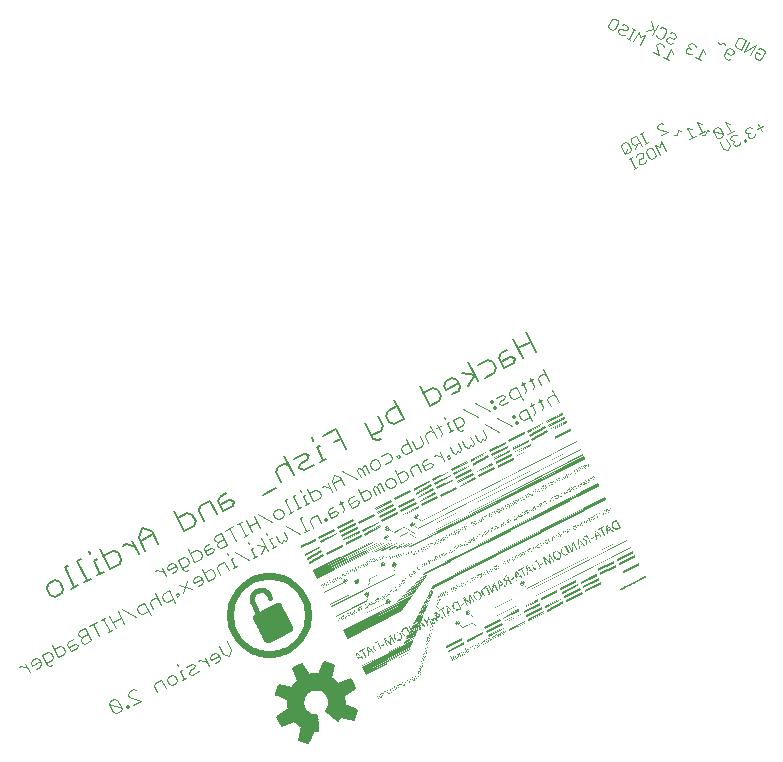
<source format=gbo>
G75*
%MOIN*%
%OFA0B0*%
%FSLAX24Y24*%
%IPPOS*%
%LPD*%
%AMOC8*
5,1,8,0,0,1.08239X$1,22.5*
%
%ADD10C,0.0030*%
%ADD11C,0.0060*%
%ADD12C,0.0040*%
%ADD13C,0.0059*%
%ADD14C,0.0160*%
%ADD15C,0.0240*%
%ADD16C,0.0050*%
%ADD17R,0.0012X0.0012*%
%ADD18R,0.0025X0.0012*%
%ADD19R,0.0037X0.0012*%
%ADD20R,0.0012X0.0012*%
%ADD21R,0.0037X0.0012*%
%ADD22R,0.0025X0.0012*%
%ADD23R,0.0061X0.0012*%
%ADD24R,0.0012X0.0012*%
%ADD25R,0.0062X0.0012*%
%ADD26R,0.0049X0.0012*%
%ADD27R,0.0049X0.0012*%
%ADD28R,0.0603X0.0012*%
%ADD29R,0.0591X0.0012*%
%ADD30R,0.0603X0.0012*%
%ADD31R,0.0037X0.0012*%
%ADD32R,0.0037X0.0012*%
%ADD33R,0.0086X0.0012*%
%ADD34R,0.0098X0.0012*%
%ADD35R,0.0086X0.0012*%
%ADD36R,0.0012X0.0012*%
%ADD37R,0.0603X0.0012*%
%ADD38R,0.0615X0.0012*%
%ADD39R,0.0603X0.0012*%
%ADD40R,0.0615X0.0012*%
%ADD41R,0.0074X0.0012*%
%ADD42R,0.0591X0.0012*%
%ADD43R,0.0061X0.0012*%
%ADD44R,0.0098X0.0012*%
%ADD45R,0.0062X0.0012*%
%ADD46R,0.5770X0.0012*%
%ADD47R,0.5782X0.0012*%
%ADD48R,0.0357X0.0012*%
%ADD49R,0.1575X0.0012*%
%ADD50R,0.1587X0.0012*%
%ADD51R,0.1599X0.0012*%
%ADD52R,0.1612X0.0012*%
%ADD53R,0.5709X0.0012*%
%ADD54R,0.1624X0.0012*%
%ADD55R,0.5721X0.0012*%
%ADD56R,0.1636X0.0012*%
%ADD57R,0.1649X0.0012*%
%ADD58R,0.1673X0.0012*%
%ADD59R,0.0123X0.0012*%
%ADD60R,0.1686X0.0012*%
%ADD61R,0.0135X0.0012*%
%ADD62R,0.1698X0.0012*%
%ADD63R,0.0148X0.0012*%
%ADD64R,0.1710X0.0012*%
%ADD65R,0.0160X0.0012*%
%ADD66R,0.1722X0.0012*%
%ADD67R,0.3691X0.0012*%
%ADD68R,0.0160X0.0012*%
%ADD69R,0.1735X0.0012*%
%ADD70R,0.1747X0.0012*%
%ADD71R,0.1772X0.0012*%
%ADD72R,0.0148X0.0012*%
%ADD73R,0.1784X0.0012*%
%ADD74R,0.0135X0.0012*%
%ADD75R,0.1796X0.0012*%
%ADD76R,0.0123X0.0012*%
%ADD77R,0.1809X0.0012*%
%ADD78R,0.0086X0.0012*%
%ADD79R,0.1821X0.0012*%
%ADD80R,0.1833X0.0012*%
%ADD81R,0.0074X0.0012*%
%ADD82R,0.1845X0.0012*%
%ADD83R,0.0111X0.0012*%
%ADD84R,0.1870X0.0012*%
%ADD85R,0.0135X0.0012*%
%ADD86R,0.1882X0.0012*%
%ADD87R,0.0135X0.0012*%
%ADD88R,0.1895X0.0012*%
%ADD89R,0.0160X0.0012*%
%ADD90R,0.1907X0.0012*%
%ADD91R,0.0160X0.0012*%
%ADD92R,0.1919X0.0012*%
%ADD93R,0.1932X0.0012*%
%ADD94R,0.1944X0.0012*%
%ADD95R,0.1969X0.0012*%
%ADD96R,0.0172X0.0012*%
%ADD97R,0.0406X0.0012*%
%ADD98R,0.0172X0.0012*%
%ADD99R,0.0394X0.0012*%
%ADD100R,0.0394X0.0012*%
%ADD101R,0.0381X0.0012*%
%ADD102R,0.0381X0.0012*%
%ADD103R,0.0381X0.0012*%
%ADD104R,0.0369X0.0012*%
%ADD105R,0.0369X0.0012*%
%ADD106R,0.0443X0.0012*%
%ADD107R,0.0185X0.0012*%
%ADD108R,0.0468X0.0012*%
%ADD109R,0.0344X0.0012*%
%ADD110R,0.0185X0.0012*%
%ADD111R,0.0111X0.0012*%
%ADD112R,0.0111X0.0012*%
%ADD113R,0.0529X0.0012*%
%ADD114R,0.0111X0.0012*%
%ADD115R,0.0492X0.0012*%
%ADD116R,0.0357X0.0012*%
%ADD117R,0.0357X0.0012*%
%ADD118R,0.0332X0.0012*%
%ADD119R,0.0320X0.0012*%
%ADD120R,0.0320X0.0012*%
%ADD121R,0.0308X0.0012*%
%ADD122R,0.0197X0.0012*%
%ADD123R,0.0221X0.0012*%
%ADD124R,0.0209X0.0012*%
%ADD125R,0.0221X0.0012*%
%ADD126R,0.0308X0.0012*%
%ADD127R,0.0308X0.0012*%
%ADD128R,0.0295X0.0012*%
%ADD129R,0.0295X0.0012*%
%ADD130R,0.0283X0.0012*%
%ADD131R,0.0283X0.0012*%
%ADD132R,0.0283X0.0012*%
%ADD133R,0.0283X0.0012*%
%ADD134R,0.0271X0.0012*%
%ADD135R,0.0271X0.0012*%
%ADD136R,0.0258X0.0012*%
%ADD137R,0.0258X0.0012*%
%ADD138R,0.0246X0.0012*%
%ADD139R,0.0246X0.0012*%
%ADD140R,0.0258X0.0012*%
%ADD141R,0.0234X0.0012*%
%ADD142R,0.0234X0.0012*%
%ADD143R,0.0234X0.0012*%
%ADD144R,0.0234X0.0012*%
%ADD145R,0.0209X0.0012*%
%ADD146R,0.0209X0.0012*%
%ADD147R,0.0197X0.0012*%
%ADD148R,0.2030X0.0012*%
%ADD149R,0.2055X0.0012*%
%ADD150R,0.0185X0.0012*%
%ADD151R,0.2067X0.0012*%
%ADD152R,0.2092X0.0012*%
%ADD153R,0.2116X0.0012*%
%ADD154R,0.0185X0.0012*%
%ADD155R,0.2141X0.0012*%
%ADD156R,0.2165X0.0012*%
%ADD157R,0.2190X0.0012*%
%ADD158R,0.2215X0.0012*%
%ADD159R,0.2239X0.0012*%
%ADD160R,0.2264X0.0012*%
%ADD161R,0.2288X0.0012*%
%ADD162R,0.2313X0.0012*%
%ADD163R,0.2338X0.0012*%
%ADD164R,0.2350X0.0012*%
%ADD165R,0.2375X0.0012*%
%ADD166R,0.2399X0.0012*%
%ADD167R,0.2424X0.0012*%
%ADD168R,0.6545X0.0012*%
%ADD169R,0.2448X0.0012*%
%ADD170R,0.6533X0.0012*%
%ADD171R,0.2473X0.0012*%
%ADD172R,0.6521X0.0012*%
%ADD173R,0.2498X0.0012*%
%ADD174R,0.6496X0.0012*%
%ADD175R,0.2522X0.0012*%
%ADD176R,0.6484X0.0012*%
%ADD177R,0.2547X0.0012*%
%ADD178R,0.6471X0.0012*%
%ADD179R,0.2571X0.0012*%
%ADD180R,0.6447X0.0012*%
%ADD181R,0.2596X0.0012*%
%ADD182R,0.6435X0.0012*%
%ADD183R,0.2621X0.0012*%
%ADD184R,0.6422X0.0012*%
%ADD185R,0.2633X0.0012*%
%ADD186R,0.2657X0.0012*%
%ADD187R,0.0677X0.0012*%
%ADD188R,0.0664X0.0012*%
%ADD189R,0.0652X0.0012*%
%ADD190R,0.0640X0.0012*%
%ADD191R,0.0627X0.0012*%
%ADD192R,0.0578X0.0012*%
%ADD193R,0.0554X0.0012*%
%ADD194R,0.1845X0.0012*%
%ADD195R,0.0541X0.0012*%
%ADD196R,0.0529X0.0012*%
%ADD197R,0.0517X0.0012*%
%ADD198R,0.0504X0.0012*%
%ADD199R,0.0492X0.0012*%
%ADD200R,0.0480X0.0012*%
%ADD201R,0.0468X0.0012*%
%ADD202R,0.0455X0.0012*%
%ADD203R,0.0455X0.0012*%
%ADD204R,0.0443X0.0012*%
%ADD205R,0.0431X0.0012*%
%ADD206R,0.0418X0.0012*%
%ADD207R,0.0086X0.0012*%
%ADD208R,0.0344X0.0012*%
%ADD209R,0.0332X0.0012*%
%ADD210R,0.6718X0.0012*%
%ADD211R,0.6681X0.0012*%
%ADD212R,0.6644X0.0012*%
%ADD213R,0.6607X0.0012*%
%ADD214R,0.6570X0.0012*%
%ADD215R,0.6496X0.0012*%
%ADD216R,0.6459X0.0012*%
%ADD217R,0.1169X0.0012*%
%ADD218R,0.2387X0.0012*%
%ADD219R,0.1452X0.0012*%
%ADD220R,0.1452X0.0012*%
%ADD221R,0.1058X0.0012*%
%ADD222R,0.0898X0.0012*%
%ADD223R,0.0898X0.0012*%
%ADD224R,0.6558X0.0012*%
%ADD225R,0.6594X0.0012*%
%ADD226R,0.6631X0.0012*%
%ADD227R,0.6668X0.0012*%
%ADD228R,0.6705X0.0012*%
%ADD229R,0.6201X0.0012*%
%ADD230R,0.6225X0.0012*%
%ADD231R,0.0418X0.0012*%
%ADD232R,0.0431X0.0012*%
%ADD233R,0.0529X0.0012*%
%ADD234R,0.6188X0.0012*%
%ADD235R,0.6213X0.0012*%
%ADD236R,0.0554X0.0012*%
%ADD237R,0.0566X0.0012*%
%ADD238R,0.0578X0.0012*%
%ADD239R,0.0652X0.0012*%
%ADD240R,0.6041X0.0012*%
%ADD241R,0.0677X0.0012*%
%ADD242R,0.2670X0.0012*%
%ADD243R,0.0640X0.0012*%
%ADD244R,0.2645X0.0012*%
%ADD245R,0.2485X0.0012*%
%ADD246R,0.2461X0.0012*%
%ADD247R,0.2411X0.0012*%
%ADD248R,0.5819X0.0012*%
%ADD249R,0.2387X0.0012*%
%ADD250R,0.5746X0.0012*%
%ADD251R,0.2362X0.0012*%
%ADD252R,0.2202X0.0012*%
%ADD253R,0.2178X0.0012*%
%ADD254R,0.2153X0.0012*%
%ADD255R,0.2128X0.0012*%
%ADD256R,0.2104X0.0012*%
%ADD257R,0.2079X0.0012*%
%ADD258R,0.2005X0.0012*%
%ADD259R,0.0554X0.0012*%
%ADD260C,0.0000*%
D10*
X033813Y030359D02*
X033788Y030442D01*
X033904Y030660D01*
X033987Y030686D01*
X034096Y030628D01*
X034122Y030544D01*
X034006Y030326D01*
X033922Y030301D01*
X033813Y030359D01*
X034113Y030269D02*
X034138Y030186D01*
X034247Y030128D01*
X034331Y030153D01*
X034410Y030042D02*
X034519Y029984D01*
X034464Y030013D02*
X034638Y030340D01*
X034692Y030311D02*
X034583Y030369D01*
X034447Y030371D02*
X034418Y030317D01*
X034334Y030291D01*
X034225Y030349D01*
X034142Y030324D01*
X034113Y030269D01*
X034229Y030487D02*
X034312Y030513D01*
X034421Y030455D01*
X034447Y030371D01*
X034800Y030254D02*
X034626Y029927D01*
X034844Y029811D02*
X035018Y030138D01*
X034851Y030087D01*
X034800Y030254D01*
X035038Y030272D02*
X035289Y030349D01*
X035314Y030265D02*
X035212Y030599D01*
X035430Y030483D02*
X035256Y030156D01*
X035393Y030154D02*
X035418Y030071D01*
X035527Y030013D01*
X035611Y030038D01*
X035726Y030256D01*
X035701Y030340D01*
X035592Y030397D01*
X035509Y030372D01*
X035834Y030199D02*
X035917Y030225D01*
X036026Y030167D01*
X036052Y030083D01*
X036023Y030029D01*
X035939Y030003D01*
X035830Y030061D01*
X035747Y030036D01*
X035718Y029981D01*
X035743Y029898D01*
X035852Y029840D01*
X035936Y029865D01*
X035884Y029677D02*
X035710Y029350D01*
X035819Y029292D02*
X035601Y029408D01*
X035494Y029465D02*
X035392Y029799D01*
X035421Y029853D01*
X035505Y029879D01*
X035614Y029821D01*
X035639Y029737D01*
X035884Y029677D02*
X035935Y029510D01*
X035494Y029465D02*
X035276Y029581D01*
X036368Y029635D02*
X036394Y029552D01*
X036503Y029494D01*
X036586Y029519D01*
X036664Y029408D02*
X036882Y029292D01*
X036773Y029350D02*
X036947Y029677D01*
X036998Y029510D01*
X036702Y029737D02*
X036677Y029821D01*
X036568Y029879D01*
X036484Y029853D01*
X036455Y029799D01*
X036481Y029715D01*
X036397Y029690D01*
X036368Y029635D01*
X036481Y029715D02*
X036535Y029686D01*
X037458Y029908D02*
X037484Y029824D01*
X037650Y029875D01*
X037676Y029792D01*
X037754Y029680D02*
X037838Y029706D01*
X037947Y029648D01*
X037972Y029564D01*
X037943Y029510D01*
X037860Y029484D01*
X037696Y029571D01*
X037638Y029462D02*
X037754Y029680D01*
X037638Y029462D02*
X037664Y029379D01*
X037773Y029321D01*
X037856Y029346D01*
X038037Y029725D02*
X038012Y029808D01*
X038127Y030026D01*
X038211Y030052D01*
X038374Y029965D01*
X038201Y029638D01*
X038037Y029725D01*
X038308Y029581D02*
X038482Y029908D01*
X038700Y029792D02*
X038308Y029581D01*
X038526Y029465D02*
X038700Y029792D01*
X038778Y029680D02*
X038861Y029706D01*
X038970Y029648D01*
X038996Y029564D01*
X038880Y029346D01*
X038796Y029321D01*
X038687Y029379D01*
X038662Y029462D01*
X038720Y029571D01*
X038829Y029513D01*
X038780Y027170D02*
X038896Y026952D01*
X038947Y027119D02*
X038729Y027003D01*
X038564Y027055D02*
X038480Y027080D01*
X038371Y027022D01*
X038346Y026939D01*
X038375Y026884D01*
X038458Y026859D01*
X038433Y026775D01*
X038462Y026721D01*
X038545Y026695D01*
X038654Y026753D01*
X038680Y026837D01*
X038513Y026888D02*
X038458Y026859D01*
X038354Y026664D02*
X038300Y026635D01*
X038329Y026580D01*
X038383Y026609D01*
X038354Y026664D01*
X038192Y026577D02*
X038166Y026494D01*
X038057Y026436D01*
X037974Y026461D01*
X037945Y026516D01*
X037970Y026599D01*
X038025Y026628D01*
X037970Y026599D02*
X037887Y026625D01*
X037858Y026679D01*
X037883Y026763D01*
X037992Y026821D01*
X038076Y026795D01*
X037971Y026955D02*
X037753Y026839D01*
X037862Y026897D02*
X037688Y027224D01*
X037855Y027173D01*
X037501Y027055D02*
X037617Y026837D01*
X037283Y026939D01*
X037399Y026721D01*
X037482Y026695D01*
X037591Y026753D01*
X037617Y026837D01*
X037722Y026677D02*
X037838Y026459D01*
X037787Y026292D01*
X037620Y026343D01*
X037504Y026561D01*
X037283Y026939D02*
X037308Y027022D01*
X037417Y027080D01*
X037501Y027055D01*
X037146Y026936D02*
X037063Y026962D01*
X037012Y026795D01*
X036928Y026820D01*
X036917Y026897D02*
X036743Y027224D01*
X036910Y027173D01*
X037026Y026955D02*
X036808Y026839D01*
X036701Y026782D02*
X036483Y026666D01*
X036592Y026724D02*
X036418Y027051D01*
X036585Y027000D01*
X036202Y026936D02*
X036118Y026962D01*
X036067Y026795D01*
X035984Y026820D01*
X035766Y026916D02*
X035432Y027018D01*
X035403Y027072D01*
X035429Y027156D01*
X035538Y027214D01*
X035621Y027188D01*
X035766Y026916D02*
X035548Y026800D01*
X035551Y026590D02*
X035500Y026423D01*
X035333Y026474D01*
X035507Y026147D01*
X035371Y026145D02*
X035345Y026061D01*
X035236Y026004D01*
X035153Y026029D01*
X035037Y026247D01*
X035062Y026330D01*
X035171Y026388D01*
X035255Y026363D01*
X035371Y026145D01*
X035046Y025972D02*
X035020Y025889D01*
X034911Y025831D01*
X034828Y025856D01*
X034799Y025911D01*
X034824Y025994D01*
X034933Y026052D01*
X034959Y026136D01*
X034930Y026190D01*
X034846Y026216D01*
X034737Y026158D01*
X034712Y026074D01*
X034576Y026072D02*
X034467Y026014D01*
X034521Y026043D02*
X034695Y025716D01*
X034749Y025745D02*
X034640Y025687D01*
X034356Y026166D02*
X034407Y026333D01*
X034519Y026253D02*
X034545Y026336D01*
X034429Y026554D01*
X034345Y026580D01*
X034236Y026522D01*
X034211Y026438D01*
X034327Y026220D01*
X034410Y026195D01*
X034519Y026253D01*
X034681Y026339D02*
X034732Y026506D01*
X034677Y026477D02*
X034841Y026564D01*
X034899Y026455D02*
X034725Y026782D01*
X034561Y026695D01*
X034536Y026611D01*
X034594Y026502D01*
X034677Y026477D01*
X035007Y026512D02*
X035116Y026570D01*
X035061Y026541D02*
X034887Y026868D01*
X034833Y026839D02*
X034942Y026897D01*
X035551Y026590D02*
X035725Y026263D01*
D11*
X031060Y020238D02*
X031391Y019589D01*
X031226Y019913D02*
X030793Y019693D01*
X030690Y019368D02*
X030527Y019421D01*
X030202Y019256D01*
X030147Y019364D02*
X030312Y019040D01*
X030637Y019205D01*
X030690Y019368D01*
X030958Y019369D02*
X030628Y020017D01*
X030416Y019637D02*
X030200Y019527D01*
X030147Y019364D01*
X029934Y019255D02*
X030044Y019039D01*
X029991Y018876D01*
X029666Y018710D01*
X029453Y018602D02*
X029122Y019250D01*
X029446Y019143D02*
X029770Y019308D01*
X029934Y019255D01*
X029343Y018818D02*
X029128Y018436D01*
X028859Y018435D02*
X028749Y018652D01*
X028586Y018705D01*
X028370Y018595D01*
X028317Y018431D01*
X028372Y018323D01*
X028804Y018544D01*
X028859Y018435D02*
X028806Y018272D01*
X028590Y018162D01*
X028213Y018106D02*
X028160Y017943D01*
X027836Y017778D01*
X027505Y018427D01*
X027616Y018210D02*
X027940Y018376D01*
X028103Y018323D01*
X028213Y018106D01*
X028908Y018869D02*
X029343Y018818D01*
X026976Y017340D02*
X026652Y017175D01*
X026489Y017228D01*
X026379Y017444D01*
X026432Y017607D01*
X026756Y017772D01*
X026646Y017989D02*
X026976Y017340D01*
X026275Y017119D02*
X026222Y016956D01*
X025898Y016790D01*
X025953Y016682D02*
X025678Y017223D01*
X026110Y017443D02*
X026275Y017119D01*
X026224Y016684D02*
X026116Y016629D01*
X025953Y016682D01*
X025038Y016352D02*
X024708Y017001D01*
X024275Y016781D01*
X024172Y016456D02*
X024064Y016401D01*
X024284Y015968D01*
X024392Y016023D02*
X024176Y015913D01*
X023962Y015804D02*
X023637Y015639D01*
X023474Y015692D01*
X023527Y015855D01*
X023743Y015965D01*
X023797Y016128D01*
X023633Y016181D01*
X023309Y016016D01*
X023151Y015799D02*
X022987Y015852D01*
X022771Y015742D01*
X022718Y015579D01*
X022883Y015254D01*
X022725Y015037D02*
X022292Y014817D01*
X021323Y014595D02*
X021159Y014648D01*
X020835Y014483D01*
X020780Y014591D02*
X020945Y014267D01*
X021270Y014432D01*
X021323Y014595D01*
X021049Y014865D02*
X020833Y014754D01*
X020780Y014591D01*
X020511Y014590D02*
X020187Y014425D01*
X020134Y014262D01*
X020299Y013938D01*
X020031Y013937D02*
X019920Y014153D01*
X019757Y014206D01*
X019433Y014041D01*
X019323Y014257D02*
X019653Y013609D01*
X019978Y013774D01*
X020031Y013937D01*
X020732Y014158D02*
X020511Y014590D01*
X018573Y013603D02*
X018794Y013171D01*
X018628Y013495D02*
X018196Y013275D01*
X018141Y013383D02*
X018361Y012950D01*
X018148Y012841D02*
X017927Y013274D01*
X018141Y013383D02*
X018247Y013709D01*
X018573Y013603D01*
X018038Y013058D02*
X017711Y013164D01*
X017603Y013109D01*
X017444Y012891D02*
X017281Y012944D01*
X016957Y012779D01*
X016743Y012670D02*
X016635Y012615D01*
X016855Y012183D01*
X016963Y012238D02*
X016747Y012128D01*
X016533Y012019D02*
X016316Y011908D01*
X016425Y011963D02*
X016094Y012612D01*
X016202Y012667D01*
X016525Y012832D02*
X016470Y012940D01*
X016846Y012995D02*
X017177Y012347D01*
X017501Y012512D01*
X017554Y012675D01*
X017444Y012891D01*
X016102Y011799D02*
X015886Y011689D01*
X015994Y011744D02*
X015663Y012393D01*
X015772Y012448D01*
X015506Y011904D02*
X015343Y011957D01*
X015127Y011847D01*
X015074Y011684D01*
X015184Y011467D01*
X015347Y011414D01*
X015563Y011525D01*
X015616Y011688D01*
X015506Y011904D01*
X022985Y016123D02*
X023316Y015475D01*
X023954Y016617D02*
X023899Y016725D01*
X024657Y016567D02*
X024873Y016677D01*
D12*
X014222Y009119D02*
X014154Y009084D01*
X014222Y009119D02*
X014429Y009052D01*
X014565Y009121D02*
X014839Y009261D01*
X014804Y009329D02*
X014874Y009192D01*
X014840Y009089D01*
X014703Y009019D01*
X014565Y009121D02*
X014530Y009190D01*
X014564Y009293D01*
X014701Y009362D01*
X014804Y009329D01*
X014906Y009467D02*
X015080Y009125D01*
X015183Y009092D01*
X015252Y009126D01*
X015250Y009298D02*
X015045Y009194D01*
X015250Y009298D02*
X015284Y009401D01*
X015214Y009538D01*
X015111Y009571D01*
X014906Y009467D01*
X015316Y009676D02*
X015521Y009781D01*
X015624Y009747D01*
X015694Y009610D01*
X015660Y009507D01*
X015455Y009403D01*
X015246Y009813D01*
X015761Y009817D02*
X015866Y009612D01*
X016071Y009716D01*
X016104Y009819D01*
X016001Y009853D01*
X015796Y009748D01*
X015761Y009817D02*
X015795Y009920D01*
X015931Y009990D01*
X016136Y010094D02*
X016102Y010162D01*
X016135Y010266D01*
X016340Y010370D01*
X016549Y009960D01*
X016344Y009855D01*
X016241Y009889D01*
X016206Y009957D01*
X016240Y010060D01*
X016445Y010165D01*
X016240Y010060D02*
X016136Y010094D01*
X016477Y010440D02*
X016750Y010579D01*
X016614Y010509D02*
X016823Y010099D01*
X017096Y010239D02*
X017233Y010308D01*
X017165Y010273D02*
X016956Y010684D01*
X017024Y010718D02*
X016887Y010649D01*
X017161Y010788D02*
X017370Y010378D01*
X017265Y010583D02*
X017539Y010722D01*
X017643Y010517D02*
X017434Y010927D01*
X017571Y010997D02*
X018053Y010726D01*
X018155Y010864D02*
X018086Y011001D01*
X018119Y011104D01*
X018324Y011209D01*
X018533Y010799D01*
X018464Y010935D02*
X018259Y010831D01*
X018155Y010864D01*
X018600Y011005D02*
X018496Y011210D01*
X018529Y011313D01*
X018666Y011383D01*
X018769Y011349D01*
X018906Y011419D02*
X018976Y011282D01*
X019079Y011249D01*
X019284Y011353D01*
X019354Y011217D02*
X019145Y011627D01*
X018940Y011522D01*
X018906Y011419D01*
X018665Y011555D02*
X018874Y011144D01*
X019421Y011423D02*
X019489Y011458D01*
X019454Y011526D01*
X019386Y011491D01*
X019421Y011423D01*
X019626Y011528D02*
X019760Y011940D01*
X019932Y011942D02*
X019966Y011873D01*
X020240Y012013D01*
X020205Y012081D02*
X020102Y012114D01*
X019965Y012045D01*
X019932Y011942D01*
X020104Y011771D02*
X020241Y011841D01*
X020275Y011944D01*
X020205Y012081D01*
X020307Y012219D02*
X020512Y012324D01*
X020615Y012290D01*
X020685Y012153D01*
X020651Y012050D01*
X020446Y011946D01*
X020237Y012356D01*
X019995Y012585D02*
X020200Y012689D01*
X020233Y012792D01*
X020164Y012929D01*
X020060Y012963D01*
X019855Y012858D01*
X019786Y012995D02*
X019995Y012585D01*
X019823Y012583D02*
X019789Y012480D01*
X019584Y012376D01*
X019619Y012307D02*
X019445Y012649D01*
X019650Y012753D01*
X019753Y012720D01*
X019823Y012583D01*
X019791Y012308D02*
X019722Y012274D01*
X019619Y012307D01*
X019413Y012374D02*
X019379Y012271D01*
X019243Y012201D01*
X019105Y012303D02*
X019378Y012443D01*
X019343Y012511D02*
X019240Y012544D01*
X019103Y012475D01*
X019070Y012372D01*
X019105Y012303D01*
X018968Y012234D02*
X018761Y012301D01*
X018693Y012266D01*
X018898Y012370D02*
X019037Y012097D01*
X019413Y012374D02*
X019343Y012511D01*
X019487Y011801D02*
X019899Y011667D01*
X020857Y012155D02*
X020752Y012360D01*
X020786Y012463D01*
X020991Y012567D01*
X021130Y012294D01*
X021267Y012364D02*
X021403Y012433D01*
X021335Y012398D02*
X021196Y012672D01*
X021264Y012707D01*
X021126Y012809D02*
X021091Y012877D01*
X021331Y012913D02*
X021814Y012642D01*
X021950Y012712D02*
X022087Y012782D01*
X022019Y012747D02*
X021879Y013020D01*
X021948Y013055D01*
X022085Y013125D02*
X022359Y013093D01*
X022224Y012851D01*
X022429Y012956D02*
X022220Y013366D01*
X022425Y013470D02*
X022390Y013539D01*
X022495Y013334D02*
X022634Y013060D01*
X022702Y013095D02*
X022566Y013025D01*
X022804Y013233D02*
X022908Y013200D01*
X022941Y013303D01*
X023044Y013269D01*
X023078Y013372D01*
X022973Y013578D01*
X023040Y013784D02*
X023523Y013513D01*
X023660Y013583D02*
X023796Y013652D01*
X023728Y013618D02*
X023519Y014028D01*
X023587Y014063D01*
X023862Y014030D02*
X024067Y014135D01*
X024207Y013861D01*
X024343Y013931D02*
X024412Y013966D01*
X024377Y014034D01*
X024308Y014000D01*
X024343Y013931D01*
X024548Y014036D02*
X024444Y014241D01*
X024477Y014344D01*
X024614Y014414D01*
X024684Y014277D02*
X024479Y014172D01*
X024548Y014036D02*
X024754Y014140D01*
X024787Y014243D01*
X024684Y014277D01*
X024819Y014518D02*
X024956Y014588D01*
X024853Y014621D02*
X024992Y014348D01*
X024959Y014245D01*
X025232Y014384D02*
X025437Y014489D01*
X025471Y014592D01*
X025368Y014625D01*
X025162Y014521D01*
X025128Y014589D02*
X025232Y014384D01*
X025128Y014589D02*
X025161Y014692D01*
X025298Y014762D01*
X025503Y014867D02*
X025708Y014971D01*
X025811Y014937D01*
X025881Y014801D01*
X025847Y014698D01*
X025642Y014593D01*
X025433Y015003D01*
X025396Y015337D02*
X024913Y015607D01*
X024846Y015401D02*
X024640Y015468D01*
X024573Y015262D01*
X024712Y014988D01*
X024575Y014919D02*
X024436Y015192D01*
X024506Y015055D02*
X024299Y015122D01*
X024231Y015087D01*
X024129Y014949D02*
X024026Y014983D01*
X023821Y014878D01*
X023684Y014809D02*
X023616Y014774D01*
X023755Y014500D01*
X023823Y014535D02*
X023687Y014466D01*
X023550Y014396D02*
X023413Y014326D01*
X023481Y014361D02*
X023272Y014771D01*
X023341Y014806D01*
X023546Y014911D02*
X023511Y014979D01*
X023751Y015015D02*
X023960Y014605D01*
X024165Y014709D01*
X024199Y014813D01*
X024129Y014949D01*
X024608Y015193D02*
X024881Y015333D01*
X024846Y015401D02*
X024986Y015128D01*
X025532Y015406D02*
X025428Y015611D01*
X025461Y015715D01*
X025565Y015681D01*
X025669Y015476D01*
X025806Y015546D02*
X025667Y015819D01*
X025598Y015784D01*
X025565Y015681D01*
X025838Y015820D02*
X025872Y015924D01*
X026008Y015993D01*
X026112Y015960D01*
X026181Y015823D01*
X026148Y015720D01*
X026011Y015650D01*
X025908Y015684D01*
X025838Y015820D01*
X026214Y016098D02*
X026419Y016202D01*
X026522Y016169D01*
X026592Y016032D01*
X026558Y015929D01*
X026353Y015824D01*
X026664Y015630D02*
X026873Y015220D01*
X027078Y015325D01*
X027112Y015428D01*
X027042Y015565D01*
X026939Y015598D01*
X026734Y015494D01*
X026632Y015356D02*
X026528Y015389D01*
X026392Y015319D01*
X026358Y015216D01*
X026428Y015079D01*
X026531Y015046D01*
X026668Y015116D01*
X026701Y015219D01*
X026632Y015356D01*
X026187Y015215D02*
X026326Y014941D01*
X026189Y014872D02*
X026085Y015077D01*
X025982Y015110D01*
X025948Y015007D01*
X026053Y014802D01*
X026085Y015077D02*
X026118Y015180D01*
X026187Y015215D01*
X026763Y016033D02*
X026831Y016068D01*
X026797Y016136D01*
X026728Y016102D01*
X026763Y016033D01*
X026933Y016206D02*
X026864Y016343D01*
X026897Y016446D01*
X027102Y016551D01*
X027033Y016687D02*
X027242Y016277D01*
X027037Y016173D01*
X026933Y016206D01*
X027378Y016347D02*
X027239Y016620D01*
X027378Y016347D02*
X027584Y016451D01*
X027617Y016554D01*
X027513Y016760D01*
X027684Y016761D02*
X027789Y016556D01*
X027684Y016761D02*
X027718Y016864D01*
X027854Y016934D01*
X027958Y016900D01*
X028059Y017038D02*
X028196Y017108D01*
X028093Y017141D02*
X028232Y016868D01*
X028199Y016765D01*
X028062Y016695D02*
X027853Y017105D01*
X028332Y017349D02*
X028297Y017418D01*
X028401Y017212D02*
X028541Y016939D01*
X028609Y016974D02*
X028472Y016904D01*
X028746Y017043D02*
X028951Y017148D01*
X028984Y017251D01*
X028915Y017388D01*
X028812Y017421D01*
X028606Y017317D01*
X028781Y016975D01*
X028884Y016942D01*
X028952Y016976D01*
X029195Y016748D02*
X029299Y016543D01*
X029266Y016439D01*
X029163Y016473D01*
X029129Y016370D01*
X029026Y016403D01*
X028921Y016608D01*
X028785Y016539D02*
X028889Y016334D01*
X028856Y016230D01*
X028752Y016264D01*
X028719Y016161D01*
X028616Y016194D01*
X028511Y016399D01*
X028479Y016125D02*
X028411Y016090D01*
X028445Y016021D01*
X028514Y016056D01*
X028479Y016125D01*
X028239Y016088D02*
X028033Y016155D01*
X027964Y016121D01*
X027759Y016016D02*
X027622Y015946D01*
X027589Y015843D01*
X027693Y015638D01*
X027898Y015743D01*
X027932Y015846D01*
X027829Y015879D01*
X027624Y015775D01*
X027557Y015568D02*
X027417Y015842D01*
X027212Y015737D01*
X027179Y015634D01*
X027283Y015429D01*
X028309Y015952D02*
X028169Y016225D01*
X029332Y016817D02*
X029436Y016612D01*
X029539Y016579D01*
X029573Y016682D01*
X029676Y016648D01*
X029710Y016752D01*
X029605Y016957D01*
X029672Y017163D02*
X030155Y016892D01*
X030565Y017101D02*
X030082Y017372D01*
X029976Y017671D02*
X030045Y017705D01*
X030010Y017774D01*
X029942Y017739D01*
X029976Y017671D01*
X029840Y017601D02*
X029357Y017872D01*
X028947Y017663D02*
X029429Y017392D01*
X029872Y017876D02*
X029940Y017910D01*
X029905Y017979D01*
X029837Y017944D01*
X029872Y017876D01*
X030042Y018049D02*
X030247Y018153D01*
X030350Y018119D01*
X030317Y018016D01*
X030180Y017947D01*
X030147Y017843D01*
X030250Y017810D01*
X030455Y017914D01*
X030557Y018052D02*
X030660Y018019D01*
X030865Y018123D01*
X030935Y017987D02*
X030726Y018397D01*
X030521Y018292D01*
X030487Y018189D01*
X030557Y018052D01*
X030863Y018467D02*
X030999Y018536D01*
X030896Y018570D02*
X031035Y018296D01*
X031002Y018193D01*
X031275Y018332D02*
X031309Y018436D01*
X031170Y018709D01*
X031273Y018676D02*
X031136Y018606D01*
X031444Y018677D02*
X031549Y018472D01*
X031444Y018677D02*
X031478Y018780D01*
X031615Y018850D01*
X031718Y018816D01*
X031822Y018611D02*
X031613Y019021D01*
X031928Y018313D02*
X032137Y017902D01*
X032033Y018108D02*
X031930Y018141D01*
X031793Y018071D01*
X031759Y017968D01*
X031864Y017763D01*
X031624Y017727D02*
X031590Y017624D01*
X031624Y017727D02*
X031485Y018000D01*
X031588Y017967D02*
X031451Y017897D01*
X031314Y017828D02*
X031178Y017758D01*
X031211Y017861D02*
X031350Y017588D01*
X031317Y017484D01*
X031180Y017415D02*
X030975Y017310D01*
X030872Y017344D01*
X030802Y017481D01*
X030836Y017584D01*
X031041Y017688D01*
X031250Y017278D01*
X030770Y017206D02*
X030702Y017171D01*
X030667Y017239D01*
X030735Y017274D01*
X030770Y017206D01*
X030665Y017411D02*
X030631Y017479D01*
X030562Y017444D01*
X030597Y017376D01*
X030665Y017411D01*
X028470Y017247D02*
X028401Y017212D01*
X023862Y014030D02*
X023829Y013927D01*
X023933Y013722D01*
X023276Y014257D02*
X023140Y014187D01*
X023208Y014222D02*
X022999Y014632D01*
X023067Y014667D01*
X022898Y014322D02*
X022968Y014186D01*
X022934Y014082D01*
X022798Y014013D01*
X022695Y014046D01*
X022625Y014183D01*
X022658Y014286D01*
X022795Y014356D01*
X022898Y014322D01*
X022593Y013908D02*
X022110Y014179D01*
X021973Y014109D02*
X022182Y013699D01*
X022078Y013904D02*
X021804Y013765D01*
X021700Y013970D02*
X021909Y013560D01*
X021772Y013490D02*
X021635Y013421D01*
X021704Y013455D02*
X021495Y013866D01*
X021563Y013900D02*
X021426Y013831D01*
X021290Y013761D02*
X021016Y013622D01*
X020879Y013552D02*
X021088Y013142D01*
X020883Y013037D01*
X020780Y013071D01*
X020745Y013139D01*
X020779Y013242D01*
X020984Y013347D01*
X020879Y013552D02*
X020674Y013448D01*
X020641Y013344D01*
X020676Y013276D01*
X020779Y013242D01*
X020643Y013001D02*
X020540Y013035D01*
X020335Y012930D01*
X020300Y012999D02*
X020405Y012794D01*
X020610Y012898D01*
X020643Y013001D01*
X020471Y013172D02*
X020334Y013102D01*
X020300Y012999D01*
X021362Y013281D02*
X021153Y013691D01*
X021775Y013225D02*
X021810Y013157D01*
X022495Y013334D02*
X022563Y013369D01*
X022700Y013438D02*
X022804Y013233D01*
X021082Y009927D02*
X021221Y009653D01*
X021154Y009447D01*
X020948Y009514D01*
X020808Y009787D01*
X020673Y009546D02*
X020536Y009477D01*
X020503Y009373D01*
X020538Y009305D01*
X020811Y009444D01*
X020846Y009376D02*
X020776Y009513D01*
X020673Y009546D01*
X020846Y009376D02*
X020812Y009273D01*
X020676Y009203D01*
X020470Y009099D02*
X020331Y009372D01*
X020194Y009302D02*
X020126Y009268D01*
X020194Y009302D02*
X020401Y009235D01*
X020024Y009130D02*
X019921Y009163D01*
X019716Y009059D01*
X019579Y008989D02*
X019511Y008954D01*
X019650Y008681D01*
X019718Y008715D02*
X019582Y008646D01*
X019410Y008644D02*
X019377Y008541D01*
X019240Y008472D01*
X019137Y008505D01*
X019067Y008642D01*
X019100Y008745D01*
X019237Y008815D01*
X019340Y008781D01*
X019410Y008644D01*
X019441Y009091D02*
X019406Y009159D01*
X019854Y008957D02*
X019991Y009026D01*
X020024Y009130D01*
X020129Y008924D02*
X019923Y008820D01*
X019820Y008853D01*
X019854Y008957D01*
X019035Y008367D02*
X018895Y008641D01*
X018690Y008536D01*
X018657Y008433D01*
X018761Y008228D01*
X018214Y007949D02*
X017801Y008083D01*
X017767Y008152D01*
X017800Y008255D01*
X017937Y008324D01*
X018040Y008291D01*
X018214Y007949D02*
X017941Y007810D01*
X017804Y007740D02*
X017736Y007705D01*
X017701Y007774D01*
X017769Y007808D01*
X017804Y007740D01*
X017564Y007704D02*
X017425Y007977D01*
X017322Y008011D01*
X017185Y007941D01*
X017151Y007838D01*
X017564Y007704D01*
X017531Y007601D01*
X017394Y007531D01*
X017291Y007565D01*
X017151Y007838D01*
X014498Y008915D02*
X014359Y009188D01*
D13*
X022701Y008157D02*
X022805Y008476D01*
X023242Y008382D01*
X023301Y008468D01*
X023369Y008548D01*
X023445Y008619D01*
X023283Y009036D01*
X023583Y009189D01*
X023825Y008813D01*
X023928Y008833D01*
X024032Y008841D01*
X024137Y008837D01*
X024317Y009246D01*
X024636Y009143D01*
X024542Y008706D01*
X024629Y008647D01*
X024708Y008579D01*
X024780Y008503D01*
X025196Y008664D01*
X025349Y008365D01*
X024973Y008123D01*
X024993Y008020D01*
X025001Y007916D01*
X024998Y007811D01*
X025407Y007631D01*
X025303Y007311D01*
X024866Y007406D01*
X024823Y007340D01*
X024774Y007278D01*
X024381Y007614D01*
X024424Y007673D01*
X024455Y007738D01*
X024476Y007807D01*
X024484Y007879D01*
X024481Y007952D01*
X024465Y008022D01*
X024438Y008089D01*
X024394Y008157D01*
X024339Y008216D01*
X024274Y008264D01*
X024201Y008298D01*
X024123Y008319D01*
X024042Y008324D01*
X023962Y008314D01*
X023885Y008290D01*
X023814Y008251D01*
X023752Y008200D01*
X023700Y008138D01*
X023660Y008068D01*
X023635Y007991D01*
X023624Y007911D01*
X023628Y007831D01*
X023647Y007752D01*
X023681Y007679D01*
X023727Y007613D01*
X023786Y007557D01*
X023853Y007513D01*
X023928Y007482D01*
X024007Y007466D01*
X024088Y007464D01*
X024128Y006949D01*
X024050Y006946D01*
X023971Y006950D01*
X023791Y006541D01*
X023472Y006645D01*
X023566Y007082D01*
X023479Y007140D01*
X023400Y007208D01*
X023328Y007285D01*
X022912Y007123D01*
X022759Y007422D01*
X023135Y007665D01*
X023115Y007767D01*
X023107Y007872D01*
X023110Y007976D01*
X022701Y008157D01*
X022717Y008150D02*
X023709Y008150D01*
X023674Y008092D02*
X022848Y008092D01*
X022978Y008034D02*
X023649Y008034D01*
X023633Y007977D02*
X023109Y007977D01*
X023108Y007919D02*
X023625Y007919D01*
X023626Y007862D02*
X023108Y007862D01*
X023112Y007804D02*
X023634Y007804D01*
X023650Y007747D02*
X023119Y007747D01*
X023130Y007689D02*
X023676Y007689D01*
X023714Y007632D02*
X023084Y007632D01*
X022994Y007574D02*
X023768Y007574D01*
X023848Y007516D02*
X022905Y007516D01*
X022816Y007459D02*
X024088Y007459D01*
X024093Y007401D02*
X022770Y007401D01*
X022799Y007344D02*
X024097Y007344D01*
X024102Y007286D02*
X022829Y007286D01*
X022858Y007229D02*
X023184Y007229D01*
X023035Y007171D02*
X022887Y007171D01*
X023381Y007229D02*
X024106Y007229D01*
X024111Y007171D02*
X023443Y007171D01*
X023519Y007114D02*
X024115Y007114D01*
X024120Y007056D02*
X023561Y007056D01*
X023548Y006998D02*
X024124Y006998D01*
X023967Y006941D02*
X023536Y006941D01*
X023523Y006883D02*
X023942Y006883D01*
X023917Y006826D02*
X023511Y006826D01*
X023498Y006768D02*
X023891Y006768D01*
X023866Y006711D02*
X023486Y006711D01*
X023473Y006653D02*
X023841Y006653D01*
X023815Y006596D02*
X023623Y006596D01*
X024428Y007574D02*
X025388Y007574D01*
X025405Y007632D02*
X024394Y007632D01*
X024432Y007689D02*
X025274Y007689D01*
X025144Y007747D02*
X024458Y007747D01*
X024475Y007804D02*
X025013Y007804D01*
X024999Y007862D02*
X024482Y007862D01*
X024482Y007919D02*
X025001Y007919D01*
X024996Y007977D02*
X024475Y007977D01*
X024460Y008034D02*
X024990Y008034D01*
X024979Y008092D02*
X024436Y008092D01*
X024399Y008150D02*
X025015Y008150D01*
X025104Y008207D02*
X024348Y008207D01*
X024272Y008265D02*
X025193Y008265D01*
X025283Y008322D02*
X024071Y008322D01*
X024027Y008322D02*
X022755Y008322D01*
X022736Y008265D02*
X023839Y008265D01*
X023760Y008207D02*
X022718Y008207D01*
X022774Y008380D02*
X025341Y008380D01*
X025312Y008437D02*
X023280Y008437D01*
X023324Y008495D02*
X025283Y008495D01*
X025253Y008552D02*
X024908Y008552D01*
X025057Y008610D02*
X025224Y008610D01*
X024733Y008552D02*
X023374Y008552D01*
X023435Y008610D02*
X024672Y008610D01*
X024598Y008668D02*
X023426Y008668D01*
X023404Y008725D02*
X024546Y008725D01*
X024559Y008783D02*
X023382Y008783D01*
X023359Y008840D02*
X023807Y008840D01*
X023770Y008898D02*
X023337Y008898D01*
X023315Y008955D02*
X023733Y008955D01*
X023696Y009013D02*
X023292Y009013D01*
X023351Y009070D02*
X023659Y009070D01*
X023622Y009128D02*
X023464Y009128D01*
X023577Y009186D02*
X023585Y009186D01*
X024025Y008840D02*
X024049Y008840D01*
X024138Y008840D02*
X024571Y008840D01*
X024583Y008898D02*
X024163Y008898D01*
X024189Y008955D02*
X024596Y008955D01*
X024608Y009013D02*
X024214Y009013D01*
X024239Y009070D02*
X024621Y009070D01*
X024633Y009128D02*
X024265Y009128D01*
X024290Y009186D02*
X024504Y009186D01*
X024327Y009243D02*
X024316Y009243D01*
X022984Y008437D02*
X022793Y008437D01*
X024496Y007516D02*
X025369Y007516D01*
X025351Y007459D02*
X024563Y007459D01*
X024630Y007401D02*
X024863Y007401D01*
X024886Y007401D02*
X025332Y007401D01*
X025313Y007344D02*
X025153Y007344D01*
X024825Y007344D02*
X024698Y007344D01*
X024765Y007286D02*
X024781Y007286D01*
D14*
X022121Y010849D02*
X021939Y011205D01*
X022071Y011609D02*
X022102Y011623D01*
X022134Y011633D01*
X022167Y011639D01*
X022200Y011642D01*
X022234Y011641D01*
X022267Y011636D01*
X022300Y011627D01*
X022331Y011615D01*
X022361Y011600D01*
X022389Y011581D01*
X022414Y011559D01*
X022437Y011534D01*
X022457Y011507D01*
X022474Y011478D01*
X022519Y011389D01*
X022071Y011609D02*
X022042Y011592D01*
X022015Y011572D01*
X021990Y011549D01*
X021968Y011524D01*
X021949Y011496D01*
X021934Y011466D01*
X021922Y011435D01*
X021913Y011402D01*
X021908Y011369D01*
X021907Y011335D01*
X021910Y011302D01*
X021916Y011269D01*
X021926Y011237D01*
X021940Y011206D01*
D15*
X021179Y010807D02*
X021181Y010879D01*
X021187Y010950D01*
X021197Y011021D01*
X021210Y011091D01*
X021228Y011161D01*
X021249Y011229D01*
X021275Y011296D01*
X021303Y011362D01*
X021336Y011426D01*
X021372Y011488D01*
X021411Y011548D01*
X021453Y011605D01*
X021499Y011661D01*
X021547Y011713D01*
X021599Y011763D01*
X021653Y011810D01*
X021709Y011854D01*
X021768Y011895D01*
X021829Y011933D01*
X021892Y011967D01*
X021957Y011998D01*
X022023Y012024D01*
X022091Y012048D01*
X022160Y012067D01*
X022230Y012083D01*
X022300Y012095D01*
X022372Y012103D01*
X022443Y012107D01*
X022515Y012107D01*
X022586Y012103D01*
X022658Y012095D01*
X022728Y012083D01*
X022798Y012067D01*
X022867Y012048D01*
X022935Y012024D01*
X023001Y011998D01*
X023066Y011967D01*
X023129Y011933D01*
X023190Y011895D01*
X023249Y011854D01*
X023305Y011810D01*
X023359Y011763D01*
X023411Y011713D01*
X023459Y011661D01*
X023505Y011605D01*
X023547Y011548D01*
X023586Y011488D01*
X023622Y011426D01*
X023655Y011362D01*
X023683Y011296D01*
X023709Y011229D01*
X023730Y011161D01*
X023748Y011091D01*
X023761Y011021D01*
X023771Y010950D01*
X023777Y010879D01*
X023779Y010807D01*
X023777Y010735D01*
X023771Y010664D01*
X023761Y010593D01*
X023748Y010523D01*
X023730Y010453D01*
X023709Y010385D01*
X023683Y010318D01*
X023655Y010252D01*
X023622Y010188D01*
X023586Y010126D01*
X023547Y010066D01*
X023505Y010009D01*
X023459Y009953D01*
X023411Y009901D01*
X023359Y009851D01*
X023305Y009804D01*
X023249Y009760D01*
X023190Y009719D01*
X023129Y009681D01*
X023066Y009647D01*
X023001Y009616D01*
X022935Y009590D01*
X022867Y009566D01*
X022798Y009547D01*
X022728Y009531D01*
X022658Y009519D01*
X022586Y009511D01*
X022515Y009507D01*
X022443Y009507D01*
X022372Y009511D01*
X022300Y009519D01*
X022230Y009531D01*
X022160Y009547D01*
X022091Y009566D01*
X022023Y009590D01*
X021957Y009616D01*
X021892Y009647D01*
X021829Y009681D01*
X021768Y009719D01*
X021709Y009760D01*
X021653Y009804D01*
X021599Y009851D01*
X021547Y009901D01*
X021499Y009953D01*
X021453Y010009D01*
X021411Y010066D01*
X021372Y010126D01*
X021336Y010188D01*
X021303Y010252D01*
X021275Y010318D01*
X021249Y010385D01*
X021228Y010453D01*
X021210Y010523D01*
X021197Y010593D01*
X021187Y010664D01*
X021181Y010735D01*
X021179Y010807D01*
D16*
X021987Y010730D02*
X021984Y010703D01*
X021988Y010677D01*
X021997Y010651D01*
X022342Y009974D01*
X022357Y009952D01*
X022377Y009933D01*
X022400Y009919D01*
X022425Y009911D01*
X022452Y009909D01*
X022479Y009912D01*
X022504Y009922D01*
X023199Y010276D01*
X023220Y010291D01*
X023237Y010311D01*
X023248Y010334D01*
X023253Y010360D01*
X023251Y010386D01*
X023242Y010410D01*
X022879Y011123D01*
X022865Y011145D01*
X022845Y011162D01*
X022821Y011173D01*
X022795Y011178D01*
X022769Y011176D01*
X022745Y011167D01*
X022050Y010813D01*
X022027Y010798D01*
X023045Y010798D01*
X023020Y010846D02*
X022116Y010846D01*
X022027Y010798D02*
X022009Y010779D01*
X021995Y010755D01*
X021987Y010730D01*
X021993Y010749D02*
X023070Y010749D01*
X023094Y010701D02*
X021985Y010701D01*
X021997Y010652D02*
X023119Y010652D01*
X023144Y010604D02*
X022022Y010604D01*
X022046Y010555D02*
X023169Y010555D01*
X023193Y010507D02*
X022071Y010507D01*
X022096Y010458D02*
X023218Y010458D01*
X023243Y010410D02*
X022120Y010410D01*
X022145Y010361D02*
X023253Y010361D01*
X023238Y010313D02*
X022170Y010313D01*
X022195Y010264D02*
X023176Y010264D01*
X023081Y010216D02*
X022219Y010216D01*
X022244Y010167D02*
X022986Y010167D01*
X022891Y010119D02*
X022269Y010119D01*
X022293Y010070D02*
X022795Y010070D01*
X022700Y010022D02*
X022318Y010022D01*
X022343Y009973D02*
X022605Y009973D01*
X022510Y009925D02*
X022391Y009925D01*
X022211Y010895D02*
X022996Y010895D01*
X022971Y010943D02*
X022306Y010943D01*
X022401Y010992D02*
X022946Y010992D01*
X022921Y011040D02*
X022497Y011040D01*
X022592Y011089D02*
X022897Y011089D01*
X022870Y011137D02*
X022687Y011137D01*
D17*
G36*
X024265Y011736D02*
X024275Y011742D01*
X024281Y011732D01*
X024271Y011726D01*
X024265Y011736D01*
G37*
G36*
X024298Y011725D02*
X024308Y011731D01*
X024314Y011721D01*
X024304Y011715D01*
X024298Y011725D01*
G37*
G36*
X024275Y011824D02*
X024285Y011830D01*
X024291Y011820D01*
X024281Y011814D01*
X024275Y011824D01*
G37*
G36*
X024363Y011869D02*
X024373Y011875D01*
X024379Y011865D01*
X024369Y011859D01*
X024363Y011869D01*
G37*
G36*
X024385Y011770D02*
X024395Y011776D01*
X024401Y011766D01*
X024391Y011760D01*
X024385Y011770D01*
G37*
G36*
X024758Y012015D02*
X024768Y012021D01*
X024774Y012011D01*
X024764Y012005D01*
X024758Y012015D01*
G37*
G36*
X024746Y012037D02*
X024756Y012043D01*
X024762Y012033D01*
X024752Y012027D01*
X024746Y012037D01*
G37*
G36*
X024834Y012137D02*
X024844Y012143D01*
X024850Y012133D01*
X024840Y012127D01*
X024834Y012137D01*
G37*
G36*
X024867Y012126D02*
X024877Y012132D01*
X024883Y012122D01*
X024873Y012116D01*
X024867Y012126D01*
G37*
G36*
X024944Y012082D02*
X024954Y012088D01*
X024960Y012078D01*
X024950Y012072D01*
X024944Y012082D01*
G37*
G36*
X024977Y012072D02*
X024987Y012078D01*
X024993Y012068D01*
X024983Y012062D01*
X024977Y012072D01*
G37*
G36*
X024955Y012171D02*
X024965Y012177D01*
X024971Y012167D01*
X024961Y012161D01*
X024955Y012171D01*
G37*
G36*
X025042Y012215D02*
X025052Y012221D01*
X025058Y012211D01*
X025048Y012205D01*
X025042Y012215D01*
G37*
G36*
X025065Y012116D02*
X025075Y012122D01*
X025081Y012112D01*
X025071Y012106D01*
X025065Y012116D01*
G37*
G36*
X025437Y012416D02*
X025447Y012422D01*
X025453Y012412D01*
X025443Y012406D01*
X025437Y012416D01*
G37*
G36*
X025503Y012450D02*
X025513Y012456D01*
X025519Y012446D01*
X025509Y012440D01*
X025503Y012450D01*
G37*
G36*
X025536Y012384D02*
X025546Y012390D01*
X025552Y012380D01*
X025542Y012374D01*
X025536Y012384D01*
G37*
G36*
X025569Y012373D02*
X025579Y012379D01*
X025585Y012369D01*
X025575Y012363D01*
X025569Y012373D01*
G37*
G36*
X025580Y012406D02*
X025590Y012412D01*
X025596Y012402D01*
X025586Y012396D01*
X025580Y012406D01*
G37*
G36*
X025634Y012517D02*
X025644Y012523D01*
X025650Y012513D01*
X025640Y012507D01*
X025634Y012517D01*
G37*
G36*
X025722Y012562D02*
X025732Y012568D01*
X025738Y012558D01*
X025728Y012552D01*
X025722Y012562D01*
G37*
G36*
X025745Y012463D02*
X025755Y012469D01*
X025761Y012459D01*
X025751Y012453D01*
X025745Y012463D01*
G37*
G36*
X025832Y012562D02*
X025842Y012568D01*
X025848Y012558D01*
X025838Y012552D01*
X025832Y012562D01*
G37*
G36*
X025821Y012584D02*
X025831Y012590D01*
X025837Y012580D01*
X025827Y012574D01*
X025821Y012584D01*
G37*
G36*
X025930Y012640D02*
X025940Y012646D01*
X025946Y012636D01*
X025936Y012630D01*
X025930Y012640D01*
G37*
G36*
X025942Y012618D02*
X025952Y012624D01*
X025958Y012614D01*
X025948Y012608D01*
X025942Y012618D01*
G37*
G36*
X026194Y012719D02*
X026204Y012725D01*
X026210Y012715D01*
X026200Y012709D01*
X026194Y012719D01*
G37*
G36*
X026524Y012777D02*
X026534Y012783D01*
X026540Y012773D01*
X026530Y012767D01*
X026524Y012777D01*
G37*
G36*
X026853Y012834D02*
X026863Y012840D01*
X026869Y012830D01*
X026859Y012824D01*
X026853Y012834D01*
G37*
G36*
X026941Y012824D02*
X026951Y012830D01*
X026957Y012820D01*
X026947Y012814D01*
X026941Y012824D01*
G37*
G36*
X026953Y012802D02*
X026963Y012808D01*
X026969Y012798D01*
X026959Y012792D01*
X026953Y012802D01*
G37*
G36*
X026952Y012857D02*
X026962Y012863D01*
X026968Y012853D01*
X026958Y012847D01*
X026952Y012857D01*
G37*
G36*
X027018Y012890D02*
X027028Y012896D01*
X027034Y012886D01*
X027024Y012880D01*
X027018Y012890D01*
G37*
G36*
X027029Y012869D02*
X027039Y012875D01*
X027045Y012865D01*
X027035Y012859D01*
X027029Y012869D01*
G37*
G36*
X027183Y012892D02*
X027193Y012898D01*
X027199Y012888D01*
X027189Y012882D01*
X027183Y012892D01*
G37*
G36*
X027205Y012848D02*
X027215Y012854D01*
X027221Y012844D01*
X027211Y012838D01*
X027205Y012848D01*
G37*
G36*
X027359Y012926D02*
X027369Y012932D01*
X027375Y012922D01*
X027365Y012916D01*
X027359Y012926D01*
G37*
G36*
X027370Y012904D02*
X027380Y012910D01*
X027386Y012900D01*
X027376Y012894D01*
X027370Y012904D01*
G37*
G36*
X027381Y012882D02*
X027391Y012888D01*
X027397Y012878D01*
X027387Y012872D01*
X027381Y012882D01*
G37*
G36*
X027392Y012860D02*
X027402Y012866D01*
X027408Y012856D01*
X027398Y012850D01*
X027392Y012860D01*
G37*
G36*
X027513Y012949D02*
X027523Y012955D01*
X027529Y012945D01*
X027519Y012939D01*
X027513Y012949D01*
G37*
G36*
X027501Y012971D02*
X027511Y012977D01*
X027517Y012967D01*
X027507Y012961D01*
X027501Y012971D01*
G37*
G36*
X027611Y013027D02*
X027621Y013033D01*
X027627Y013023D01*
X027617Y013017D01*
X027611Y013027D01*
G37*
G36*
X027622Y013005D02*
X027632Y013011D01*
X027638Y013001D01*
X027628Y012995D01*
X027622Y013005D01*
G37*
G36*
X027732Y013061D02*
X027742Y013067D01*
X027748Y013057D01*
X027738Y013051D01*
X027732Y013061D01*
G37*
G36*
X027721Y013083D02*
X027731Y013089D01*
X027737Y013079D01*
X027727Y013073D01*
X027721Y013083D01*
G37*
G36*
X027743Y013039D02*
X027753Y013045D01*
X027759Y013035D01*
X027749Y013029D01*
X027743Y013039D01*
G37*
G36*
X027754Y013017D02*
X027764Y013023D01*
X027770Y013013D01*
X027760Y013007D01*
X027754Y013017D01*
G37*
G36*
X027842Y013062D02*
X027852Y013068D01*
X027858Y013058D01*
X027848Y013052D01*
X027842Y013062D01*
G37*
G36*
X027831Y013084D02*
X027841Y013090D01*
X027847Y013080D01*
X027837Y013074D01*
X027831Y013084D01*
G37*
G36*
X027820Y013106D02*
X027830Y013112D01*
X027836Y013102D01*
X027826Y013096D01*
X027820Y013106D01*
G37*
G36*
X027808Y013128D02*
X027818Y013134D01*
X027824Y013124D01*
X027814Y013118D01*
X027808Y013128D01*
G37*
G36*
X027897Y013117D02*
X027907Y013123D01*
X027913Y013113D01*
X027903Y013107D01*
X027897Y013117D01*
G37*
G36*
X027907Y013205D02*
X027917Y013211D01*
X027923Y013201D01*
X027913Y013195D01*
X027907Y013205D01*
G37*
G36*
X028028Y013184D02*
X028038Y013190D01*
X028044Y013180D01*
X028034Y013174D01*
X028028Y013184D01*
G37*
G36*
X028192Y013296D02*
X028202Y013302D01*
X028208Y013292D01*
X028198Y013286D01*
X028192Y013296D01*
G37*
G36*
X028181Y013317D02*
X028191Y013323D01*
X028197Y013313D01*
X028187Y013307D01*
X028181Y013317D01*
G37*
G36*
X028291Y013373D02*
X028301Y013379D01*
X028307Y013369D01*
X028297Y013363D01*
X028291Y013373D01*
G37*
G36*
X028302Y013351D02*
X028312Y013357D01*
X028318Y013347D01*
X028308Y013341D01*
X028302Y013351D01*
G37*
G36*
X028412Y013407D02*
X028422Y013413D01*
X028428Y013403D01*
X028418Y013397D01*
X028412Y013407D01*
G37*
G36*
X028400Y013429D02*
X028410Y013435D01*
X028416Y013425D01*
X028406Y013419D01*
X028400Y013429D01*
G37*
G36*
X028423Y013385D02*
X028433Y013391D01*
X028439Y013381D01*
X028429Y013375D01*
X028423Y013385D01*
G37*
G36*
X028434Y013363D02*
X028444Y013369D01*
X028450Y013359D01*
X028440Y013353D01*
X028434Y013363D01*
G37*
G36*
X028522Y013408D02*
X028532Y013414D01*
X028538Y013404D01*
X028528Y013398D01*
X028522Y013408D01*
G37*
G36*
X028510Y013430D02*
X028520Y013436D01*
X028526Y013426D01*
X028516Y013420D01*
X028510Y013430D01*
G37*
G36*
X028499Y013452D02*
X028509Y013458D01*
X028515Y013448D01*
X028505Y013442D01*
X028499Y013452D01*
G37*
G36*
X028488Y013474D02*
X028498Y013480D01*
X028504Y013470D01*
X028494Y013464D01*
X028488Y013474D01*
G37*
G36*
X028576Y013464D02*
X028586Y013470D01*
X028592Y013460D01*
X028582Y013454D01*
X028576Y013464D01*
G37*
G36*
X028587Y013552D02*
X028597Y013558D01*
X028603Y013548D01*
X028593Y013542D01*
X028587Y013552D01*
G37*
G36*
X028773Y013619D02*
X028783Y013625D01*
X028789Y013615D01*
X028779Y013609D01*
X028773Y013619D01*
G37*
G36*
X028784Y013597D02*
X028794Y013603D01*
X028800Y013593D01*
X028790Y013587D01*
X028784Y013597D01*
G37*
G36*
X028872Y013642D02*
X028882Y013648D01*
X028888Y013638D01*
X028878Y013632D01*
X028872Y013642D01*
G37*
G36*
X028861Y013664D02*
X028871Y013670D01*
X028877Y013660D01*
X028867Y013654D01*
X028861Y013664D01*
G37*
G36*
X029058Y013764D02*
X029068Y013770D01*
X029074Y013760D01*
X029064Y013754D01*
X029058Y013764D01*
G37*
G36*
X029069Y013742D02*
X029079Y013748D01*
X029085Y013738D01*
X029075Y013732D01*
X029069Y013742D01*
G37*
G36*
X029080Y013720D02*
X029090Y013726D01*
X029096Y013716D01*
X029086Y013710D01*
X029080Y013720D01*
G37*
G36*
X029190Y013776D02*
X029200Y013782D01*
X029206Y013772D01*
X029196Y013766D01*
X029190Y013776D01*
G37*
G36*
X029179Y013798D02*
X029189Y013804D01*
X029195Y013794D01*
X029185Y013788D01*
X029179Y013798D01*
G37*
G36*
X029168Y013820D02*
X029178Y013826D01*
X029184Y013816D01*
X029174Y013810D01*
X029168Y013820D01*
G37*
G36*
X029201Y013754D02*
X029211Y013760D01*
X029217Y013750D01*
X029207Y013744D01*
X029201Y013754D01*
G37*
G36*
X029256Y013810D02*
X029266Y013816D01*
X029272Y013806D01*
X029262Y013800D01*
X029256Y013810D01*
G37*
G36*
X029222Y013876D02*
X029232Y013882D01*
X029238Y013872D01*
X029228Y013866D01*
X029222Y013876D01*
G37*
G36*
X029266Y013898D02*
X029276Y013904D01*
X029282Y013894D01*
X029272Y013888D01*
X029266Y013898D01*
G37*
G36*
X029365Y013921D02*
X029375Y013927D01*
X029381Y013917D01*
X029371Y013911D01*
X029365Y013921D01*
G37*
G36*
X029387Y013877D02*
X029397Y013883D01*
X029403Y013873D01*
X029393Y013867D01*
X029387Y013877D01*
G37*
G36*
X029552Y013988D02*
X029562Y013994D01*
X029568Y013984D01*
X029558Y013978D01*
X029552Y013988D01*
G37*
G36*
X029540Y014010D02*
X029550Y014016D01*
X029556Y014006D01*
X029546Y014000D01*
X029540Y014010D01*
G37*
G36*
X029738Y014111D02*
X029748Y014117D01*
X029754Y014107D01*
X029744Y014101D01*
X029738Y014111D01*
G37*
G36*
X029749Y014089D02*
X029759Y014095D01*
X029765Y014085D01*
X029755Y014079D01*
X029749Y014089D01*
G37*
G36*
X029760Y014067D02*
X029770Y014073D01*
X029776Y014063D01*
X029766Y014057D01*
X029760Y014067D01*
G37*
G36*
X029848Y014111D02*
X029858Y014117D01*
X029864Y014107D01*
X029854Y014101D01*
X029848Y014111D01*
G37*
G36*
X029858Y014200D02*
X029868Y014206D01*
X029874Y014196D01*
X029864Y014190D01*
X029858Y014200D01*
G37*
G36*
X029935Y014211D02*
X029945Y014217D01*
X029951Y014207D01*
X029941Y014201D01*
X029935Y014211D01*
G37*
G36*
X029946Y014189D02*
X029956Y014195D01*
X029962Y014185D01*
X029952Y014179D01*
X029946Y014189D01*
G37*
G36*
X029957Y014167D02*
X029967Y014173D01*
X029973Y014163D01*
X029963Y014157D01*
X029957Y014167D01*
G37*
G36*
X029969Y014145D02*
X029979Y014151D01*
X029985Y014141D01*
X029975Y014135D01*
X029969Y014145D01*
G37*
G36*
X030067Y014223D02*
X030077Y014229D01*
X030083Y014219D01*
X030073Y014213D01*
X030067Y014223D01*
G37*
G36*
X030056Y014245D02*
X030066Y014251D01*
X030072Y014241D01*
X030062Y014235D01*
X030056Y014245D01*
G37*
G36*
X030045Y014267D02*
X030055Y014273D01*
X030061Y014263D01*
X030051Y014257D01*
X030045Y014267D01*
G37*
G36*
X030132Y014312D02*
X030142Y014318D01*
X030148Y014308D01*
X030138Y014302D01*
X030132Y014312D01*
G37*
G36*
X030144Y014290D02*
X030154Y014296D01*
X030160Y014286D01*
X030150Y014280D01*
X030144Y014290D01*
G37*
G36*
X030231Y014334D02*
X030241Y014340D01*
X030247Y014330D01*
X030237Y014324D01*
X030231Y014334D01*
G37*
G36*
X030220Y014356D02*
X030230Y014362D01*
X030236Y014352D01*
X030226Y014346D01*
X030220Y014356D01*
G37*
G36*
X030440Y014413D02*
X030450Y014419D01*
X030456Y014409D01*
X030446Y014403D01*
X030440Y014413D01*
G37*
G36*
X030549Y014469D02*
X030559Y014475D01*
X030565Y014465D01*
X030555Y014459D01*
X030549Y014469D01*
G37*
G36*
X030538Y014491D02*
X030548Y014497D01*
X030554Y014487D01*
X030544Y014481D01*
X030538Y014491D01*
G37*
G36*
X030527Y014513D02*
X030537Y014519D01*
X030543Y014509D01*
X030533Y014503D01*
X030527Y014513D01*
G37*
G36*
X030561Y014447D02*
X030571Y014453D01*
X030577Y014443D01*
X030567Y014437D01*
X030561Y014447D01*
G37*
G36*
X030615Y014502D02*
X030625Y014508D01*
X030631Y014498D01*
X030621Y014492D01*
X030615Y014502D01*
G37*
G36*
X030582Y014568D02*
X030592Y014574D01*
X030598Y014564D01*
X030588Y014558D01*
X030582Y014568D01*
G37*
G36*
X030592Y014601D02*
X030602Y014607D01*
X030608Y014597D01*
X030598Y014591D01*
X030592Y014601D01*
G37*
G36*
X030626Y014591D02*
X030636Y014597D01*
X030642Y014587D01*
X030632Y014581D01*
X030626Y014591D01*
G37*
G36*
X030747Y014569D02*
X030757Y014575D01*
X030763Y014565D01*
X030753Y014559D01*
X030747Y014569D01*
G37*
G36*
X031119Y014759D02*
X031129Y014765D01*
X031135Y014755D01*
X031125Y014749D01*
X031119Y014759D01*
G37*
G36*
X031108Y014781D02*
X031118Y014787D01*
X031124Y014777D01*
X031114Y014771D01*
X031108Y014781D01*
G37*
G36*
X031097Y014803D02*
X031107Y014809D01*
X031113Y014799D01*
X031103Y014793D01*
X031097Y014803D01*
G37*
G36*
X031207Y014804D02*
X031217Y014810D01*
X031223Y014800D01*
X031213Y014794D01*
X031207Y014804D01*
G37*
G36*
X031217Y014892D02*
X031227Y014898D01*
X031233Y014888D01*
X031223Y014882D01*
X031217Y014892D01*
G37*
G36*
X031294Y014904D02*
X031304Y014910D01*
X031310Y014900D01*
X031300Y014894D01*
X031294Y014904D01*
G37*
G36*
X031306Y014882D02*
X031316Y014888D01*
X031322Y014878D01*
X031312Y014872D01*
X031306Y014882D01*
G37*
G36*
X031317Y014860D02*
X031327Y014866D01*
X031333Y014856D01*
X031323Y014850D01*
X031317Y014860D01*
G37*
G36*
X031328Y014838D02*
X031338Y014844D01*
X031344Y014834D01*
X031334Y014828D01*
X031328Y014838D01*
G37*
G36*
X031426Y014916D02*
X031436Y014922D01*
X031442Y014912D01*
X031432Y014906D01*
X031426Y014916D01*
G37*
G36*
X031404Y014960D02*
X031414Y014966D01*
X031420Y014956D01*
X031410Y014950D01*
X031404Y014960D01*
G37*
G36*
X031360Y014992D02*
X031370Y014998D01*
X031376Y014988D01*
X031366Y014982D01*
X031360Y014992D01*
G37*
G36*
X031689Y015105D02*
X031699Y015111D01*
X031705Y015101D01*
X031695Y015095D01*
X031689Y015105D01*
G37*
G36*
X031700Y015083D02*
X031710Y015089D01*
X031716Y015079D01*
X031706Y015073D01*
X031700Y015083D01*
G37*
G36*
X031810Y015139D02*
X031820Y015145D01*
X031826Y015135D01*
X031816Y015129D01*
X031810Y015139D01*
G37*
G36*
X031799Y015161D02*
X031809Y015167D01*
X031815Y015157D01*
X031805Y015151D01*
X031799Y015161D01*
G37*
G36*
X031821Y015117D02*
X031831Y015123D01*
X031837Y015113D01*
X031827Y015107D01*
X031821Y015117D01*
G37*
G36*
X031832Y015095D02*
X031842Y015101D01*
X031848Y015091D01*
X031838Y015085D01*
X031832Y015095D01*
G37*
G36*
X031887Y015150D02*
X031897Y015156D01*
X031903Y015146D01*
X031893Y015140D01*
X031887Y015150D01*
G37*
G36*
X031974Y015195D02*
X031984Y015201D01*
X031990Y015191D01*
X031980Y015185D01*
X031974Y015195D01*
G37*
G36*
X031985Y015283D02*
X031995Y015289D01*
X032001Y015279D01*
X031991Y015273D01*
X031985Y015283D01*
G37*
G36*
X032106Y015262D02*
X032116Y015268D01*
X032122Y015258D01*
X032112Y015252D01*
X032106Y015262D01*
G37*
G36*
X032274Y014878D02*
X032284Y014884D01*
X032290Y014874D01*
X032280Y014868D01*
X032274Y014878D01*
G37*
G36*
X032230Y014856D02*
X032240Y014862D01*
X032246Y014852D01*
X032236Y014846D01*
X032230Y014856D01*
G37*
G36*
X032209Y014790D02*
X032219Y014796D01*
X032225Y014786D01*
X032215Y014780D01*
X032209Y014790D01*
G37*
G36*
X032132Y014778D02*
X032142Y014784D01*
X032148Y014774D01*
X032138Y014768D01*
X032132Y014778D01*
G37*
G36*
X032000Y014711D02*
X032010Y014717D01*
X032016Y014707D01*
X032006Y014701D01*
X032000Y014711D01*
G37*
G36*
X031869Y014644D02*
X031879Y014650D01*
X031885Y014640D01*
X031875Y014634D01*
X031869Y014644D01*
G37*
G36*
X031847Y014633D02*
X031857Y014639D01*
X031863Y014629D01*
X031853Y014623D01*
X031847Y014633D01*
G37*
G36*
X031562Y014488D02*
X031572Y014494D01*
X031578Y014484D01*
X031568Y014478D01*
X031562Y014488D01*
G37*
G36*
X031518Y014465D02*
X031528Y014471D01*
X031534Y014461D01*
X031524Y014455D01*
X031518Y014465D01*
G37*
G36*
X031529Y014443D02*
X031539Y014449D01*
X031545Y014439D01*
X031535Y014433D01*
X031529Y014443D01*
G37*
G36*
X031540Y014421D02*
X031550Y014427D01*
X031556Y014417D01*
X031546Y014411D01*
X031540Y014421D01*
G37*
G36*
X031419Y014443D02*
X031429Y014449D01*
X031435Y014439D01*
X031425Y014433D01*
X031419Y014443D01*
G37*
G36*
X031431Y014366D02*
X031441Y014372D01*
X031447Y014362D01*
X031437Y014356D01*
X031431Y014366D01*
G37*
G36*
X031266Y014309D02*
X031276Y014315D01*
X031282Y014305D01*
X031272Y014299D01*
X031266Y014309D01*
G37*
G36*
X031211Y014309D02*
X031221Y014315D01*
X031227Y014305D01*
X031217Y014299D01*
X031211Y014309D01*
G37*
G36*
X031167Y014287D02*
X031177Y014293D01*
X031183Y014283D01*
X031173Y014277D01*
X031167Y014287D01*
G37*
G36*
X031156Y014308D02*
X031166Y014314D01*
X031172Y014304D01*
X031162Y014298D01*
X031156Y014308D01*
G37*
G36*
X031134Y014297D02*
X031144Y014303D01*
X031150Y014293D01*
X031140Y014287D01*
X031134Y014297D01*
G37*
G36*
X031178Y014265D02*
X031188Y014271D01*
X031194Y014261D01*
X031184Y014255D01*
X031178Y014265D01*
G37*
G36*
X031189Y014243D02*
X031199Y014249D01*
X031205Y014239D01*
X031195Y014233D01*
X031189Y014243D01*
G37*
G36*
X031025Y014186D02*
X031035Y014192D01*
X031041Y014182D01*
X031031Y014176D01*
X031025Y014186D01*
G37*
G36*
X030904Y014152D02*
X030914Y014158D01*
X030920Y014148D01*
X030910Y014142D01*
X030904Y014152D01*
G37*
G36*
X030893Y014174D02*
X030903Y014180D01*
X030909Y014170D01*
X030899Y014164D01*
X030893Y014174D01*
G37*
G36*
X030816Y014108D02*
X030826Y014114D01*
X030832Y014104D01*
X030822Y014098D01*
X030816Y014108D01*
G37*
G36*
X030641Y014018D02*
X030651Y014024D01*
X030657Y014014D01*
X030647Y014008D01*
X030641Y014018D01*
G37*
G36*
X030630Y013985D02*
X030640Y013991D01*
X030646Y013981D01*
X030636Y013975D01*
X030630Y013985D01*
G37*
G36*
X030564Y014007D02*
X030574Y014013D01*
X030580Y014003D01*
X030570Y013997D01*
X030564Y014007D01*
G37*
G36*
X030576Y013930D02*
X030586Y013936D01*
X030592Y013926D01*
X030582Y013920D01*
X030576Y013930D01*
G37*
G36*
X030465Y013929D02*
X030475Y013935D01*
X030481Y013925D01*
X030471Y013919D01*
X030465Y013929D01*
G37*
G36*
X030433Y013885D02*
X030443Y013891D01*
X030449Y013881D01*
X030439Y013875D01*
X030433Y013885D01*
G37*
G36*
X030312Y013796D02*
X030322Y013802D01*
X030328Y013792D01*
X030318Y013786D01*
X030312Y013796D01*
G37*
G36*
X030290Y013785D02*
X030300Y013791D01*
X030306Y013781D01*
X030296Y013775D01*
X030290Y013785D01*
G37*
G36*
X030225Y013751D02*
X030235Y013757D01*
X030241Y013747D01*
X030231Y013741D01*
X030225Y013751D01*
G37*
G36*
X030213Y013828D02*
X030223Y013834D01*
X030229Y013824D01*
X030219Y013818D01*
X030213Y013828D01*
G37*
G36*
X030235Y013839D02*
X030245Y013845D01*
X030251Y013835D01*
X030241Y013829D01*
X030235Y013839D01*
G37*
G36*
X030137Y013762D02*
X030147Y013768D01*
X030153Y013758D01*
X030143Y013752D01*
X030137Y013762D01*
G37*
G36*
X029983Y013683D02*
X029993Y013689D01*
X029999Y013679D01*
X029989Y013673D01*
X029983Y013683D01*
G37*
G36*
X029972Y013705D02*
X029982Y013711D01*
X029988Y013701D01*
X029978Y013695D01*
X029972Y013705D01*
G37*
G36*
X029852Y013616D02*
X029862Y013622D01*
X029868Y013612D01*
X029858Y013606D01*
X029852Y013616D01*
G37*
G36*
X029665Y013494D02*
X029675Y013500D01*
X029681Y013490D01*
X029671Y013484D01*
X029665Y013494D01*
G37*
G36*
X029610Y013493D02*
X029620Y013499D01*
X029626Y013489D01*
X029616Y013483D01*
X029610Y013493D01*
G37*
G36*
X029599Y013515D02*
X029609Y013521D01*
X029615Y013511D01*
X029605Y013505D01*
X029599Y013515D01*
G37*
G36*
X029578Y013449D02*
X029588Y013455D01*
X029594Y013445D01*
X029584Y013439D01*
X029578Y013449D01*
G37*
G36*
X029534Y013427D02*
X029544Y013433D01*
X029550Y013423D01*
X029540Y013417D01*
X029534Y013427D01*
G37*
G36*
X029523Y013449D02*
X029533Y013455D01*
X029539Y013445D01*
X029529Y013439D01*
X029523Y013449D01*
G37*
G36*
X029512Y013471D02*
X029522Y013477D01*
X029528Y013467D01*
X029518Y013461D01*
X029512Y013471D01*
G37*
G36*
X029490Y013404D02*
X029500Y013410D01*
X029506Y013400D01*
X029496Y013394D01*
X029490Y013404D01*
G37*
G36*
X029435Y013404D02*
X029445Y013410D01*
X029451Y013400D01*
X029441Y013394D01*
X029435Y013404D01*
G37*
G36*
X029336Y013381D02*
X029346Y013387D01*
X029352Y013377D01*
X029342Y013371D01*
X029336Y013381D01*
G37*
G36*
X029358Y013337D02*
X029368Y013343D01*
X029374Y013333D01*
X029364Y013327D01*
X029358Y013337D01*
G37*
G36*
X029370Y013316D02*
X029380Y013322D01*
X029386Y013312D01*
X029376Y013306D01*
X029370Y013316D01*
G37*
G36*
X029315Y013315D02*
X029325Y013321D01*
X029331Y013311D01*
X029321Y013305D01*
X029315Y013315D01*
G37*
G36*
X029260Y013315D02*
X029270Y013321D01*
X029276Y013311D01*
X029266Y013305D01*
X029260Y013315D01*
G37*
G36*
X029227Y013270D02*
X029237Y013276D01*
X029243Y013266D01*
X029233Y013260D01*
X029227Y013270D01*
G37*
G36*
X029095Y013203D02*
X029105Y013209D01*
X029111Y013199D01*
X029101Y013193D01*
X029095Y013203D01*
G37*
G36*
X029084Y013225D02*
X029094Y013231D01*
X029100Y013221D01*
X029090Y013215D01*
X029084Y013225D01*
G37*
G36*
X029073Y013247D02*
X029083Y013253D01*
X029089Y013243D01*
X029079Y013237D01*
X029073Y013247D01*
G37*
G36*
X029007Y013214D02*
X029017Y013220D01*
X029023Y013210D01*
X029013Y013204D01*
X029007Y013214D01*
G37*
G36*
X029018Y013192D02*
X029028Y013198D01*
X029034Y013188D01*
X029024Y013182D01*
X029018Y013192D01*
G37*
G36*
X028887Y013125D02*
X028897Y013131D01*
X028903Y013121D01*
X028893Y013115D01*
X028887Y013125D01*
G37*
G36*
X028898Y013103D02*
X028908Y013109D01*
X028914Y013099D01*
X028904Y013093D01*
X028898Y013103D01*
G37*
G36*
X028909Y013081D02*
X028919Y013087D01*
X028925Y013077D01*
X028915Y013071D01*
X028909Y013081D01*
G37*
G36*
X028865Y013059D02*
X028875Y013065D01*
X028881Y013055D01*
X028871Y013049D01*
X028865Y013059D01*
G37*
G36*
X028822Y013036D02*
X028832Y013042D01*
X028838Y013032D01*
X028828Y013026D01*
X028822Y013036D01*
G37*
G36*
X028810Y013058D02*
X028820Y013064D01*
X028826Y013054D01*
X028816Y013048D01*
X028810Y013058D01*
G37*
G36*
X028799Y013080D02*
X028809Y013086D01*
X028815Y013076D01*
X028805Y013070D01*
X028799Y013080D01*
G37*
G36*
X028635Y012969D02*
X028645Y012975D01*
X028651Y012965D01*
X028641Y012959D01*
X028635Y012969D01*
G37*
G36*
X028580Y012968D02*
X028590Y012974D01*
X028596Y012964D01*
X028586Y012958D01*
X028580Y012968D01*
G37*
G36*
X028515Y012880D02*
X028525Y012886D01*
X028531Y012876D01*
X028521Y012870D01*
X028515Y012880D01*
G37*
G36*
X028449Y012846D02*
X028459Y012852D01*
X028465Y012842D01*
X028455Y012836D01*
X028449Y012846D01*
G37*
G36*
X028437Y012923D02*
X028447Y012929D01*
X028453Y012919D01*
X028443Y012913D01*
X028437Y012923D01*
G37*
G36*
X028459Y012934D02*
X028469Y012940D01*
X028475Y012930D01*
X028465Y012924D01*
X028459Y012934D01*
G37*
G36*
X028295Y012768D02*
X028305Y012774D01*
X028311Y012764D01*
X028301Y012758D01*
X028295Y012768D01*
G37*
G36*
X028230Y012735D02*
X028240Y012741D01*
X028246Y012731D01*
X028236Y012725D01*
X028230Y012735D01*
G37*
G36*
X028208Y012723D02*
X028218Y012729D01*
X028224Y012719D01*
X028214Y012713D01*
X028208Y012723D01*
G37*
G36*
X028196Y012745D02*
X028206Y012751D01*
X028212Y012741D01*
X028202Y012735D01*
X028196Y012745D01*
G37*
G36*
X028185Y012767D02*
X028195Y012773D01*
X028201Y012763D01*
X028191Y012757D01*
X028185Y012767D01*
G37*
G36*
X028174Y012789D02*
X028184Y012795D01*
X028190Y012785D01*
X028180Y012779D01*
X028174Y012789D01*
G37*
G36*
X028218Y012812D02*
X028228Y012818D01*
X028234Y012808D01*
X028224Y012802D01*
X028218Y012812D01*
G37*
G36*
X028108Y012756D02*
X028118Y012762D01*
X028124Y012752D01*
X028114Y012746D01*
X028108Y012756D01*
G37*
G36*
X028097Y012778D02*
X028107Y012784D01*
X028113Y012774D01*
X028103Y012768D01*
X028097Y012778D01*
G37*
G36*
X028120Y012734D02*
X028130Y012740D01*
X028136Y012730D01*
X028126Y012724D01*
X028120Y012734D01*
G37*
G36*
X028142Y012690D02*
X028152Y012696D01*
X028158Y012686D01*
X028148Y012680D01*
X028142Y012690D01*
G37*
G36*
X027922Y012633D02*
X027932Y012639D01*
X027938Y012629D01*
X027928Y012623D01*
X027922Y012633D01*
G37*
G36*
X027911Y012655D02*
X027921Y012661D01*
X027927Y012651D01*
X027917Y012645D01*
X027911Y012655D01*
G37*
G36*
X027835Y012589D02*
X027845Y012595D01*
X027851Y012585D01*
X027841Y012579D01*
X027835Y012589D01*
G37*
G36*
X027725Y012533D02*
X027735Y012539D01*
X027741Y012529D01*
X027731Y012523D01*
X027725Y012533D01*
G37*
G36*
X027714Y012555D02*
X027724Y012561D01*
X027730Y012551D01*
X027720Y012545D01*
X027714Y012555D01*
G37*
G36*
X027736Y012511D02*
X027746Y012517D01*
X027752Y012507D01*
X027742Y012501D01*
X027736Y012511D01*
G37*
G36*
X027659Y012499D02*
X027669Y012505D01*
X027675Y012495D01*
X027665Y012489D01*
X027659Y012499D01*
G37*
G36*
X027648Y012521D02*
X027658Y012527D01*
X027664Y012517D01*
X027654Y012511D01*
X027648Y012521D01*
G37*
G36*
X027604Y012499D02*
X027614Y012505D01*
X027620Y012495D01*
X027610Y012489D01*
X027604Y012499D01*
G37*
G36*
X027582Y012488D02*
X027592Y012494D01*
X027598Y012484D01*
X027588Y012478D01*
X027582Y012488D01*
G37*
G36*
X027594Y012411D02*
X027604Y012417D01*
X027610Y012407D01*
X027600Y012401D01*
X027594Y012411D01*
G37*
G36*
X027528Y012377D02*
X027538Y012383D01*
X027544Y012373D01*
X027534Y012367D01*
X027528Y012377D01*
G37*
G36*
X027495Y012333D02*
X027505Y012339D01*
X027511Y012329D01*
X027501Y012323D01*
X027495Y012333D01*
G37*
G36*
X027430Y012299D02*
X027440Y012305D01*
X027446Y012295D01*
X027436Y012289D01*
X027430Y012299D01*
G37*
G36*
X027353Y012233D02*
X027363Y012239D01*
X027369Y012229D01*
X027359Y012223D01*
X027353Y012233D01*
G37*
G36*
X027364Y012211D02*
X027374Y012217D01*
X027380Y012207D01*
X027370Y012201D01*
X027364Y012211D01*
G37*
G36*
X027309Y012210D02*
X027319Y012216D01*
X027325Y012206D01*
X027315Y012200D01*
X027309Y012210D01*
G37*
G36*
X027288Y012144D02*
X027298Y012150D01*
X027304Y012140D01*
X027294Y012134D01*
X027288Y012144D01*
G37*
G36*
X027222Y012111D02*
X027232Y012117D01*
X027238Y012107D01*
X027228Y012101D01*
X027222Y012111D01*
G37*
G36*
X027145Y012099D02*
X027155Y012105D01*
X027161Y012095D01*
X027151Y012089D01*
X027145Y012099D01*
G37*
G36*
X027135Y012011D02*
X027145Y012017D01*
X027151Y012007D01*
X027141Y012001D01*
X027135Y012011D01*
G37*
G36*
X026992Y011966D02*
X027002Y011972D01*
X027008Y011962D01*
X026998Y011956D01*
X026992Y011966D01*
G37*
G36*
X026927Y011877D02*
X026937Y011883D01*
X026943Y011873D01*
X026933Y011867D01*
X026927Y011877D01*
G37*
G36*
X026872Y011822D02*
X026882Y011828D01*
X026888Y011818D01*
X026878Y011812D01*
X026872Y011822D01*
G37*
G36*
X026817Y011766D02*
X026827Y011772D01*
X026833Y011762D01*
X026823Y011756D01*
X026817Y011766D01*
G37*
G36*
X026741Y011700D02*
X026751Y011706D01*
X026757Y011696D01*
X026747Y011690D01*
X026741Y011700D01*
G37*
G36*
X026599Y011600D02*
X026609Y011606D01*
X026615Y011596D01*
X026605Y011590D01*
X026599Y011600D01*
G37*
G36*
X026599Y011545D02*
X026609Y011551D01*
X026615Y011541D01*
X026605Y011535D01*
X026599Y011545D01*
G37*
G36*
X026522Y011478D02*
X026532Y011484D01*
X026538Y011474D01*
X026528Y011468D01*
X026522Y011478D01*
G37*
G36*
X026380Y011433D02*
X026390Y011439D01*
X026396Y011429D01*
X026386Y011423D01*
X026380Y011433D01*
G37*
G36*
X026336Y011411D02*
X026346Y011417D01*
X026352Y011407D01*
X026342Y011401D01*
X026336Y011411D01*
G37*
G36*
X026357Y011477D02*
X026367Y011483D01*
X026373Y011473D01*
X026363Y011467D01*
X026357Y011477D01*
G37*
G36*
X026237Y011443D02*
X026247Y011449D01*
X026253Y011439D01*
X026243Y011433D01*
X026237Y011443D01*
G37*
G36*
X026171Y011409D02*
X026181Y011415D01*
X026187Y011405D01*
X026177Y011399D01*
X026171Y011409D01*
G37*
G36*
X026193Y011366D02*
X026203Y011372D01*
X026209Y011362D01*
X026199Y011356D01*
X026193Y011366D01*
G37*
G36*
X026204Y011344D02*
X026214Y011350D01*
X026220Y011340D01*
X026210Y011334D01*
X026204Y011344D01*
G37*
G36*
X026215Y011322D02*
X026225Y011328D01*
X026231Y011318D01*
X026221Y011312D01*
X026215Y011322D01*
G37*
G36*
X026139Y011310D02*
X026149Y011316D01*
X026155Y011306D01*
X026145Y011300D01*
X026139Y011310D01*
G37*
G36*
X026105Y011376D02*
X026115Y011382D01*
X026121Y011372D01*
X026111Y011366D01*
X026105Y011376D01*
G37*
G36*
X025930Y011232D02*
X025940Y011238D01*
X025946Y011228D01*
X025936Y011222D01*
X025930Y011232D01*
G37*
G36*
X025842Y011187D02*
X025852Y011193D01*
X025858Y011183D01*
X025848Y011177D01*
X025842Y011187D01*
G37*
G36*
X025820Y011176D02*
X025830Y011182D01*
X025836Y011172D01*
X025826Y011166D01*
X025820Y011176D01*
G37*
G36*
X025832Y011154D02*
X025842Y011160D01*
X025848Y011150D01*
X025838Y011144D01*
X025832Y011154D01*
G37*
G36*
X025798Y011220D02*
X025808Y011226D01*
X025814Y011216D01*
X025804Y011210D01*
X025798Y011220D01*
G37*
G36*
X025742Y011384D02*
X025752Y011390D01*
X025758Y011380D01*
X025748Y011374D01*
X025742Y011384D01*
G37*
G36*
X025601Y011064D02*
X025611Y011070D01*
X025617Y011060D01*
X025607Y011054D01*
X025601Y011064D01*
G37*
G36*
X025667Y011042D02*
X025677Y011048D01*
X025683Y011038D01*
X025673Y011032D01*
X025667Y011042D01*
G37*
G36*
X025492Y011008D02*
X025502Y011014D01*
X025508Y011004D01*
X025498Y010998D01*
X025492Y011008D01*
G37*
G36*
X025317Y010864D02*
X025327Y010870D01*
X025333Y010860D01*
X025323Y010854D01*
X025317Y010864D01*
G37*
G36*
X025174Y010819D02*
X025184Y010825D01*
X025190Y010815D01*
X025180Y010809D01*
X025174Y010819D01*
G37*
G36*
X025152Y010807D02*
X025162Y010813D01*
X025168Y010803D01*
X025158Y010797D01*
X025152Y010807D01*
G37*
G36*
X025141Y010829D02*
X025151Y010835D01*
X025157Y010825D01*
X025147Y010819D01*
X025141Y010829D01*
G37*
G36*
X025130Y010851D02*
X025140Y010857D01*
X025146Y010847D01*
X025136Y010841D01*
X025130Y010851D01*
G37*
G36*
X025118Y010873D02*
X025128Y010879D01*
X025134Y010869D01*
X025124Y010863D01*
X025118Y010873D01*
G37*
G36*
X025009Y010762D02*
X025019Y010768D01*
X025025Y010758D01*
X025015Y010752D01*
X025009Y010762D01*
G37*
G36*
X025020Y010740D02*
X025030Y010746D01*
X025036Y010736D01*
X025026Y010730D01*
X025020Y010740D01*
G37*
G36*
X024932Y010751D02*
X024942Y010757D01*
X024948Y010747D01*
X024938Y010741D01*
X024932Y010751D01*
G37*
G36*
X024877Y010750D02*
X024887Y010756D01*
X024893Y010746D01*
X024883Y010740D01*
X024877Y010750D01*
G37*
G36*
X024811Y010717D02*
X024821Y010723D01*
X024827Y010713D01*
X024817Y010707D01*
X024811Y010717D01*
G37*
G36*
X024867Y010662D02*
X024877Y010668D01*
X024883Y010658D01*
X024873Y010652D01*
X024867Y010662D01*
G37*
G36*
X024889Y010673D02*
X024899Y010679D01*
X024905Y010669D01*
X024895Y010663D01*
X024889Y010673D01*
G37*
G36*
X025409Y011767D02*
X025419Y011773D01*
X025425Y011763D01*
X025415Y011757D01*
X025409Y011767D01*
G37*
G36*
X025825Y011979D02*
X025835Y011985D01*
X025841Y011975D01*
X025831Y011969D01*
X025825Y011979D01*
G37*
G36*
X027211Y013486D02*
X027221Y013492D01*
X027227Y013482D01*
X027217Y013476D01*
X027211Y013486D01*
G37*
G36*
X027332Y013520D02*
X027342Y013526D01*
X027348Y013516D01*
X027338Y013510D01*
X027332Y013520D01*
G37*
G36*
X027377Y013377D02*
X027387Y013383D01*
X027393Y013373D01*
X027383Y013367D01*
X027377Y013377D01*
G37*
G36*
X027045Y013705D02*
X027055Y013711D01*
X027061Y013701D01*
X027051Y013695D01*
X027045Y013705D01*
G37*
G36*
X027472Y014005D02*
X027482Y014011D01*
X027488Y014001D01*
X027478Y013995D01*
X027472Y014005D01*
G37*
G36*
X027516Y013973D02*
X027526Y013979D01*
X027532Y013969D01*
X027522Y013963D01*
X027516Y013973D01*
G37*
G36*
X027660Y012444D02*
X027670Y012450D01*
X027676Y012440D01*
X027666Y012434D01*
X027660Y012444D01*
G37*
G36*
X027429Y012409D02*
X027439Y012415D01*
X027445Y012405D01*
X027435Y012399D01*
X027429Y012409D01*
G37*
G36*
X028261Y011480D02*
X028271Y011486D01*
X028277Y011476D01*
X028267Y011470D01*
X028261Y011480D01*
G37*
G36*
X028196Y011392D02*
X028206Y011398D01*
X028212Y011388D01*
X028202Y011382D01*
X028196Y011392D01*
G37*
G36*
X028371Y011536D02*
X028381Y011542D01*
X028387Y011532D01*
X028377Y011526D01*
X028371Y011536D01*
G37*
G36*
X028360Y011558D02*
X028370Y011564D01*
X028376Y011554D01*
X028366Y011548D01*
X028360Y011558D01*
G37*
G36*
X028469Y011614D02*
X028479Y011620D01*
X028485Y011610D01*
X028475Y011604D01*
X028469Y011614D01*
G37*
G36*
X028480Y011592D02*
X028490Y011598D01*
X028496Y011588D01*
X028486Y011582D01*
X028480Y011592D01*
G37*
G36*
X028492Y011570D02*
X028502Y011576D01*
X028508Y011566D01*
X028498Y011560D01*
X028492Y011570D01*
G37*
G36*
X028503Y011548D02*
X028513Y011554D01*
X028519Y011544D01*
X028509Y011538D01*
X028503Y011548D01*
G37*
G36*
X028590Y011593D02*
X028600Y011599D01*
X028606Y011589D01*
X028596Y011583D01*
X028590Y011593D01*
G37*
G36*
X028579Y011615D02*
X028589Y011621D01*
X028595Y011611D01*
X028585Y011605D01*
X028579Y011615D01*
G37*
G36*
X028568Y011637D02*
X028578Y011643D01*
X028584Y011633D01*
X028574Y011627D01*
X028568Y011637D01*
G37*
G36*
X028557Y011659D02*
X028567Y011665D01*
X028573Y011655D01*
X028563Y011649D01*
X028557Y011659D01*
G37*
G36*
X028645Y011648D02*
X028655Y011654D01*
X028661Y011644D01*
X028651Y011638D01*
X028645Y011648D01*
G37*
G36*
X028777Y011715D02*
X028787Y011721D01*
X028793Y011711D01*
X028783Y011705D01*
X028777Y011715D01*
G37*
G36*
X028754Y011759D02*
X028764Y011765D01*
X028770Y011755D01*
X028760Y011749D01*
X028754Y011759D01*
G37*
G36*
X028941Y011827D02*
X028951Y011833D01*
X028957Y011823D01*
X028947Y011817D01*
X028941Y011827D01*
G37*
G36*
X029050Y011882D02*
X029060Y011888D01*
X029066Y011878D01*
X029056Y011872D01*
X029050Y011882D01*
G37*
G36*
X029039Y011904D02*
X029049Y011910D01*
X029055Y011900D01*
X029045Y011894D01*
X029039Y011904D01*
G37*
G36*
X029149Y011960D02*
X029159Y011966D01*
X029165Y011956D01*
X029155Y011950D01*
X029149Y011960D01*
G37*
G36*
X029160Y011938D02*
X029170Y011944D01*
X029176Y011934D01*
X029166Y011928D01*
X029160Y011938D01*
G37*
G36*
X029171Y011916D02*
X029181Y011922D01*
X029187Y011912D01*
X029177Y011906D01*
X029171Y011916D01*
G37*
G36*
X029182Y011894D02*
X029192Y011900D01*
X029198Y011890D01*
X029188Y011884D01*
X029182Y011894D01*
G37*
G36*
X029270Y011939D02*
X029280Y011945D01*
X029286Y011935D01*
X029276Y011929D01*
X029270Y011939D01*
G37*
G36*
X029259Y011961D02*
X029269Y011967D01*
X029275Y011957D01*
X029265Y011951D01*
X029259Y011961D01*
G37*
G36*
X029248Y011983D02*
X029258Y011989D01*
X029264Y011979D01*
X029254Y011973D01*
X029248Y011983D01*
G37*
G36*
X029237Y012005D02*
X029247Y012011D01*
X029253Y012001D01*
X029243Y011995D01*
X029237Y012005D01*
G37*
G36*
X029522Y012150D02*
X029532Y012156D01*
X029538Y012146D01*
X029528Y012140D01*
X029522Y012150D01*
G37*
G36*
X029533Y012128D02*
X029543Y012134D01*
X029549Y012124D01*
X029539Y012118D01*
X029533Y012128D01*
G37*
G36*
X029544Y012106D02*
X029554Y012112D01*
X029560Y012102D01*
X029550Y012096D01*
X029544Y012106D01*
G37*
G36*
X029620Y012173D02*
X029630Y012179D01*
X029636Y012169D01*
X029626Y012163D01*
X029620Y012173D01*
G37*
G36*
X029609Y012195D02*
X029619Y012201D01*
X029625Y012191D01*
X029615Y012185D01*
X029609Y012195D01*
G37*
G36*
X029807Y012295D02*
X029817Y012301D01*
X029823Y012291D01*
X029813Y012285D01*
X029807Y012295D01*
G37*
G36*
X029829Y012252D02*
X029839Y012258D01*
X029845Y012248D01*
X029835Y012242D01*
X029829Y012252D01*
G37*
G36*
X029939Y012307D02*
X029949Y012313D01*
X029955Y012303D01*
X029945Y012297D01*
X029939Y012307D01*
G37*
G36*
X029927Y012329D02*
X029937Y012335D01*
X029943Y012325D01*
X029933Y012319D01*
X029927Y012329D01*
G37*
G36*
X029916Y012351D02*
X029926Y012357D01*
X029932Y012347D01*
X029922Y012341D01*
X029916Y012351D01*
G37*
G36*
X029950Y012285D02*
X029960Y012291D01*
X029966Y012281D01*
X029956Y012275D01*
X029950Y012285D01*
G37*
G36*
X030004Y012341D02*
X030014Y012347D01*
X030020Y012337D01*
X030010Y012331D01*
X030004Y012341D01*
G37*
G36*
X030136Y012408D02*
X030146Y012414D01*
X030152Y012404D01*
X030142Y012398D01*
X030136Y012408D01*
G37*
G36*
X030114Y012452D02*
X030124Y012458D01*
X030130Y012448D01*
X030120Y012442D01*
X030114Y012452D01*
G37*
G36*
X030289Y012541D02*
X030299Y012547D01*
X030305Y012537D01*
X030295Y012531D01*
X030289Y012541D01*
G37*
G36*
X030300Y012519D02*
X030310Y012525D01*
X030316Y012515D01*
X030306Y012509D01*
X030300Y012519D01*
G37*
G36*
X030486Y012642D02*
X030496Y012648D01*
X030502Y012638D01*
X030492Y012632D01*
X030486Y012642D01*
G37*
G36*
X030509Y012598D02*
X030519Y012604D01*
X030525Y012594D01*
X030515Y012588D01*
X030509Y012598D01*
G37*
G36*
X030596Y012643D02*
X030606Y012649D01*
X030612Y012639D01*
X030602Y012633D01*
X030596Y012643D01*
G37*
G36*
X030607Y012731D02*
X030617Y012737D01*
X030623Y012727D01*
X030613Y012721D01*
X030607Y012731D01*
G37*
G36*
X030684Y012742D02*
X030694Y012748D01*
X030700Y012738D01*
X030690Y012732D01*
X030684Y012742D01*
G37*
G36*
X030695Y012720D02*
X030705Y012726D01*
X030711Y012716D01*
X030701Y012710D01*
X030695Y012720D01*
G37*
G36*
X030706Y012698D02*
X030716Y012704D01*
X030722Y012694D01*
X030712Y012688D01*
X030706Y012698D01*
G37*
G36*
X030816Y012754D02*
X030826Y012760D01*
X030832Y012750D01*
X030822Y012744D01*
X030816Y012754D01*
G37*
G36*
X030804Y012776D02*
X030814Y012782D01*
X030820Y012772D01*
X030810Y012766D01*
X030804Y012776D01*
G37*
G36*
X030793Y012798D02*
X030803Y012804D01*
X030809Y012794D01*
X030799Y012788D01*
X030793Y012798D01*
G37*
G36*
X030881Y012843D02*
X030891Y012849D01*
X030897Y012839D01*
X030887Y012833D01*
X030881Y012843D01*
G37*
G36*
X030892Y012821D02*
X030902Y012827D01*
X030908Y012817D01*
X030898Y012811D01*
X030892Y012821D01*
G37*
G36*
X030980Y012866D02*
X030990Y012872D01*
X030996Y012862D01*
X030986Y012856D01*
X030980Y012866D01*
G37*
G36*
X030969Y012887D02*
X030979Y012893D01*
X030985Y012883D01*
X030975Y012877D01*
X030969Y012887D01*
G37*
G36*
X031166Y012988D02*
X031176Y012994D01*
X031182Y012984D01*
X031172Y012978D01*
X031166Y012988D01*
G37*
G36*
X031188Y012944D02*
X031198Y012950D01*
X031204Y012940D01*
X031194Y012934D01*
X031188Y012944D01*
G37*
G36*
X031298Y013000D02*
X031308Y013006D01*
X031314Y012996D01*
X031304Y012990D01*
X031298Y013000D01*
G37*
G36*
X031287Y013022D02*
X031297Y013028D01*
X031303Y013018D01*
X031293Y013012D01*
X031287Y013022D01*
G37*
G36*
X031276Y013044D02*
X031286Y013050D01*
X031292Y013040D01*
X031282Y013034D01*
X031276Y013044D01*
G37*
G36*
X031309Y012978D02*
X031319Y012984D01*
X031325Y012974D01*
X031315Y012968D01*
X031309Y012978D01*
G37*
G36*
X031364Y013034D02*
X031374Y013040D01*
X031380Y013030D01*
X031370Y013024D01*
X031364Y013034D01*
G37*
G36*
X031495Y013101D02*
X031505Y013107D01*
X031511Y013097D01*
X031501Y013091D01*
X031495Y013101D01*
G37*
G36*
X031473Y013144D02*
X031483Y013150D01*
X031489Y013140D01*
X031479Y013134D01*
X031473Y013144D01*
G37*
G36*
X031747Y013257D02*
X031757Y013263D01*
X031763Y013253D01*
X031753Y013247D01*
X031747Y013257D01*
G37*
G36*
X031857Y013312D02*
X031867Y013318D01*
X031873Y013308D01*
X031863Y013302D01*
X031857Y013312D01*
G37*
G36*
X031846Y013334D02*
X031856Y013340D01*
X031862Y013330D01*
X031852Y013324D01*
X031846Y013334D01*
G37*
G36*
X031868Y013290D02*
X031878Y013296D01*
X031884Y013286D01*
X031874Y013280D01*
X031868Y013290D01*
G37*
G36*
X031956Y013335D02*
X031966Y013341D01*
X031972Y013331D01*
X031962Y013325D01*
X031956Y013335D01*
G37*
G36*
X031966Y013423D02*
X031976Y013429D01*
X031982Y013419D01*
X031972Y013413D01*
X031966Y013423D01*
G37*
G36*
X032065Y013391D02*
X032075Y013397D01*
X032081Y013387D01*
X032071Y013381D01*
X032065Y013391D01*
G37*
G36*
X032175Y013447D02*
X032185Y013453D01*
X032191Y013443D01*
X032181Y013437D01*
X032175Y013447D01*
G37*
G36*
X032449Y013614D02*
X032459Y013620D01*
X032465Y013610D01*
X032455Y013604D01*
X032449Y013614D01*
G37*
G36*
X032438Y013636D02*
X032448Y013642D01*
X032454Y013632D01*
X032444Y013626D01*
X032438Y013636D01*
G37*
G36*
X032547Y013692D02*
X032557Y013698D01*
X032563Y013688D01*
X032553Y013682D01*
X032547Y013692D01*
G37*
G36*
X032558Y013670D02*
X032568Y013676D01*
X032574Y013666D01*
X032564Y013660D01*
X032558Y013670D01*
G37*
G36*
X032569Y013648D02*
X032579Y013654D01*
X032585Y013644D01*
X032575Y013638D01*
X032569Y013648D01*
G37*
G36*
X032581Y013626D02*
X032591Y013632D01*
X032597Y013622D01*
X032587Y013616D01*
X032581Y013626D01*
G37*
G36*
X032635Y013681D02*
X032645Y013687D01*
X032651Y013677D01*
X032641Y013671D01*
X032635Y013681D01*
G37*
G36*
X032646Y013770D02*
X032656Y013776D01*
X032662Y013766D01*
X032652Y013760D01*
X032646Y013770D01*
G37*
G36*
X032723Y013726D02*
X032733Y013732D01*
X032739Y013722D01*
X032729Y013716D01*
X032723Y013726D01*
G37*
G36*
X032854Y013793D02*
X032864Y013799D01*
X032870Y013789D01*
X032860Y013783D01*
X032854Y013793D01*
G37*
G36*
X032832Y013837D02*
X032842Y013843D01*
X032848Y013833D01*
X032838Y013827D01*
X032832Y013837D01*
G37*
G36*
X033205Y014027D02*
X033215Y014033D01*
X033221Y014023D01*
X033211Y014017D01*
X033205Y014027D01*
G37*
G36*
X033216Y014005D02*
X033226Y014011D01*
X033232Y014001D01*
X033222Y013995D01*
X033216Y014005D01*
G37*
G36*
X033227Y013983D02*
X033237Y013989D01*
X033243Y013979D01*
X033233Y013973D01*
X033227Y013983D01*
G37*
G36*
X033315Y014028D02*
X033325Y014034D01*
X033331Y014024D01*
X033321Y014018D01*
X033315Y014028D01*
G37*
G36*
X033325Y014116D02*
X033335Y014122D01*
X033341Y014112D01*
X033331Y014106D01*
X033325Y014116D01*
G37*
G36*
X033402Y014127D02*
X033412Y014133D01*
X033418Y014123D01*
X033408Y014117D01*
X033402Y014127D01*
G37*
G36*
X033413Y014106D02*
X033423Y014112D01*
X033429Y014102D01*
X033419Y014096D01*
X033413Y014106D01*
G37*
G36*
X033425Y014084D02*
X033435Y014090D01*
X033441Y014080D01*
X033431Y014074D01*
X033425Y014084D01*
G37*
G36*
X033622Y014184D02*
X033632Y014190D01*
X033638Y014180D01*
X033628Y014174D01*
X033622Y014184D01*
G37*
G36*
X033611Y014206D02*
X033621Y014212D01*
X033627Y014202D01*
X033617Y014196D01*
X033611Y014206D01*
G37*
G36*
X033600Y014228D02*
X033610Y014234D01*
X033616Y014224D01*
X033606Y014218D01*
X033600Y014228D01*
G37*
G36*
X033119Y015226D02*
X033129Y015232D01*
X033135Y015222D01*
X033125Y015216D01*
X033119Y015226D01*
G37*
G36*
X033096Y015270D02*
X033106Y015276D01*
X033112Y015266D01*
X033102Y015260D01*
X033096Y015270D01*
G37*
G36*
X033085Y015292D02*
X033095Y015298D01*
X033101Y015288D01*
X033091Y015282D01*
X033085Y015292D01*
G37*
G36*
X033074Y015313D02*
X033084Y015319D01*
X033090Y015309D01*
X033080Y015303D01*
X033074Y015313D01*
G37*
G36*
X033151Y015325D02*
X033161Y015331D01*
X033167Y015321D01*
X033157Y015315D01*
X033151Y015325D01*
G37*
G36*
X033195Y015347D02*
X033205Y015353D01*
X033211Y015343D01*
X033201Y015337D01*
X033195Y015347D01*
G37*
G36*
X033206Y015270D02*
X033216Y015276D01*
X033222Y015266D01*
X033212Y015260D01*
X033206Y015270D01*
G37*
G36*
X033272Y015304D02*
X033282Y015310D01*
X033288Y015300D01*
X033278Y015294D01*
X033272Y015304D01*
G37*
G36*
X032976Y015181D02*
X032986Y015187D01*
X032992Y015177D01*
X032982Y015171D01*
X032976Y015181D01*
G37*
G36*
X032954Y015224D02*
X032964Y015230D01*
X032970Y015220D01*
X032960Y015214D01*
X032954Y015224D01*
G37*
G36*
X032888Y015191D02*
X032898Y015197D01*
X032904Y015187D01*
X032894Y015181D01*
X032888Y015191D01*
G37*
G36*
X032811Y015124D02*
X032821Y015130D01*
X032827Y015120D01*
X032817Y015114D01*
X032811Y015124D01*
G37*
G36*
X032702Y015069D02*
X032712Y015075D01*
X032718Y015065D01*
X032708Y015059D01*
X032702Y015069D01*
G37*
G36*
X032691Y015090D02*
X032701Y015096D01*
X032707Y015086D01*
X032697Y015080D01*
X032691Y015090D01*
G37*
G36*
X032713Y015047D02*
X032723Y015053D01*
X032729Y015043D01*
X032719Y015037D01*
X032713Y015047D01*
G37*
G36*
X032636Y015035D02*
X032646Y015041D01*
X032652Y015031D01*
X032642Y015025D01*
X032636Y015035D01*
G37*
G36*
X032625Y015057D02*
X032635Y015063D01*
X032641Y015053D01*
X032631Y015047D01*
X032625Y015057D01*
G37*
G36*
X032581Y015035D02*
X032591Y015041D01*
X032597Y015031D01*
X032587Y015025D01*
X032581Y015035D01*
G37*
G36*
X032636Y014980D02*
X032646Y014986D01*
X032652Y014976D01*
X032642Y014970D01*
X032636Y014980D01*
G37*
G36*
X032417Y014923D02*
X032427Y014929D01*
X032433Y014919D01*
X032423Y014913D01*
X032417Y014923D01*
G37*
G36*
X032296Y014834D02*
X032306Y014840D01*
X032312Y014830D01*
X032302Y014824D01*
X032296Y014834D01*
G37*
G36*
X032308Y014812D02*
X032318Y014818D01*
X032324Y014808D01*
X032314Y014802D01*
X032308Y014812D01*
G37*
G36*
X032286Y014801D02*
X032296Y014807D01*
X032302Y014797D01*
X032292Y014791D01*
X032286Y014801D01*
G37*
G36*
X032479Y015452D02*
X032489Y015458D01*
X032495Y015448D01*
X032485Y015442D01*
X032479Y015452D01*
G37*
G36*
X032456Y015496D02*
X032466Y015502D01*
X032472Y015492D01*
X032462Y015486D01*
X032456Y015496D01*
G37*
G36*
X032566Y015497D02*
X032576Y015503D01*
X032582Y015493D01*
X032572Y015487D01*
X032566Y015497D01*
G37*
G36*
X032676Y015553D02*
X032686Y015559D01*
X032692Y015549D01*
X032682Y015543D01*
X032676Y015553D01*
G37*
G36*
X032665Y015574D02*
X032675Y015580D01*
X032681Y015570D01*
X032671Y015564D01*
X032665Y015574D01*
G37*
G36*
X032654Y015596D02*
X032664Y015602D01*
X032670Y015592D01*
X032660Y015586D01*
X032654Y015596D01*
G37*
G36*
X032687Y015531D02*
X032697Y015537D01*
X032703Y015527D01*
X032693Y015521D01*
X032687Y015531D01*
G37*
G36*
X032862Y015675D02*
X032872Y015681D01*
X032878Y015671D01*
X032868Y015665D01*
X032862Y015675D01*
G37*
G36*
X032851Y015697D02*
X032861Y015703D01*
X032867Y015693D01*
X032857Y015687D01*
X032851Y015697D01*
G37*
G36*
X029545Y013405D02*
X029555Y013411D01*
X029561Y013401D01*
X029551Y013395D01*
X029545Y013405D01*
G37*
G36*
X031032Y011732D02*
X031042Y011738D01*
X031048Y011728D01*
X031038Y011722D01*
X031032Y011732D01*
G37*
G36*
X030285Y010219D02*
X030295Y010225D01*
X030301Y010215D01*
X030291Y010209D01*
X030285Y010219D01*
G37*
G36*
X030218Y010241D02*
X030228Y010247D01*
X030234Y010237D01*
X030224Y010231D01*
X030218Y010241D01*
G37*
G36*
X030186Y010196D02*
X030196Y010202D01*
X030202Y010192D01*
X030192Y010186D01*
X030186Y010196D01*
G37*
G36*
X030142Y010174D02*
X030152Y010180D01*
X030158Y010170D01*
X030148Y010164D01*
X030142Y010174D01*
G37*
G36*
X030120Y010163D02*
X030130Y010169D01*
X030136Y010159D01*
X030126Y010153D01*
X030120Y010163D01*
G37*
G36*
X030076Y010141D02*
X030086Y010147D01*
X030092Y010137D01*
X030082Y010131D01*
X030076Y010141D01*
G37*
G36*
X030131Y010086D02*
X030141Y010092D01*
X030147Y010082D01*
X030137Y010076D01*
X030131Y010086D01*
G37*
G36*
X030000Y010074D02*
X030010Y010080D01*
X030016Y010070D01*
X030006Y010064D01*
X030000Y010074D01*
G37*
G36*
X029934Y010040D02*
X029944Y010046D01*
X029950Y010036D01*
X029940Y010030D01*
X029934Y010040D01*
G37*
G36*
X029737Y009885D02*
X029747Y009891D01*
X029753Y009881D01*
X029743Y009875D01*
X029737Y009885D01*
G37*
G36*
X029693Y009863D02*
X029703Y009869D01*
X029709Y009859D01*
X029699Y009853D01*
X029693Y009863D01*
G37*
G36*
X029671Y009906D02*
X029681Y009912D01*
X029687Y009902D01*
X029677Y009896D01*
X029671Y009906D01*
G37*
G36*
X029659Y009928D02*
X029669Y009934D01*
X029675Y009924D01*
X029665Y009918D01*
X029659Y009928D01*
G37*
G36*
X029314Y010498D02*
X029324Y010504D01*
X029330Y010494D01*
X029320Y010488D01*
X029314Y010498D01*
G37*
G36*
X029268Y010751D02*
X029278Y010757D01*
X029284Y010747D01*
X029274Y010741D01*
X029268Y010751D01*
G37*
G36*
X028919Y010407D02*
X028929Y010413D01*
X028935Y010403D01*
X028925Y010397D01*
X028919Y010407D01*
G37*
G36*
X028874Y010440D02*
X028884Y010446D01*
X028890Y010436D01*
X028880Y010430D01*
X028874Y010440D01*
G37*
G36*
X028830Y010472D02*
X028840Y010478D01*
X028846Y010468D01*
X028836Y010462D01*
X028830Y010472D01*
G37*
G36*
X028100Y010984D02*
X028110Y010990D01*
X028116Y010980D01*
X028106Y010974D01*
X028100Y010984D01*
G37*
G36*
X028067Y010995D02*
X028077Y011001D01*
X028083Y010991D01*
X028073Y010985D01*
X028067Y010995D01*
G37*
G36*
X028077Y011083D02*
X028087Y011089D01*
X028093Y011079D01*
X028083Y011073D01*
X028077Y011083D01*
G37*
G36*
X028121Y011105D02*
X028131Y011111D01*
X028137Y011101D01*
X028127Y011095D01*
X028121Y011105D01*
G37*
G36*
X028110Y011127D02*
X028120Y011133D01*
X028126Y011123D01*
X028116Y011117D01*
X028110Y011127D01*
G37*
G36*
X028099Y011149D02*
X028109Y011155D01*
X028115Y011145D01*
X028105Y011139D01*
X028099Y011149D01*
G37*
G36*
X028087Y011171D02*
X028097Y011177D01*
X028103Y011167D01*
X028093Y011161D01*
X028087Y011171D01*
G37*
G36*
X027938Y010542D02*
X027948Y010548D01*
X027954Y010538D01*
X027944Y010532D01*
X027938Y010542D01*
G37*
G36*
X027929Y010344D02*
X027939Y010350D01*
X027945Y010340D01*
X027935Y010334D01*
X027929Y010344D01*
G37*
G36*
X027755Y010035D02*
X027765Y010041D01*
X027771Y010031D01*
X027761Y010025D01*
X027755Y010035D01*
G37*
G36*
X027777Y009991D02*
X027787Y009997D01*
X027793Y009987D01*
X027783Y009981D01*
X027777Y009991D01*
G37*
G36*
X027757Y009815D02*
X027767Y009821D01*
X027773Y009811D01*
X027763Y009805D01*
X027757Y009815D01*
G37*
G36*
X027768Y009793D02*
X027778Y009799D01*
X027784Y009789D01*
X027774Y009783D01*
X027768Y009793D01*
G37*
G36*
X027637Y009561D02*
X027647Y009567D01*
X027653Y009557D01*
X027643Y009551D01*
X027637Y009561D01*
G37*
G36*
X027649Y009539D02*
X027659Y009545D01*
X027665Y009535D01*
X027655Y009529D01*
X027649Y009539D01*
G37*
G36*
X027605Y009462D02*
X027615Y009468D01*
X027621Y009458D01*
X027611Y009452D01*
X027605Y009462D01*
G37*
G36*
X027586Y009120D02*
X027596Y009126D01*
X027602Y009116D01*
X027592Y009110D01*
X027586Y009120D01*
G37*
G36*
X027498Y009021D02*
X027508Y009027D01*
X027514Y009017D01*
X027504Y009011D01*
X027498Y009021D01*
G37*
G36*
X027478Y008844D02*
X027488Y008850D01*
X027494Y008840D01*
X027484Y008834D01*
X027478Y008844D01*
G37*
G36*
X027467Y008811D02*
X027477Y008817D01*
X027483Y008807D01*
X027473Y008801D01*
X027467Y008811D01*
G37*
G36*
X027434Y008822D02*
X027444Y008828D01*
X027450Y008818D01*
X027440Y008812D01*
X027434Y008822D01*
G37*
G36*
X027379Y008767D02*
X027389Y008773D01*
X027395Y008763D01*
X027385Y008757D01*
X027379Y008767D01*
G37*
G36*
X027357Y008755D02*
X027367Y008761D01*
X027373Y008751D01*
X027363Y008745D01*
X027357Y008755D01*
G37*
G36*
X027346Y008777D02*
X027356Y008783D01*
X027362Y008773D01*
X027352Y008767D01*
X027346Y008777D01*
G37*
G36*
X027369Y008733D02*
X027379Y008739D01*
X027385Y008729D01*
X027375Y008723D01*
X027369Y008733D01*
G37*
G36*
X027380Y008711D02*
X027390Y008717D01*
X027396Y008707D01*
X027386Y008701D01*
X027380Y008711D01*
G37*
G36*
X027391Y008690D02*
X027401Y008696D01*
X027407Y008686D01*
X027397Y008680D01*
X027391Y008690D01*
G37*
G36*
X027402Y008668D02*
X027412Y008674D01*
X027418Y008664D01*
X027408Y008658D01*
X027402Y008668D01*
G37*
G36*
X027490Y008712D02*
X027500Y008718D01*
X027506Y008708D01*
X027496Y008702D01*
X027490Y008712D01*
G37*
G36*
X027204Y008677D02*
X027214Y008683D01*
X027220Y008673D01*
X027210Y008667D01*
X027204Y008677D01*
G37*
G36*
X027182Y008666D02*
X027192Y008672D01*
X027198Y008662D01*
X027188Y008656D01*
X027182Y008666D01*
G37*
G36*
X027171Y008688D02*
X027181Y008694D01*
X027187Y008684D01*
X027177Y008678D01*
X027171Y008688D01*
G37*
G36*
X027193Y008644D02*
X027203Y008650D01*
X027209Y008640D01*
X027199Y008634D01*
X027193Y008644D01*
G37*
G36*
X027204Y008622D02*
X027214Y008628D01*
X027220Y008618D01*
X027210Y008612D01*
X027204Y008622D01*
G37*
G36*
X027216Y008600D02*
X027226Y008606D01*
X027232Y008596D01*
X027222Y008590D01*
X027216Y008600D01*
G37*
G36*
X027227Y008578D02*
X027237Y008584D01*
X027243Y008574D01*
X027233Y008568D01*
X027227Y008578D01*
G37*
G36*
X026985Y008510D02*
X026995Y008516D01*
X027001Y008506D01*
X026991Y008500D01*
X026985Y008510D01*
G37*
G36*
X026974Y008532D02*
X026984Y008538D01*
X026990Y008528D01*
X026980Y008522D01*
X026974Y008532D01*
G37*
G36*
X026886Y008488D02*
X026896Y008494D01*
X026902Y008484D01*
X026892Y008478D01*
X026886Y008488D01*
G37*
G36*
X026897Y008466D02*
X026907Y008472D01*
X026913Y008462D01*
X026903Y008456D01*
X026897Y008466D01*
G37*
G36*
X026787Y008465D02*
X026797Y008471D01*
X026803Y008461D01*
X026793Y008455D01*
X026787Y008465D01*
G37*
G36*
X026754Y008476D02*
X026764Y008482D01*
X026770Y008472D01*
X026760Y008466D01*
X026754Y008476D01*
G37*
G36*
X026656Y008398D02*
X026666Y008404D01*
X026672Y008394D01*
X026662Y008388D01*
X026656Y008398D01*
G37*
G36*
X026612Y008376D02*
X026622Y008382D01*
X026628Y008372D01*
X026618Y008366D01*
X026612Y008376D01*
G37*
G36*
X026590Y008364D02*
X026600Y008370D01*
X026606Y008360D01*
X026596Y008354D01*
X026590Y008364D01*
G37*
G36*
X026579Y008386D02*
X026589Y008392D01*
X026595Y008382D01*
X026585Y008376D01*
X026579Y008386D01*
G37*
G36*
X026601Y008342D02*
X026611Y008348D01*
X026617Y008338D01*
X026607Y008332D01*
X026601Y008342D01*
G37*
G36*
X026612Y008320D02*
X026622Y008326D01*
X026628Y008316D01*
X026618Y008310D01*
X026612Y008320D01*
G37*
G36*
X026624Y008299D02*
X026634Y008305D01*
X026640Y008295D01*
X026630Y008289D01*
X026624Y008299D01*
G37*
G36*
X026635Y008277D02*
X026645Y008283D01*
X026651Y008273D01*
X026641Y008267D01*
X026635Y008277D01*
G37*
G36*
X026689Y008332D02*
X026699Y008338D01*
X026705Y008328D01*
X026695Y008322D01*
X026689Y008332D01*
G37*
G36*
X026536Y008254D02*
X026546Y008260D01*
X026552Y008250D01*
X026542Y008244D01*
X026536Y008254D01*
G37*
G36*
X026525Y008276D02*
X026535Y008282D01*
X026541Y008272D01*
X026531Y008266D01*
X026525Y008276D01*
G37*
G36*
X026514Y008298D02*
X026524Y008304D01*
X026530Y008294D01*
X026520Y008288D01*
X026514Y008298D01*
G37*
G36*
X026502Y008320D02*
X026512Y008326D01*
X026518Y008316D01*
X026508Y008310D01*
X026502Y008320D01*
G37*
G36*
X026491Y008342D02*
X026501Y008348D01*
X026507Y008338D01*
X026497Y008332D01*
X026491Y008342D01*
G37*
G36*
X026547Y008232D02*
X026557Y008238D01*
X026563Y008228D01*
X026553Y008222D01*
X026547Y008232D01*
G37*
G36*
X026305Y008164D02*
X026315Y008170D01*
X026321Y008160D01*
X026311Y008154D01*
X026305Y008164D01*
G37*
G36*
X026294Y008186D02*
X026304Y008192D01*
X026310Y008182D01*
X026300Y008176D01*
X026294Y008186D01*
G37*
G36*
X026207Y008141D02*
X026217Y008147D01*
X026223Y008137D01*
X026213Y008131D01*
X026207Y008141D01*
G37*
G36*
X026218Y008119D02*
X026228Y008125D01*
X026234Y008115D01*
X026224Y008109D01*
X026218Y008119D01*
G37*
G36*
X026108Y008119D02*
X026118Y008125D01*
X026124Y008115D01*
X026114Y008109D01*
X026108Y008119D01*
G37*
G36*
X026075Y008129D02*
X026085Y008135D01*
X026091Y008125D01*
X026081Y008119D01*
X026075Y008129D01*
G37*
G36*
X026130Y008020D02*
X026140Y008026D01*
X026146Y008016D01*
X026136Y008010D01*
X026130Y008020D01*
G37*
D18*
G36*
X026109Y008037D02*
X026129Y008047D01*
X026135Y008037D01*
X026115Y008027D01*
X026109Y008037D01*
G37*
G36*
X026098Y008059D02*
X026118Y008069D01*
X026124Y008059D01*
X026104Y008049D01*
X026098Y008059D01*
G37*
G36*
X026086Y008081D02*
X026106Y008091D01*
X026112Y008081D01*
X026092Y008071D01*
X026086Y008081D01*
G37*
G36*
X026075Y008103D02*
X026095Y008113D01*
X026101Y008103D01*
X026081Y008093D01*
X026075Y008103D01*
G37*
G36*
X026141Y008136D02*
X026161Y008146D01*
X026167Y008136D01*
X026147Y008126D01*
X026141Y008136D01*
G37*
G36*
X026152Y008169D02*
X026172Y008179D01*
X026178Y008169D01*
X026158Y008159D01*
X026152Y008169D01*
G37*
G36*
X026185Y008158D02*
X026205Y008168D01*
X026211Y008158D01*
X026191Y008148D01*
X026185Y008158D01*
G37*
G36*
X026229Y008153D02*
X026249Y008163D01*
X026255Y008153D01*
X026235Y008143D01*
X026229Y008153D01*
G37*
G36*
X026240Y008131D02*
X026260Y008141D01*
X026266Y008131D01*
X026246Y008121D01*
X026240Y008131D01*
G37*
G36*
X026218Y008093D02*
X026238Y008103D01*
X026244Y008093D01*
X026224Y008083D01*
X026218Y008093D01*
G37*
G36*
X026208Y008060D02*
X026228Y008070D01*
X026234Y008060D01*
X026214Y008050D01*
X026208Y008060D01*
G37*
G36*
X026175Y008070D02*
X026195Y008080D01*
X026201Y008070D01*
X026181Y008060D01*
X026175Y008070D01*
G37*
G36*
X026295Y008104D02*
X026315Y008114D01*
X026321Y008104D01*
X026301Y008094D01*
X026295Y008104D01*
G37*
G36*
X026306Y008137D02*
X026326Y008147D01*
X026332Y008137D01*
X026312Y008127D01*
X026306Y008137D01*
G37*
G36*
X026273Y008203D02*
X026293Y008213D01*
X026299Y008203D01*
X026279Y008193D01*
X026273Y008203D01*
G37*
G36*
X026240Y008214D02*
X026260Y008224D01*
X026266Y008214D01*
X026246Y008204D01*
X026240Y008214D01*
G37*
G36*
X026350Y008187D02*
X026370Y008197D01*
X026376Y008187D01*
X026356Y008177D01*
X026350Y008187D01*
G37*
G36*
X026416Y008221D02*
X026436Y008231D01*
X026442Y008221D01*
X026422Y008211D01*
X026416Y008221D01*
G37*
G36*
X026404Y008243D02*
X026424Y008253D01*
X026430Y008243D01*
X026410Y008233D01*
X026404Y008243D01*
G37*
G36*
X026404Y008298D02*
X026424Y008308D01*
X026430Y008298D01*
X026410Y008288D01*
X026404Y008298D01*
G37*
G36*
X026459Y008271D02*
X026479Y008281D01*
X026485Y008271D01*
X026465Y008261D01*
X026459Y008271D01*
G37*
G36*
X026470Y008249D02*
X026490Y008259D01*
X026496Y008249D01*
X026476Y008239D01*
X026470Y008249D01*
G37*
G36*
X026525Y008332D02*
X026545Y008342D01*
X026551Y008332D01*
X026531Y008322D01*
X026525Y008332D01*
G37*
G36*
X026657Y008371D02*
X026677Y008381D01*
X026683Y008371D01*
X026663Y008361D01*
X026657Y008371D01*
G37*
G36*
X026668Y008349D02*
X026688Y008359D01*
X026694Y008349D01*
X026674Y008339D01*
X026668Y008349D01*
G37*
G36*
X026723Y008377D02*
X026743Y008387D01*
X026749Y008377D01*
X026729Y008367D01*
X026723Y008377D01*
G37*
G36*
X026711Y008399D02*
X026731Y008409D01*
X026737Y008399D01*
X026717Y008389D01*
X026711Y008399D01*
G37*
G36*
X026700Y008421D02*
X026720Y008431D01*
X026726Y008421D01*
X026706Y008411D01*
X026700Y008421D01*
G37*
G36*
X026755Y008449D02*
X026775Y008459D01*
X026781Y008449D01*
X026761Y008439D01*
X026755Y008449D01*
G37*
G36*
X026766Y008427D02*
X026786Y008437D01*
X026792Y008427D01*
X026772Y008417D01*
X026766Y008427D01*
G37*
G36*
X026777Y008405D02*
X026797Y008415D01*
X026803Y008405D01*
X026783Y008395D01*
X026777Y008405D01*
G37*
G36*
X026788Y008383D02*
X026808Y008393D01*
X026814Y008383D01*
X026794Y008373D01*
X026788Y008383D01*
G37*
G36*
X026734Y008355D02*
X026754Y008365D01*
X026760Y008355D01*
X026740Y008345D01*
X026734Y008355D01*
G37*
G36*
X026854Y008417D02*
X026874Y008427D01*
X026880Y008417D01*
X026860Y008407D01*
X026854Y008417D01*
G37*
G36*
X026887Y008406D02*
X026907Y008416D01*
X026913Y008406D01*
X026893Y008396D01*
X026887Y008406D01*
G37*
G36*
X026898Y008439D02*
X026918Y008449D01*
X026924Y008439D01*
X026904Y008429D01*
X026898Y008439D01*
G37*
G36*
X026920Y008478D02*
X026940Y008488D01*
X026946Y008478D01*
X026926Y008468D01*
X026920Y008478D01*
G37*
G36*
X026909Y008500D02*
X026929Y008510D01*
X026935Y008500D01*
X026915Y008490D01*
X026909Y008500D01*
G37*
G36*
X026865Y008505D02*
X026885Y008515D01*
X026891Y008505D01*
X026871Y008495D01*
X026865Y008505D01*
G37*
G36*
X026832Y008516D02*
X026852Y008526D01*
X026858Y008516D01*
X026838Y008506D01*
X026832Y008516D01*
G37*
G36*
X026821Y008482D02*
X026841Y008492D01*
X026847Y008482D01*
X026827Y008472D01*
X026821Y008482D01*
G37*
G36*
X026919Y008560D02*
X026939Y008570D01*
X026945Y008560D01*
X026925Y008550D01*
X026919Y008560D01*
G37*
G36*
X026952Y008549D02*
X026972Y008559D01*
X026978Y008549D01*
X026958Y008539D01*
X026952Y008549D01*
G37*
G36*
X027007Y008577D02*
X027027Y008587D01*
X027033Y008577D01*
X027013Y008567D01*
X027007Y008577D01*
G37*
G36*
X027029Y008534D02*
X027049Y008544D01*
X027055Y008534D01*
X027035Y008524D01*
X027029Y008534D01*
G37*
G36*
X026986Y008484D02*
X027006Y008494D01*
X027012Y008484D01*
X026992Y008474D01*
X026986Y008484D01*
G37*
G36*
X026975Y008451D02*
X026995Y008461D01*
X027001Y008451D01*
X026981Y008441D01*
X026975Y008451D01*
G37*
G36*
X027095Y008567D02*
X027115Y008577D01*
X027121Y008567D01*
X027101Y008557D01*
X027095Y008567D01*
G37*
G36*
X027084Y008589D02*
X027104Y008599D01*
X027110Y008589D01*
X027090Y008579D01*
X027084Y008589D01*
G37*
G36*
X027139Y008617D02*
X027159Y008627D01*
X027165Y008617D01*
X027145Y008607D01*
X027139Y008617D01*
G37*
G36*
X027150Y008595D02*
X027170Y008605D01*
X027176Y008595D01*
X027156Y008585D01*
X027150Y008595D01*
G37*
G36*
X027260Y008651D02*
X027280Y008661D01*
X027286Y008651D01*
X027266Y008641D01*
X027260Y008651D01*
G37*
G36*
X027248Y008673D02*
X027268Y008683D01*
X027274Y008673D01*
X027254Y008663D01*
X027248Y008673D01*
G37*
G36*
X027248Y008700D02*
X027268Y008710D01*
X027274Y008700D01*
X027254Y008690D01*
X027248Y008700D01*
G37*
G36*
X027259Y008733D02*
X027279Y008743D01*
X027285Y008733D01*
X027265Y008723D01*
X027259Y008733D01*
G37*
G36*
X027292Y008723D02*
X027312Y008733D01*
X027318Y008723D01*
X027298Y008713D01*
X027292Y008723D01*
G37*
G36*
X027326Y008657D02*
X027346Y008667D01*
X027352Y008657D01*
X027332Y008647D01*
X027326Y008657D01*
G37*
G36*
X027315Y008624D02*
X027335Y008634D01*
X027341Y008624D01*
X027321Y008614D01*
X027315Y008624D01*
G37*
G36*
X027282Y008634D02*
X027302Y008644D01*
X027308Y008634D01*
X027288Y008624D01*
X027282Y008634D01*
G37*
G36*
X027468Y008729D02*
X027488Y008739D01*
X027494Y008729D01*
X027474Y008719D01*
X027468Y008729D01*
G37*
G36*
X027457Y008751D02*
X027477Y008761D01*
X027483Y008751D01*
X027463Y008741D01*
X027457Y008751D01*
G37*
G36*
X027446Y008773D02*
X027466Y008783D01*
X027472Y008773D01*
X027452Y008763D01*
X027446Y008773D01*
G37*
G36*
X027435Y008795D02*
X027455Y008805D01*
X027461Y008795D01*
X027441Y008785D01*
X027435Y008795D01*
G37*
G36*
X027456Y008861D02*
X027476Y008871D01*
X027482Y008861D01*
X027462Y008851D01*
X027456Y008861D01*
G37*
G36*
X027445Y008883D02*
X027465Y008893D01*
X027471Y008883D01*
X027451Y008873D01*
X027445Y008883D01*
G37*
G36*
X027445Y008911D02*
X027465Y008921D01*
X027471Y008911D01*
X027451Y008901D01*
X027445Y008911D01*
G37*
G36*
X027478Y008928D02*
X027498Y008938D01*
X027504Y008928D01*
X027484Y008918D01*
X027478Y008928D01*
G37*
G36*
X027500Y008911D02*
X027520Y008921D01*
X027526Y008911D01*
X027506Y008901D01*
X027500Y008911D01*
G37*
G36*
X027522Y008867D02*
X027542Y008877D01*
X027548Y008867D01*
X027528Y008857D01*
X027522Y008867D01*
G37*
G36*
X027532Y008956D02*
X027552Y008966D01*
X027558Y008956D01*
X027538Y008946D01*
X027532Y008956D01*
G37*
G36*
X027521Y008977D02*
X027541Y008987D01*
X027547Y008977D01*
X027527Y008967D01*
X027521Y008977D01*
G37*
G36*
X027510Y008999D02*
X027530Y009009D01*
X027536Y008999D01*
X027516Y008989D01*
X027510Y008999D01*
G37*
G36*
X027488Y009043D02*
X027508Y009053D01*
X027514Y009043D01*
X027494Y009033D01*
X027488Y009043D01*
G37*
G36*
X027520Y009087D02*
X027540Y009097D01*
X027546Y009087D01*
X027526Y009077D01*
X027520Y009087D01*
G37*
G36*
X027509Y009109D02*
X027529Y009119D01*
X027535Y009109D01*
X027515Y009099D01*
X027509Y009109D01*
G37*
G36*
X027509Y009137D02*
X027529Y009147D01*
X027535Y009137D01*
X027515Y009127D01*
X027509Y009137D01*
G37*
G36*
X027542Y009154D02*
X027562Y009164D01*
X027568Y009154D01*
X027548Y009144D01*
X027542Y009154D01*
G37*
G36*
X027564Y009137D02*
X027584Y009147D01*
X027590Y009137D01*
X027570Y009127D01*
X027564Y009137D01*
G37*
G36*
X027586Y009093D02*
X027606Y009103D01*
X027612Y009093D01*
X027592Y009083D01*
X027586Y009093D01*
G37*
G36*
X027552Y009269D02*
X027572Y009279D01*
X027578Y009269D01*
X027558Y009259D01*
X027552Y009269D01*
G37*
G36*
X027618Y009303D02*
X027638Y009313D01*
X027644Y009303D01*
X027624Y009293D01*
X027618Y009303D01*
G37*
G36*
X027607Y009325D02*
X027627Y009335D01*
X027633Y009325D01*
X027613Y009315D01*
X027607Y009325D01*
G37*
G36*
X027596Y009347D02*
X027616Y009357D01*
X027622Y009347D01*
X027602Y009337D01*
X027596Y009347D01*
G37*
G36*
X027617Y009413D02*
X027637Y009423D01*
X027643Y009413D01*
X027623Y009403D01*
X027617Y009413D01*
G37*
G36*
X027606Y009435D02*
X027626Y009445D01*
X027632Y009435D01*
X027612Y009425D01*
X027606Y009435D01*
G37*
G36*
X027639Y009397D02*
X027659Y009407D01*
X027665Y009397D01*
X027645Y009387D01*
X027639Y009397D01*
G37*
G36*
X027672Y009413D02*
X027692Y009423D01*
X027698Y009413D01*
X027678Y009403D01*
X027672Y009413D01*
G37*
G36*
X027672Y009441D02*
X027692Y009451D01*
X027698Y009441D01*
X027678Y009431D01*
X027672Y009441D01*
G37*
G36*
X027650Y009485D02*
X027670Y009495D01*
X027676Y009485D01*
X027656Y009475D01*
X027650Y009485D01*
G37*
G36*
X027660Y009518D02*
X027680Y009528D01*
X027686Y009518D01*
X027666Y009508D01*
X027660Y009518D01*
G37*
G36*
X027704Y009568D02*
X027724Y009578D01*
X027730Y009568D01*
X027710Y009558D01*
X027704Y009568D01*
G37*
G36*
X027693Y009590D02*
X027713Y009600D01*
X027719Y009590D01*
X027699Y009580D01*
X027693Y009590D01*
G37*
G36*
X027671Y009606D02*
X027691Y009616D01*
X027697Y009606D01*
X027677Y009596D01*
X027671Y009606D01*
G37*
G36*
X027714Y009628D02*
X027734Y009638D01*
X027740Y009628D01*
X027720Y009618D01*
X027714Y009628D01*
G37*
G36*
X027703Y009650D02*
X027723Y009660D01*
X027729Y009650D01*
X027709Y009640D01*
X027703Y009650D01*
G37*
G36*
X027692Y009672D02*
X027712Y009682D01*
X027718Y009672D01*
X027698Y009662D01*
X027692Y009672D01*
G37*
G36*
X027681Y009721D02*
X027701Y009731D01*
X027707Y009721D01*
X027687Y009711D01*
X027681Y009721D01*
G37*
G36*
X027702Y009760D02*
X027722Y009770D01*
X027728Y009760D01*
X027708Y009750D01*
X027702Y009760D01*
G37*
G36*
X027691Y009782D02*
X027711Y009792D01*
X027717Y009782D01*
X027697Y009772D01*
X027691Y009782D01*
G37*
G36*
X027691Y009810D02*
X027711Y009820D01*
X027717Y009810D01*
X027697Y009800D01*
X027691Y009810D01*
G37*
G36*
X027702Y009843D02*
X027722Y009853D01*
X027728Y009843D01*
X027708Y009833D01*
X027702Y009843D01*
G37*
G36*
X027735Y009832D02*
X027755Y009842D01*
X027761Y009832D01*
X027741Y009822D01*
X027735Y009832D01*
G37*
G36*
X027746Y009865D02*
X027766Y009875D01*
X027772Y009865D01*
X027752Y009855D01*
X027746Y009865D01*
G37*
G36*
X027734Y009887D02*
X027754Y009897D01*
X027760Y009887D01*
X027740Y009877D01*
X027734Y009887D01*
G37*
G36*
X027723Y009909D02*
X027743Y009919D01*
X027749Y009909D01*
X027729Y009899D01*
X027723Y009909D01*
G37*
G36*
X027778Y009937D02*
X027798Y009947D01*
X027804Y009937D01*
X027784Y009927D01*
X027778Y009937D01*
G37*
G36*
X027789Y009915D02*
X027809Y009925D01*
X027815Y009915D01*
X027795Y009905D01*
X027789Y009915D01*
G37*
G36*
X027800Y009893D02*
X027820Y009903D01*
X027826Y009893D01*
X027806Y009883D01*
X027800Y009893D01*
G37*
G36*
X027801Y009865D02*
X027821Y009875D01*
X027827Y009865D01*
X027807Y009855D01*
X027801Y009865D01*
G37*
G36*
X027768Y009849D02*
X027788Y009859D01*
X027794Y009849D01*
X027774Y009839D01*
X027768Y009849D01*
G37*
G36*
X027768Y009766D02*
X027788Y009776D01*
X027794Y009766D01*
X027774Y009756D01*
X027768Y009766D01*
G37*
G36*
X027758Y009733D02*
X027778Y009743D01*
X027784Y009733D01*
X027764Y009723D01*
X027758Y009733D01*
G37*
G36*
X027725Y009744D02*
X027745Y009754D01*
X027751Y009744D01*
X027731Y009734D01*
X027725Y009744D01*
G37*
G36*
X027789Y009970D02*
X027809Y009980D01*
X027815Y009970D01*
X027795Y009960D01*
X027789Y009970D01*
G37*
G36*
X027756Y010008D02*
X027776Y010018D01*
X027782Y010008D01*
X027762Y009998D01*
X027756Y010008D01*
G37*
G36*
X027799Y010058D02*
X027819Y010068D01*
X027825Y010058D01*
X027805Y010048D01*
X027799Y010058D01*
G37*
G36*
X027843Y010080D02*
X027863Y010090D01*
X027869Y010080D01*
X027849Y010070D01*
X027843Y010080D01*
G37*
G36*
X027832Y010102D02*
X027852Y010112D01*
X027858Y010102D01*
X027838Y010092D01*
X027832Y010102D01*
G37*
G36*
X027821Y010124D02*
X027841Y010134D01*
X027847Y010124D01*
X027827Y010114D01*
X027821Y010124D01*
G37*
G36*
X027810Y010146D02*
X027830Y010156D01*
X027836Y010146D01*
X027816Y010136D01*
X027810Y010146D01*
G37*
G36*
X027864Y010202D02*
X027884Y010212D01*
X027890Y010202D01*
X027870Y010192D01*
X027864Y010202D01*
G37*
G36*
X027853Y010223D02*
X027873Y010233D01*
X027879Y010223D01*
X027859Y010213D01*
X027853Y010223D01*
G37*
G36*
X027842Y010245D02*
X027862Y010255D01*
X027868Y010245D01*
X027848Y010235D01*
X027842Y010245D01*
G37*
G36*
X027831Y010267D02*
X027851Y010277D01*
X027857Y010267D01*
X027837Y010257D01*
X027831Y010267D01*
G37*
G36*
X027874Y010317D02*
X027894Y010327D01*
X027900Y010317D01*
X027880Y010307D01*
X027874Y010317D01*
G37*
G36*
X027841Y010383D02*
X027861Y010393D01*
X027867Y010383D01*
X027847Y010373D01*
X027841Y010383D01*
G37*
G36*
X027885Y010405D02*
X027905Y010415D01*
X027911Y010405D01*
X027891Y010395D01*
X027885Y010405D01*
G37*
G36*
X027907Y010389D02*
X027927Y010399D01*
X027933Y010389D01*
X027913Y010379D01*
X027907Y010389D01*
G37*
G36*
X027918Y010367D02*
X027938Y010377D01*
X027944Y010367D01*
X027924Y010357D01*
X027918Y010367D01*
G37*
G36*
X027928Y010428D02*
X027948Y010438D01*
X027954Y010428D01*
X027934Y010418D01*
X027928Y010428D01*
G37*
G36*
X027917Y010450D02*
X027937Y010460D01*
X027943Y010450D01*
X027923Y010440D01*
X027917Y010450D01*
G37*
G36*
X027906Y010471D02*
X027926Y010481D01*
X027932Y010471D01*
X027912Y010461D01*
X027906Y010471D01*
G37*
G36*
X027895Y010493D02*
X027915Y010503D01*
X027921Y010493D01*
X027901Y010483D01*
X027895Y010493D01*
G37*
G36*
X027916Y010560D02*
X027936Y010570D01*
X027942Y010560D01*
X027922Y010550D01*
X027916Y010560D01*
G37*
G36*
X027905Y010582D02*
X027925Y010592D01*
X027931Y010582D01*
X027911Y010572D01*
X027905Y010582D01*
G37*
G36*
X027905Y010609D02*
X027925Y010619D01*
X027931Y010609D01*
X027911Y010599D01*
X027905Y010609D01*
G37*
G36*
X027949Y010631D02*
X027969Y010641D01*
X027975Y010631D01*
X027955Y010621D01*
X027949Y010631D01*
G37*
G36*
X027982Y010648D02*
X028002Y010658D01*
X028008Y010648D01*
X027988Y010638D01*
X027982Y010648D01*
G37*
G36*
X028015Y010665D02*
X028035Y010675D01*
X028041Y010665D01*
X028021Y010655D01*
X028015Y010665D01*
G37*
G36*
X028014Y010692D02*
X028034Y010702D01*
X028040Y010692D01*
X028020Y010682D01*
X028014Y010692D01*
G37*
G36*
X028003Y010714D02*
X028023Y010724D01*
X028029Y010714D01*
X028009Y010704D01*
X028003Y010714D01*
G37*
G36*
X027992Y010736D02*
X028012Y010746D01*
X028018Y010736D01*
X027998Y010726D01*
X027992Y010736D01*
G37*
G36*
X027937Y010708D02*
X027957Y010718D01*
X027963Y010708D01*
X027943Y010698D01*
X027937Y010708D01*
G37*
G36*
X027982Y010566D02*
X028002Y010576D01*
X028008Y010566D01*
X027988Y010556D01*
X027982Y010566D01*
G37*
G36*
X028045Y011012D02*
X028065Y011022D01*
X028071Y011012D01*
X028051Y011002D01*
X028045Y011012D01*
G37*
G36*
X028023Y011056D02*
X028043Y011066D01*
X028049Y011056D01*
X028029Y011046D01*
X028023Y011056D01*
G37*
G36*
X028089Y011062D02*
X028109Y011072D01*
X028115Y011062D01*
X028095Y011052D01*
X028089Y011062D01*
G37*
G36*
X028100Y011040D02*
X028120Y011050D01*
X028126Y011040D01*
X028106Y011030D01*
X028100Y011040D01*
G37*
G36*
X028100Y011012D02*
X028120Y011022D01*
X028126Y011012D01*
X028106Y011002D01*
X028100Y011012D01*
G37*
G36*
X028109Y011238D02*
X028129Y011248D01*
X028135Y011238D01*
X028115Y011228D01*
X028109Y011238D01*
G37*
G36*
X028098Y011260D02*
X028118Y011270D01*
X028124Y011260D01*
X028104Y011250D01*
X028098Y011260D01*
G37*
G36*
X028087Y011282D02*
X028107Y011292D01*
X028113Y011282D01*
X028093Y011272D01*
X028087Y011282D01*
G37*
G36*
X028153Y011288D02*
X028173Y011298D01*
X028179Y011288D01*
X028159Y011278D01*
X028153Y011288D01*
G37*
G36*
X028164Y011266D02*
X028184Y011276D01*
X028190Y011266D01*
X028170Y011256D01*
X028164Y011266D01*
G37*
G36*
X028164Y011238D02*
X028184Y011248D01*
X028190Y011238D01*
X028170Y011228D01*
X028164Y011238D01*
G37*
G36*
X028130Y011359D02*
X028150Y011369D01*
X028156Y011359D01*
X028136Y011349D01*
X028130Y011359D01*
G37*
G36*
X028119Y011381D02*
X028139Y011391D01*
X028145Y011381D01*
X028125Y011371D01*
X028119Y011381D01*
G37*
G36*
X028119Y011409D02*
X028139Y011419D01*
X028145Y011409D01*
X028125Y011399D01*
X028119Y011409D01*
G37*
G36*
X028174Y011409D02*
X028194Y011419D01*
X028200Y011409D01*
X028180Y011399D01*
X028174Y011409D01*
G37*
G36*
X028196Y011448D02*
X028216Y011458D01*
X028222Y011448D01*
X028202Y011438D01*
X028196Y011448D01*
G37*
G36*
X028185Y011470D02*
X028205Y011480D01*
X028211Y011470D01*
X028191Y011460D01*
X028185Y011470D01*
G37*
G36*
X028184Y011497D02*
X028204Y011507D01*
X028210Y011497D01*
X028190Y011487D01*
X028184Y011497D01*
G37*
G36*
X028239Y011497D02*
X028259Y011507D01*
X028265Y011497D01*
X028245Y011487D01*
X028239Y011497D01*
G37*
G36*
X028262Y011454D02*
X028282Y011464D01*
X028288Y011454D01*
X028268Y011444D01*
X028262Y011454D01*
G37*
G36*
X028317Y011482D02*
X028337Y011492D01*
X028343Y011482D01*
X028323Y011472D01*
X028317Y011482D01*
G37*
G36*
X028305Y011503D02*
X028325Y011513D01*
X028331Y011503D01*
X028311Y011493D01*
X028305Y011503D01*
G37*
G36*
X028294Y011525D02*
X028314Y011535D01*
X028320Y011525D01*
X028300Y011515D01*
X028294Y011525D01*
G37*
G36*
X028328Y011460D02*
X028348Y011470D01*
X028354Y011460D01*
X028334Y011450D01*
X028328Y011460D01*
G37*
G36*
X028382Y011515D02*
X028402Y011525D01*
X028408Y011515D01*
X028388Y011505D01*
X028382Y011515D01*
G37*
G36*
X028349Y011581D02*
X028369Y011591D01*
X028375Y011581D01*
X028355Y011571D01*
X028349Y011581D01*
G37*
G36*
X028393Y011603D02*
X028413Y011613D01*
X028419Y011603D01*
X028399Y011593D01*
X028393Y011603D01*
G37*
G36*
X028612Y011687D02*
X028632Y011697D01*
X028638Y011687D01*
X028618Y011677D01*
X028612Y011687D01*
G37*
G36*
X028612Y011715D02*
X028632Y011725D01*
X028638Y011715D01*
X028618Y011705D01*
X028612Y011715D01*
G37*
G36*
X028645Y011732D02*
X028665Y011742D01*
X028671Y011732D01*
X028651Y011722D01*
X028645Y011732D01*
G37*
G36*
X028667Y011715D02*
X028687Y011725D01*
X028693Y011715D01*
X028673Y011705D01*
X028667Y011715D01*
G37*
G36*
X028678Y011693D02*
X028698Y011703D01*
X028704Y011693D01*
X028684Y011683D01*
X028678Y011693D01*
G37*
G36*
X028689Y011671D02*
X028709Y011681D01*
X028715Y011671D01*
X028695Y011661D01*
X028689Y011671D01*
G37*
G36*
X028722Y011688D02*
X028742Y011698D01*
X028748Y011688D01*
X028728Y011678D01*
X028722Y011688D01*
G37*
G36*
X028689Y011754D02*
X028709Y011764D01*
X028715Y011754D01*
X028695Y011744D01*
X028689Y011754D01*
G37*
G36*
X028733Y011776D02*
X028753Y011786D01*
X028759Y011776D01*
X028739Y011766D01*
X028733Y011776D01*
G37*
G36*
X028766Y011738D02*
X028786Y011748D01*
X028792Y011738D01*
X028772Y011728D01*
X028766Y011738D01*
G37*
G36*
X028875Y011794D02*
X028895Y011804D01*
X028901Y011794D01*
X028881Y011784D01*
X028875Y011794D01*
G37*
G36*
X028864Y011816D02*
X028884Y011826D01*
X028890Y011816D01*
X028870Y011806D01*
X028864Y011816D01*
G37*
G36*
X028864Y011843D02*
X028884Y011853D01*
X028890Y011843D01*
X028870Y011833D01*
X028864Y011843D01*
G37*
G36*
X028919Y011844D02*
X028939Y011854D01*
X028945Y011844D01*
X028925Y011834D01*
X028919Y011844D01*
G37*
G36*
X028952Y011861D02*
X028972Y011871D01*
X028978Y011861D01*
X028958Y011851D01*
X028952Y011861D01*
G37*
G36*
X028952Y011888D02*
X028972Y011898D01*
X028978Y011888D01*
X028958Y011878D01*
X028952Y011888D01*
G37*
G36*
X028985Y011905D02*
X029005Y011915D01*
X029011Y011905D01*
X028991Y011895D01*
X028985Y011905D01*
G37*
G36*
X029007Y011888D02*
X029027Y011898D01*
X029033Y011888D01*
X029013Y011878D01*
X029007Y011888D01*
G37*
G36*
X029018Y011867D02*
X029038Y011877D01*
X029044Y011867D01*
X029024Y011857D01*
X029018Y011867D01*
G37*
G36*
X029029Y011845D02*
X029049Y011855D01*
X029055Y011845D01*
X029035Y011835D01*
X029029Y011845D01*
G37*
G36*
X029062Y011861D02*
X029082Y011871D01*
X029088Y011861D01*
X029068Y011851D01*
X029062Y011861D01*
G37*
G36*
X029029Y011927D02*
X029049Y011937D01*
X029055Y011927D01*
X029035Y011917D01*
X029029Y011927D01*
G37*
G36*
X029072Y011949D02*
X029092Y011959D01*
X029098Y011949D01*
X029078Y011939D01*
X029072Y011949D01*
G37*
G36*
X029106Y011911D02*
X029126Y011921D01*
X029132Y011911D01*
X029112Y011901D01*
X029106Y011911D01*
G37*
G36*
X028963Y011839D02*
X028983Y011849D01*
X028989Y011839D01*
X028969Y011829D01*
X028963Y011839D01*
G37*
G36*
X028974Y011817D02*
X028994Y011827D01*
X029000Y011817D01*
X028980Y011807D01*
X028974Y011817D01*
G37*
G36*
X028941Y011800D02*
X028961Y011810D01*
X028967Y011800D01*
X028947Y011790D01*
X028941Y011800D01*
G37*
G36*
X028623Y011665D02*
X028643Y011675D01*
X028649Y011665D01*
X028629Y011655D01*
X028623Y011665D01*
G37*
G36*
X028978Y011321D02*
X028998Y011331D01*
X029004Y011321D01*
X028984Y011311D01*
X028978Y011321D01*
G37*
G36*
X029022Y011344D02*
X029042Y011354D01*
X029048Y011344D01*
X029028Y011334D01*
X029022Y011344D01*
G37*
G36*
X029154Y011411D02*
X029174Y011421D01*
X029180Y011411D01*
X029160Y011401D01*
X029154Y011411D01*
G37*
G36*
X029133Y011235D02*
X029153Y011245D01*
X029159Y011235D01*
X029139Y011225D01*
X029133Y011235D01*
G37*
G36*
X029180Y010817D02*
X029200Y010827D01*
X029206Y010817D01*
X029186Y010807D01*
X029180Y010817D01*
G37*
G36*
X029202Y010800D02*
X029222Y010810D01*
X029228Y010800D01*
X029208Y010790D01*
X029202Y010800D01*
G37*
G36*
X029224Y010784D02*
X029244Y010794D01*
X029250Y010784D01*
X029230Y010774D01*
X029224Y010784D01*
G37*
G36*
X029302Y010713D02*
X029322Y010723D01*
X029328Y010713D01*
X029308Y010703D01*
X029302Y010713D01*
G37*
G36*
X029259Y010526D02*
X029279Y010536D01*
X029285Y010526D01*
X029265Y010516D01*
X029259Y010526D01*
G37*
G36*
X029281Y010509D02*
X029301Y010519D01*
X029307Y010509D01*
X029287Y010499D01*
X029281Y010509D01*
G37*
G36*
X029359Y010466D02*
X029379Y010476D01*
X029385Y010466D01*
X029365Y010456D01*
X029359Y010466D01*
G37*
G36*
X028798Y010456D02*
X028818Y010466D01*
X028824Y010456D01*
X028804Y010446D01*
X028798Y010456D01*
G37*
G36*
X029166Y009705D02*
X029186Y009715D01*
X029192Y009705D01*
X029172Y009695D01*
X029166Y009705D01*
G37*
G36*
X029167Y009678D02*
X029187Y009688D01*
X029193Y009678D01*
X029173Y009668D01*
X029167Y009678D01*
G37*
G36*
X029178Y009656D02*
X029198Y009666D01*
X029204Y009656D01*
X029184Y009646D01*
X029178Y009656D01*
G37*
G36*
X029189Y009634D02*
X029209Y009644D01*
X029215Y009634D01*
X029195Y009624D01*
X029189Y009634D01*
G37*
G36*
X029200Y009612D02*
X029220Y009622D01*
X029226Y009612D01*
X029206Y009602D01*
X029200Y009612D01*
G37*
G36*
X029134Y009633D02*
X029154Y009643D01*
X029160Y009633D01*
X029140Y009623D01*
X029134Y009633D01*
G37*
G36*
X029123Y009655D02*
X029143Y009665D01*
X029149Y009655D01*
X029129Y009645D01*
X029123Y009655D01*
G37*
G36*
X029046Y009616D02*
X029066Y009626D01*
X029072Y009616D01*
X029052Y009606D01*
X029046Y009616D01*
G37*
G36*
X029057Y009594D02*
X029077Y009604D01*
X029083Y009594D01*
X029063Y009584D01*
X029057Y009594D01*
G37*
G36*
X029013Y009572D02*
X029033Y009582D01*
X029039Y009572D01*
X029019Y009562D01*
X029013Y009572D01*
G37*
G36*
X029025Y009550D02*
X029045Y009560D01*
X029051Y009550D01*
X029031Y009540D01*
X029025Y009550D01*
G37*
G36*
X028970Y009522D02*
X028990Y009532D01*
X028996Y009522D01*
X028976Y009512D01*
X028970Y009522D01*
G37*
G36*
X028947Y009566D02*
X028967Y009576D01*
X028973Y009566D01*
X028953Y009556D01*
X028947Y009566D01*
G37*
G36*
X028893Y009538D02*
X028913Y009548D01*
X028919Y009538D01*
X028899Y009528D01*
X028893Y009538D01*
G37*
G36*
X028904Y009516D02*
X028924Y009526D01*
X028930Y009516D01*
X028910Y009506D01*
X028904Y009516D01*
G37*
G36*
X028915Y009494D02*
X028935Y009504D01*
X028941Y009494D01*
X028921Y009484D01*
X028915Y009494D01*
G37*
G36*
X028904Y009461D02*
X028924Y009471D01*
X028930Y009461D01*
X028910Y009451D01*
X028904Y009461D01*
G37*
G36*
X028849Y009461D02*
X028869Y009471D01*
X028875Y009461D01*
X028855Y009451D01*
X028849Y009461D01*
G37*
G36*
X028838Y009483D02*
X028858Y009493D01*
X028864Y009483D01*
X028844Y009473D01*
X028838Y009483D01*
G37*
G36*
X028816Y009527D02*
X028836Y009537D01*
X028842Y009527D01*
X028822Y009517D01*
X028816Y009527D01*
G37*
G36*
X028772Y009477D02*
X028792Y009487D01*
X028798Y009477D01*
X028778Y009467D01*
X028772Y009477D01*
G37*
G36*
X028783Y009455D02*
X028803Y009465D01*
X028809Y009455D01*
X028789Y009445D01*
X028783Y009455D01*
G37*
G36*
X028794Y009433D02*
X028814Y009443D01*
X028820Y009433D01*
X028800Y009423D01*
X028794Y009433D01*
G37*
G36*
X028696Y009383D02*
X028716Y009393D01*
X028722Y009383D01*
X028702Y009373D01*
X028696Y009383D01*
G37*
G36*
X028685Y009404D02*
X028705Y009414D01*
X028711Y009404D01*
X028691Y009394D01*
X028685Y009404D01*
G37*
G36*
X028673Y009426D02*
X028693Y009436D01*
X028699Y009426D01*
X028679Y009416D01*
X028673Y009426D01*
G37*
G36*
X028608Y009393D02*
X028628Y009403D01*
X028634Y009393D01*
X028614Y009383D01*
X028608Y009393D01*
G37*
G36*
X028619Y009371D02*
X028639Y009381D01*
X028645Y009371D01*
X028625Y009361D01*
X028619Y009371D01*
G37*
G36*
X028630Y009349D02*
X028650Y009359D01*
X028656Y009349D01*
X028636Y009339D01*
X028630Y009349D01*
G37*
G36*
X028641Y009327D02*
X028661Y009337D01*
X028667Y009327D01*
X028647Y009317D01*
X028641Y009327D01*
G37*
G36*
X028586Y009299D02*
X028606Y009309D01*
X028612Y009299D01*
X028592Y009289D01*
X028586Y009299D01*
G37*
G36*
X028575Y009321D02*
X028595Y009331D01*
X028601Y009321D01*
X028581Y009311D01*
X028575Y009321D01*
G37*
G36*
X028564Y009343D02*
X028584Y009353D01*
X028590Y009343D01*
X028570Y009333D01*
X028564Y009343D01*
G37*
G36*
X028553Y009365D02*
X028573Y009375D01*
X028579Y009365D01*
X028559Y009355D01*
X028553Y009365D01*
G37*
G36*
X028542Y009387D02*
X028562Y009397D01*
X028568Y009387D01*
X028548Y009377D01*
X028542Y009387D01*
G37*
G36*
X028530Y009409D02*
X028550Y009419D01*
X028556Y009409D01*
X028536Y009399D01*
X028530Y009409D01*
G37*
G36*
X028519Y009431D02*
X028539Y009441D01*
X028545Y009431D01*
X028525Y009421D01*
X028519Y009431D01*
G37*
G36*
X028707Y009361D02*
X028727Y009371D01*
X028733Y009361D01*
X028713Y009351D01*
X028707Y009361D01*
G37*
G36*
X028870Y009582D02*
X028890Y009592D01*
X028896Y009582D01*
X028876Y009572D01*
X028870Y009582D01*
G37*
G36*
X028991Y009616D02*
X029011Y009626D01*
X029017Y009616D01*
X028997Y009606D01*
X028991Y009616D01*
G37*
G36*
X029024Y009660D02*
X029044Y009670D01*
X029050Y009660D01*
X029030Y009650D01*
X029024Y009660D01*
G37*
G36*
X029013Y009682D02*
X029033Y009692D01*
X029039Y009682D01*
X029019Y009672D01*
X029013Y009682D01*
G37*
G36*
X029080Y009551D02*
X029100Y009561D01*
X029106Y009551D01*
X029086Y009541D01*
X029080Y009551D01*
G37*
G36*
X029266Y009645D02*
X029286Y009655D01*
X029292Y009645D01*
X029272Y009635D01*
X029266Y009645D01*
G37*
G36*
X029255Y009667D02*
X029275Y009677D01*
X029281Y009667D01*
X029261Y009657D01*
X029255Y009667D01*
G37*
G36*
X029244Y009689D02*
X029264Y009699D01*
X029270Y009689D01*
X029250Y009679D01*
X029244Y009689D01*
G37*
G36*
X029232Y009711D02*
X029252Y009721D01*
X029258Y009711D01*
X029238Y009701D01*
X029232Y009711D01*
G37*
G36*
X029298Y009745D02*
X029318Y009755D01*
X029324Y009745D01*
X029304Y009735D01*
X029298Y009745D01*
G37*
G36*
X029309Y009723D02*
X029329Y009733D01*
X029335Y009723D01*
X029315Y009713D01*
X029309Y009723D01*
G37*
G36*
X029321Y009701D02*
X029341Y009711D01*
X029347Y009701D01*
X029327Y009691D01*
X029321Y009701D01*
G37*
G36*
X029332Y009679D02*
X029352Y009689D01*
X029358Y009679D01*
X029338Y009669D01*
X029332Y009679D01*
G37*
G36*
X029364Y009723D02*
X029384Y009733D01*
X029390Y009723D01*
X029370Y009713D01*
X029364Y009723D01*
G37*
G36*
X029353Y009745D02*
X029373Y009755D01*
X029379Y009745D01*
X029359Y009735D01*
X029353Y009745D01*
G37*
G36*
X029342Y009767D02*
X029362Y009777D01*
X029368Y009767D01*
X029348Y009757D01*
X029342Y009767D01*
G37*
G36*
X029419Y009806D02*
X029439Y009816D01*
X029445Y009806D01*
X029425Y009796D01*
X029419Y009806D01*
G37*
G36*
X029430Y009784D02*
X029450Y009794D01*
X029456Y009784D01*
X029436Y009774D01*
X029430Y009784D01*
G37*
G36*
X029474Y009807D02*
X029494Y009817D01*
X029500Y009807D01*
X029480Y009797D01*
X029474Y009807D01*
G37*
G36*
X029463Y009829D02*
X029483Y009839D01*
X029489Y009829D01*
X029469Y009819D01*
X029463Y009829D01*
G37*
G36*
X029440Y009872D02*
X029460Y009882D01*
X029466Y009872D01*
X029446Y009862D01*
X029440Y009872D01*
G37*
G36*
X029429Y009894D02*
X029449Y009904D01*
X029455Y009894D01*
X029435Y009884D01*
X029429Y009894D01*
G37*
G36*
X029539Y009868D02*
X029559Y009878D01*
X029565Y009868D01*
X029545Y009858D01*
X029539Y009868D01*
G37*
G36*
X029551Y009846D02*
X029571Y009856D01*
X029577Y009846D01*
X029557Y009836D01*
X029551Y009846D01*
G37*
G36*
X029562Y009824D02*
X029582Y009834D01*
X029588Y009824D01*
X029568Y009814D01*
X029562Y009824D01*
G37*
G36*
X029606Y009846D02*
X029626Y009856D01*
X029632Y009846D01*
X029612Y009836D01*
X029606Y009846D01*
G37*
G36*
X029594Y009868D02*
X029614Y009878D01*
X029620Y009868D01*
X029600Y009858D01*
X029594Y009868D01*
G37*
G36*
X029583Y009890D02*
X029603Y009900D01*
X029609Y009890D01*
X029589Y009880D01*
X029583Y009890D01*
G37*
G36*
X029617Y009824D02*
X029637Y009834D01*
X029643Y009824D01*
X029623Y009814D01*
X029617Y009824D01*
G37*
G36*
X029682Y009885D02*
X029702Y009895D01*
X029708Y009885D01*
X029688Y009875D01*
X029682Y009885D01*
G37*
G36*
X029726Y009908D02*
X029746Y009918D01*
X029752Y009908D01*
X029732Y009898D01*
X029726Y009908D01*
G37*
G36*
X029715Y009930D02*
X029735Y009940D01*
X029741Y009930D01*
X029721Y009920D01*
X029715Y009930D01*
G37*
G36*
X029704Y009951D02*
X029724Y009961D01*
X029730Y009951D01*
X029710Y009941D01*
X029704Y009951D01*
G37*
G36*
X029747Y010001D02*
X029767Y010011D01*
X029773Y010001D01*
X029753Y009991D01*
X029747Y010001D01*
G37*
G36*
X029770Y009957D02*
X029790Y009967D01*
X029796Y009957D01*
X029776Y009947D01*
X029770Y009957D01*
G37*
G36*
X029792Y009941D02*
X029812Y009951D01*
X029818Y009941D01*
X029798Y009931D01*
X029792Y009941D01*
G37*
G36*
X029847Y009969D02*
X029867Y009979D01*
X029873Y009969D01*
X029853Y009959D01*
X029847Y009969D01*
G37*
G36*
X029836Y009991D02*
X029856Y010001D01*
X029862Y009991D01*
X029842Y009981D01*
X029836Y009991D01*
G37*
G36*
X029824Y010013D02*
X029844Y010023D01*
X029850Y010013D01*
X029830Y010003D01*
X029824Y010013D01*
G37*
G36*
X029858Y009947D02*
X029878Y009957D01*
X029884Y009947D01*
X029864Y009937D01*
X029858Y009947D01*
G37*
G36*
X029902Y009969D02*
X029922Y009979D01*
X029928Y009969D01*
X029908Y009959D01*
X029902Y009969D01*
G37*
G36*
X029891Y009991D02*
X029911Y010001D01*
X029917Y009991D01*
X029897Y009981D01*
X029891Y009991D01*
G37*
G36*
X029912Y010058D02*
X029932Y010068D01*
X029938Y010058D01*
X029918Y010048D01*
X029912Y010058D01*
G37*
G36*
X029890Y010074D02*
X029910Y010084D01*
X029916Y010074D01*
X029896Y010064D01*
X029890Y010074D01*
G37*
G36*
X029956Y010107D02*
X029976Y010117D01*
X029982Y010107D01*
X029962Y010097D01*
X029956Y010107D01*
G37*
G36*
X030022Y010113D02*
X030042Y010123D01*
X030048Y010113D01*
X030028Y010103D01*
X030022Y010113D01*
G37*
G36*
X030022Y010141D02*
X030042Y010151D01*
X030048Y010141D01*
X030028Y010131D01*
X030022Y010141D01*
G37*
G36*
X030054Y010158D02*
X030074Y010168D01*
X030080Y010158D01*
X030060Y010148D01*
X030054Y010158D01*
G37*
G36*
X030088Y010119D02*
X030108Y010129D01*
X030114Y010119D01*
X030094Y010109D01*
X030088Y010119D01*
G37*
G36*
X030121Y010136D02*
X030141Y010146D01*
X030147Y010136D01*
X030127Y010126D01*
X030121Y010136D01*
G37*
G36*
X030153Y010153D02*
X030173Y010163D01*
X030179Y010153D01*
X030159Y010143D01*
X030153Y010153D01*
G37*
G36*
X030186Y010170D02*
X030206Y010180D01*
X030212Y010170D01*
X030192Y010160D01*
X030186Y010170D01*
G37*
G36*
X030175Y010219D02*
X030195Y010229D01*
X030201Y010219D01*
X030181Y010209D01*
X030175Y010219D01*
G37*
G36*
X030230Y010220D02*
X030250Y010230D01*
X030256Y010220D01*
X030236Y010210D01*
X030230Y010220D01*
G37*
G36*
X030274Y010242D02*
X030294Y010252D01*
X030300Y010242D01*
X030280Y010232D01*
X030274Y010242D01*
G37*
G36*
X030274Y010269D02*
X030294Y010279D01*
X030300Y010269D01*
X030280Y010259D01*
X030274Y010269D01*
G37*
G36*
X030318Y010237D02*
X030338Y010247D01*
X030344Y010237D01*
X030324Y010227D01*
X030318Y010237D01*
G37*
G36*
X030351Y010253D02*
X030371Y010263D01*
X030377Y010253D01*
X030357Y010243D01*
X030351Y010253D01*
G37*
G36*
X030340Y010275D02*
X030360Y010285D01*
X030366Y010275D01*
X030346Y010265D01*
X030340Y010275D01*
G37*
G36*
X030339Y010303D02*
X030359Y010313D01*
X030365Y010303D01*
X030345Y010293D01*
X030339Y010303D01*
G37*
G36*
X030285Y010165D02*
X030305Y010175D01*
X030311Y010165D01*
X030291Y010155D01*
X030285Y010165D01*
G37*
G36*
X030198Y010120D02*
X030218Y010130D01*
X030224Y010120D01*
X030204Y010110D01*
X030198Y010120D01*
G37*
G36*
X030033Y010036D02*
X030053Y010046D01*
X030059Y010036D01*
X030039Y010026D01*
X030033Y010036D01*
G37*
G36*
X029968Y010003D02*
X029988Y010013D01*
X029994Y010003D01*
X029974Y009993D01*
X029968Y010003D01*
G37*
G36*
X029496Y009763D02*
X029516Y009773D01*
X029522Y009763D01*
X029502Y009753D01*
X029496Y009763D01*
G37*
G36*
X028196Y011365D02*
X028216Y011375D01*
X028222Y011365D01*
X028202Y011355D01*
X028196Y011365D01*
G37*
G36*
X027375Y012272D02*
X027395Y012282D01*
X027401Y012272D01*
X027381Y012262D01*
X027375Y012272D01*
G37*
G36*
X027331Y012277D02*
X027351Y012287D01*
X027357Y012277D01*
X027337Y012267D01*
X027331Y012277D01*
G37*
G36*
X027276Y012249D02*
X027296Y012259D01*
X027302Y012249D01*
X027282Y012239D01*
X027276Y012249D01*
G37*
G36*
X027211Y012216D02*
X027231Y012226D01*
X027237Y012216D01*
X027217Y012206D01*
X027211Y012216D01*
G37*
G36*
X027211Y012161D02*
X027231Y012171D01*
X027237Y012161D01*
X027217Y012151D01*
X027211Y012161D01*
G37*
G36*
X027156Y012161D02*
X027176Y012171D01*
X027182Y012161D01*
X027162Y012151D01*
X027156Y012161D01*
G37*
G36*
X027190Y012067D02*
X027210Y012077D01*
X027216Y012067D01*
X027196Y012057D01*
X027190Y012067D01*
G37*
G36*
X027113Y012056D02*
X027133Y012066D01*
X027139Y012056D01*
X027119Y012046D01*
X027113Y012056D01*
G37*
G36*
X027080Y012039D02*
X027100Y012049D01*
X027106Y012039D01*
X027086Y012029D01*
X027080Y012039D01*
G37*
G36*
X027069Y012061D02*
X027089Y012071D01*
X027095Y012061D01*
X027075Y012051D01*
X027069Y012061D01*
G37*
G36*
X027058Y012083D02*
X027078Y012093D01*
X027084Y012083D01*
X027064Y012073D01*
X027058Y012083D01*
G37*
G36*
X027014Y011978D02*
X027034Y011988D01*
X027040Y011978D01*
X027020Y011968D01*
X027014Y011978D01*
G37*
G36*
X027025Y011956D02*
X027045Y011966D01*
X027051Y011956D01*
X027031Y011946D01*
X027025Y011956D01*
G37*
G36*
X026993Y011939D02*
X027013Y011949D01*
X027019Y011939D01*
X026999Y011929D01*
X026993Y011939D01*
G37*
G36*
X026993Y011912D02*
X027013Y011922D01*
X027019Y011912D01*
X026999Y011902D01*
X026993Y011912D01*
G37*
G36*
X026916Y011900D02*
X026936Y011910D01*
X026942Y011900D01*
X026922Y011890D01*
X026916Y011900D01*
G37*
G36*
X026916Y011928D02*
X026936Y011938D01*
X026942Y011928D01*
X026922Y011918D01*
X026916Y011928D01*
G37*
G36*
X026861Y011900D02*
X026881Y011910D01*
X026887Y011900D01*
X026867Y011890D01*
X026861Y011900D01*
G37*
G36*
X026861Y011845D02*
X026881Y011855D01*
X026887Y011845D01*
X026867Y011835D01*
X026861Y011845D01*
G37*
G36*
X026795Y011839D02*
X026815Y011849D01*
X026821Y011839D01*
X026801Y011829D01*
X026795Y011839D01*
G37*
G36*
X026807Y011789D02*
X026827Y011799D01*
X026833Y011789D01*
X026813Y011779D01*
X026807Y011789D01*
G37*
G36*
X026818Y011740D02*
X026838Y011750D01*
X026844Y011740D01*
X026824Y011730D01*
X026818Y011740D01*
G37*
G36*
X026862Y011790D02*
X026882Y011800D01*
X026888Y011790D01*
X026868Y011780D01*
X026862Y011790D01*
G37*
G36*
X026906Y011812D02*
X026926Y011822D01*
X026932Y011812D01*
X026912Y011802D01*
X026906Y011812D01*
G37*
G36*
X026730Y011723D02*
X026750Y011733D01*
X026756Y011723D01*
X026736Y011713D01*
X026730Y011723D01*
G37*
G36*
X026719Y011745D02*
X026739Y011755D01*
X026745Y011745D01*
X026725Y011735D01*
X026719Y011745D01*
G37*
G36*
X026664Y011717D02*
X026684Y011727D01*
X026690Y011717D01*
X026670Y011707D01*
X026664Y011717D01*
G37*
G36*
X026653Y011683D02*
X026673Y011693D01*
X026679Y011683D01*
X026659Y011673D01*
X026653Y011683D01*
G37*
G36*
X026665Y011662D02*
X026685Y011672D01*
X026691Y011662D01*
X026671Y011652D01*
X026665Y011662D01*
G37*
G36*
X026621Y011639D02*
X026641Y011649D01*
X026647Y011639D01*
X026627Y011629D01*
X026621Y011639D01*
G37*
G36*
X026588Y011622D02*
X026608Y011632D01*
X026614Y011622D01*
X026594Y011612D01*
X026588Y011622D01*
G37*
G36*
X026544Y011628D02*
X026564Y011638D01*
X026570Y011628D01*
X026550Y011618D01*
X026544Y011628D01*
G37*
G36*
X026533Y011567D02*
X026553Y011577D01*
X026559Y011567D01*
X026539Y011557D01*
X026533Y011567D01*
G37*
G36*
X026544Y011545D02*
X026564Y011555D01*
X026570Y011545D01*
X026550Y011535D01*
X026544Y011545D01*
G37*
G36*
X026556Y011523D02*
X026576Y011533D01*
X026582Y011523D01*
X026562Y011513D01*
X026556Y011523D01*
G37*
G36*
X026446Y011495D02*
X026466Y011505D01*
X026472Y011495D01*
X026452Y011485D01*
X026446Y011495D01*
G37*
G36*
X026457Y011445D02*
X026477Y011455D01*
X026483Y011445D01*
X026463Y011435D01*
X026457Y011445D01*
G37*
G36*
X026380Y011406D02*
X026400Y011416D01*
X026406Y011406D01*
X026386Y011396D01*
X026380Y011406D01*
G37*
G36*
X026337Y011384D02*
X026357Y011394D01*
X026363Y011384D01*
X026343Y011374D01*
X026337Y011384D01*
G37*
G36*
X026325Y011433D02*
X026345Y011443D01*
X026351Y011433D01*
X026331Y011423D01*
X026325Y011433D01*
G37*
G36*
X026303Y011450D02*
X026323Y011460D01*
X026329Y011450D01*
X026309Y011440D01*
X026303Y011450D01*
G37*
G36*
X026270Y011405D02*
X026290Y011415D01*
X026296Y011405D01*
X026276Y011395D01*
X026270Y011405D01*
G37*
G36*
X026237Y011389D02*
X026257Y011399D01*
X026263Y011389D01*
X026243Y011379D01*
X026237Y011389D01*
G37*
G36*
X026161Y011350D02*
X026181Y011360D01*
X026187Y011350D01*
X026167Y011340D01*
X026161Y011350D01*
G37*
G36*
X026128Y011333D02*
X026148Y011343D01*
X026154Y011333D01*
X026134Y011323D01*
X026128Y011333D01*
G37*
G36*
X026117Y011355D02*
X026137Y011365D01*
X026143Y011355D01*
X026123Y011345D01*
X026117Y011355D01*
G37*
G36*
X026084Y011338D02*
X026104Y011348D01*
X026110Y011338D01*
X026090Y011328D01*
X026084Y011338D01*
G37*
G36*
X026095Y011316D02*
X026115Y011326D01*
X026121Y011316D01*
X026101Y011306D01*
X026095Y011316D01*
G37*
G36*
X026018Y011305D02*
X026038Y011315D01*
X026044Y011305D01*
X026024Y011295D01*
X026018Y011305D01*
G37*
G36*
X025985Y011288D02*
X026005Y011298D01*
X026011Y011288D01*
X025991Y011278D01*
X025985Y011288D01*
G37*
G36*
X025919Y011254D02*
X025939Y011264D01*
X025945Y011254D01*
X025925Y011244D01*
X025919Y011254D01*
G37*
G36*
X025876Y011232D02*
X025896Y011242D01*
X025902Y011232D01*
X025882Y011222D01*
X025876Y011232D01*
G37*
G36*
X025864Y011254D02*
X025884Y011264D01*
X025890Y011254D01*
X025870Y011244D01*
X025864Y011254D01*
G37*
G36*
X025810Y011198D02*
X025830Y011208D01*
X025836Y011198D01*
X025816Y011188D01*
X025810Y011198D01*
G37*
G36*
X025832Y011127D02*
X025852Y011137D01*
X025858Y011127D01*
X025838Y011117D01*
X025832Y011127D01*
G37*
G36*
X025876Y011149D02*
X025896Y011159D01*
X025902Y011149D01*
X025882Y011139D01*
X025876Y011149D01*
G37*
G36*
X025920Y011172D02*
X025940Y011182D01*
X025946Y011172D01*
X025926Y011162D01*
X025920Y011172D01*
G37*
G36*
X025909Y011194D02*
X025929Y011204D01*
X025935Y011194D01*
X025915Y011184D01*
X025909Y011194D01*
G37*
G36*
X025942Y011210D02*
X025962Y011220D01*
X025968Y011210D01*
X025948Y011200D01*
X025942Y011210D01*
G37*
G36*
X026040Y011261D02*
X026060Y011271D01*
X026066Y011261D01*
X026046Y011251D01*
X026040Y011261D01*
G37*
G36*
X026150Y011289D02*
X026170Y011299D01*
X026176Y011289D01*
X026156Y011279D01*
X026150Y011289D01*
G37*
G36*
X026161Y011322D02*
X026181Y011332D01*
X026187Y011322D01*
X026167Y011312D01*
X026161Y011322D01*
G37*
G36*
X026358Y011450D02*
X026378Y011460D01*
X026384Y011450D01*
X026364Y011440D01*
X026358Y011450D01*
G37*
G36*
X026654Y011601D02*
X026674Y011611D01*
X026680Y011601D01*
X026660Y011591D01*
X026654Y011601D01*
G37*
G36*
X026742Y011673D02*
X026762Y011683D01*
X026768Y011673D01*
X026748Y011663D01*
X026742Y011673D01*
G37*
G36*
X026661Y012184D02*
X026681Y012194D01*
X026687Y012184D01*
X026667Y012174D01*
X026661Y012184D01*
G37*
G36*
X026660Y012212D02*
X026680Y012222D01*
X026686Y012212D01*
X026666Y012202D01*
X026660Y012212D01*
G37*
G36*
X026660Y012239D02*
X026680Y012249D01*
X026686Y012239D01*
X026666Y012229D01*
X026660Y012239D01*
G37*
G36*
X026660Y012267D02*
X026680Y012277D01*
X026686Y012267D01*
X026666Y012257D01*
X026660Y012267D01*
G37*
G36*
X026660Y012294D02*
X026680Y012304D01*
X026686Y012294D01*
X026666Y012284D01*
X026660Y012294D01*
G37*
G36*
X026660Y012322D02*
X026680Y012332D01*
X026686Y012322D01*
X026666Y012312D01*
X026660Y012322D01*
G37*
G36*
X026659Y012349D02*
X026679Y012359D01*
X026685Y012349D01*
X026665Y012339D01*
X026659Y012349D01*
G37*
G36*
X026659Y012377D02*
X026679Y012387D01*
X026685Y012377D01*
X026665Y012367D01*
X026659Y012377D01*
G37*
G36*
X026613Y012712D02*
X026633Y012722D01*
X026639Y012712D01*
X026619Y012702D01*
X026613Y012712D01*
G37*
G36*
X026590Y012728D02*
X026610Y012738D01*
X026616Y012728D01*
X026596Y012718D01*
X026590Y012728D01*
G37*
G36*
X026579Y012750D02*
X026599Y012760D01*
X026605Y012750D01*
X026585Y012740D01*
X026579Y012750D01*
G37*
G36*
X026568Y012772D02*
X026588Y012782D01*
X026594Y012772D01*
X026574Y012762D01*
X026568Y012772D01*
G37*
G36*
X026579Y012805D02*
X026599Y012815D01*
X026605Y012805D01*
X026585Y012795D01*
X026579Y012805D01*
G37*
G36*
X026623Y012800D02*
X026643Y012810D01*
X026649Y012800D01*
X026629Y012790D01*
X026623Y012800D01*
G37*
G36*
X026656Y012762D02*
X026676Y012772D01*
X026682Y012762D01*
X026662Y012752D01*
X026656Y012762D01*
G37*
G36*
X026711Y012790D02*
X026731Y012800D01*
X026737Y012790D01*
X026717Y012780D01*
X026711Y012790D01*
G37*
G36*
X026722Y012768D02*
X026742Y012778D01*
X026748Y012768D01*
X026728Y012758D01*
X026722Y012768D01*
G37*
G36*
X026733Y012746D02*
X026753Y012756D01*
X026759Y012746D01*
X026739Y012736D01*
X026733Y012746D01*
G37*
G36*
X026745Y012724D02*
X026765Y012734D01*
X026771Y012724D01*
X026751Y012714D01*
X026745Y012724D01*
G37*
G36*
X026799Y012780D02*
X026819Y012790D01*
X026825Y012780D01*
X026805Y012770D01*
X026799Y012780D01*
G37*
G36*
X026788Y012801D02*
X026808Y012811D01*
X026814Y012801D01*
X026794Y012791D01*
X026788Y012801D01*
G37*
G36*
X026788Y012829D02*
X026808Y012839D01*
X026814Y012829D01*
X026794Y012819D01*
X026788Y012829D01*
G37*
G36*
X026821Y012846D02*
X026841Y012856D01*
X026847Y012846D01*
X026827Y012836D01*
X026821Y012846D01*
G37*
G36*
X026865Y012813D02*
X026885Y012823D01*
X026891Y012813D01*
X026871Y012803D01*
X026865Y012813D01*
G37*
G36*
X026876Y012791D02*
X026896Y012801D01*
X026902Y012791D01*
X026882Y012781D01*
X026876Y012791D01*
G37*
G36*
X026920Y012841D02*
X026940Y012851D01*
X026946Y012841D01*
X026926Y012831D01*
X026920Y012841D01*
G37*
G36*
X026920Y012869D02*
X026940Y012879D01*
X026946Y012869D01*
X026926Y012859D01*
X026920Y012869D01*
G37*
G36*
X026953Y012775D02*
X026973Y012785D01*
X026979Y012775D01*
X026959Y012765D01*
X026953Y012775D01*
G37*
G36*
X027052Y012826D02*
X027072Y012836D01*
X027078Y012826D01*
X027058Y012816D01*
X027052Y012826D01*
G37*
G36*
X027041Y012847D02*
X027061Y012857D01*
X027067Y012847D01*
X027047Y012837D01*
X027041Y012847D01*
G37*
G36*
X027051Y012881D02*
X027071Y012891D01*
X027077Y012881D01*
X027057Y012871D01*
X027051Y012881D01*
G37*
G36*
X027107Y012881D02*
X027127Y012891D01*
X027133Y012881D01*
X027113Y012871D01*
X027107Y012881D01*
G37*
G36*
X027118Y012859D02*
X027138Y012869D01*
X027144Y012859D01*
X027124Y012849D01*
X027118Y012859D01*
G37*
G36*
X027129Y012837D02*
X027149Y012847D01*
X027155Y012837D01*
X027135Y012827D01*
X027129Y012837D01*
G37*
G36*
X027063Y012804D02*
X027083Y012814D01*
X027089Y012804D01*
X027069Y012794D01*
X027063Y012804D01*
G37*
G36*
X027150Y012903D02*
X027170Y012913D01*
X027176Y012903D01*
X027156Y012893D01*
X027150Y012903D01*
G37*
G36*
X027195Y012871D02*
X027215Y012881D01*
X027221Y012871D01*
X027201Y012861D01*
X027195Y012871D01*
G37*
G36*
X027250Y012844D02*
X027270Y012854D01*
X027276Y012844D01*
X027256Y012834D01*
X027250Y012844D01*
G37*
G36*
X027282Y012915D02*
X027302Y012925D01*
X027308Y012915D01*
X027288Y012905D01*
X027282Y012915D01*
G37*
G36*
X027348Y012949D02*
X027368Y012959D01*
X027374Y012949D01*
X027354Y012939D01*
X027348Y012949D01*
G37*
G36*
X027381Y012938D02*
X027401Y012948D01*
X027407Y012938D01*
X027387Y012928D01*
X027381Y012938D01*
G37*
G36*
X027436Y012938D02*
X027456Y012948D01*
X027462Y012938D01*
X027442Y012928D01*
X027436Y012938D01*
G37*
G36*
X027436Y012966D02*
X027456Y012976D01*
X027462Y012966D01*
X027442Y012956D01*
X027436Y012966D01*
G37*
G36*
X027447Y012917D02*
X027467Y012927D01*
X027473Y012917D01*
X027453Y012907D01*
X027447Y012917D01*
G37*
G36*
X027513Y012923D02*
X027533Y012933D01*
X027539Y012923D01*
X027519Y012913D01*
X027513Y012923D01*
G37*
G36*
X027568Y012950D02*
X027588Y012960D01*
X027594Y012950D01*
X027574Y012940D01*
X027568Y012950D01*
G37*
G36*
X027557Y012972D02*
X027577Y012982D01*
X027583Y012972D01*
X027563Y012962D01*
X027557Y012972D01*
G37*
G36*
X027546Y012994D02*
X027566Y013004D01*
X027572Y012994D01*
X027552Y012984D01*
X027546Y012994D01*
G37*
G36*
X027579Y012929D02*
X027599Y012939D01*
X027605Y012929D01*
X027585Y012919D01*
X027579Y012929D01*
G37*
G36*
X027634Y012984D02*
X027654Y012994D01*
X027660Y012984D01*
X027640Y012974D01*
X027634Y012984D01*
G37*
G36*
X027600Y013050D02*
X027620Y013060D01*
X027626Y013050D01*
X027606Y013040D01*
X027600Y013050D01*
G37*
G36*
X027644Y013072D02*
X027664Y013082D01*
X027670Y013072D01*
X027650Y013062D01*
X027644Y013072D01*
G37*
G36*
X027864Y013156D02*
X027884Y013166D01*
X027890Y013156D01*
X027870Y013146D01*
X027864Y013156D01*
G37*
G36*
X027864Y013184D02*
X027884Y013194D01*
X027890Y013184D01*
X027870Y013174D01*
X027864Y013184D01*
G37*
G36*
X027875Y013134D02*
X027895Y013144D01*
X027901Y013134D01*
X027881Y013124D01*
X027875Y013134D01*
G37*
G36*
X027930Y013162D02*
X027950Y013172D01*
X027956Y013162D01*
X027936Y013152D01*
X027930Y013162D01*
G37*
G36*
X027919Y013184D02*
X027939Y013194D01*
X027945Y013184D01*
X027925Y013174D01*
X027919Y013184D01*
G37*
G36*
X027940Y013223D02*
X027960Y013233D01*
X027966Y013223D01*
X027946Y013213D01*
X027940Y013223D01*
G37*
G36*
X027984Y013245D02*
X028004Y013255D01*
X028010Y013245D01*
X027990Y013235D01*
X027984Y013245D01*
G37*
G36*
X028006Y013229D02*
X028026Y013239D01*
X028032Y013229D01*
X028012Y013219D01*
X028006Y013229D01*
G37*
G36*
X028017Y013207D02*
X028037Y013217D01*
X028043Y013207D01*
X028023Y013197D01*
X028017Y013207D01*
G37*
G36*
X027974Y013157D02*
X027994Y013167D01*
X028000Y013157D01*
X027980Y013147D01*
X027974Y013157D01*
G37*
G36*
X027941Y013140D02*
X027961Y013150D01*
X027967Y013140D01*
X027947Y013130D01*
X027941Y013140D01*
G37*
G36*
X028127Y013263D02*
X028147Y013273D01*
X028153Y013263D01*
X028133Y013253D01*
X028127Y013263D01*
G37*
G36*
X028116Y013285D02*
X028136Y013295D01*
X028142Y013285D01*
X028122Y013275D01*
X028116Y013285D01*
G37*
G36*
X028116Y013312D02*
X028136Y013322D01*
X028142Y013312D01*
X028122Y013302D01*
X028116Y013312D01*
G37*
G36*
X028193Y013269D02*
X028213Y013279D01*
X028219Y013269D01*
X028199Y013259D01*
X028193Y013269D01*
G37*
G36*
X028226Y013286D02*
X028246Y013296D01*
X028252Y013286D01*
X028232Y013276D01*
X028226Y013286D01*
G37*
G36*
X028215Y013308D02*
X028235Y013318D01*
X028241Y013308D01*
X028221Y013298D01*
X028215Y013308D01*
G37*
G36*
X028204Y013329D02*
X028224Y013339D01*
X028230Y013329D01*
X028210Y013319D01*
X028204Y013329D01*
G37*
G36*
X028258Y013357D02*
X028278Y013367D01*
X028284Y013357D01*
X028264Y013347D01*
X028258Y013357D01*
G37*
G36*
X028270Y013335D02*
X028290Y013345D01*
X028296Y013335D01*
X028276Y013325D01*
X028270Y013335D01*
G37*
G36*
X028281Y013314D02*
X028301Y013324D01*
X028307Y013314D01*
X028287Y013304D01*
X028281Y013314D01*
G37*
G36*
X028314Y013330D02*
X028334Y013340D01*
X028340Y013330D01*
X028320Y013320D01*
X028314Y013330D01*
G37*
G36*
X028280Y013396D02*
X028300Y013406D01*
X028306Y013396D01*
X028286Y013386D01*
X028280Y013396D01*
G37*
G36*
X028324Y013418D02*
X028344Y013428D01*
X028350Y013418D01*
X028330Y013408D01*
X028324Y013418D01*
G37*
G36*
X028357Y013380D02*
X028377Y013390D01*
X028383Y013380D01*
X028363Y013370D01*
X028357Y013380D01*
G37*
G36*
X028555Y013481D02*
X028575Y013491D01*
X028581Y013481D01*
X028561Y013471D01*
X028555Y013481D01*
G37*
G36*
X028543Y013503D02*
X028563Y013513D01*
X028569Y013503D01*
X028549Y013493D01*
X028543Y013503D01*
G37*
G36*
X028543Y013530D02*
X028563Y013540D01*
X028569Y013530D01*
X028549Y013520D01*
X028543Y013530D01*
G37*
G36*
X028598Y013531D02*
X028618Y013541D01*
X028624Y013531D01*
X028604Y013521D01*
X028598Y013531D01*
G37*
G36*
X028609Y013509D02*
X028629Y013519D01*
X028635Y013509D01*
X028615Y013499D01*
X028609Y013509D01*
G37*
G36*
X028621Y013487D02*
X028641Y013497D01*
X028647Y013487D01*
X028627Y013477D01*
X028621Y013487D01*
G37*
G36*
X028675Y013515D02*
X028695Y013525D01*
X028701Y013515D01*
X028681Y013505D01*
X028675Y013515D01*
G37*
G36*
X028664Y013537D02*
X028684Y013547D01*
X028690Y013537D01*
X028670Y013527D01*
X028664Y013537D01*
G37*
G36*
X028653Y013558D02*
X028673Y013568D01*
X028679Y013558D01*
X028659Y013548D01*
X028653Y013558D01*
G37*
G36*
X028719Y013564D02*
X028739Y013574D01*
X028745Y013564D01*
X028725Y013554D01*
X028719Y013564D01*
G37*
G36*
X028708Y013614D02*
X028728Y013624D01*
X028734Y013614D01*
X028714Y013604D01*
X028708Y013614D01*
G37*
G36*
X028751Y013636D02*
X028771Y013646D01*
X028777Y013636D01*
X028757Y013626D01*
X028751Y013636D01*
G37*
G36*
X028796Y013631D02*
X028816Y013641D01*
X028822Y013631D01*
X028802Y013621D01*
X028796Y013631D01*
G37*
G36*
X028795Y013659D02*
X028815Y013669D01*
X028821Y013659D01*
X028801Y013649D01*
X028795Y013659D01*
G37*
G36*
X028807Y013609D02*
X028827Y013619D01*
X028833Y013609D01*
X028813Y013599D01*
X028807Y013609D01*
G37*
G36*
X028785Y013570D02*
X028805Y013580D01*
X028811Y013570D01*
X028791Y013560D01*
X028785Y013570D01*
G37*
G36*
X028873Y013615D02*
X028893Y013625D01*
X028899Y013615D01*
X028879Y013605D01*
X028873Y013615D01*
G37*
G36*
X028927Y013643D02*
X028947Y013653D01*
X028953Y013643D01*
X028933Y013633D01*
X028927Y013643D01*
G37*
G36*
X028916Y013665D02*
X028936Y013675D01*
X028942Y013665D01*
X028922Y013655D01*
X028916Y013665D01*
G37*
G36*
X028905Y013687D02*
X028925Y013697D01*
X028931Y013687D01*
X028911Y013677D01*
X028905Y013687D01*
G37*
G36*
X028939Y013621D02*
X028959Y013631D01*
X028965Y013621D01*
X028945Y013611D01*
X028939Y013621D01*
G37*
G36*
X029026Y013666D02*
X029046Y013676D01*
X029052Y013666D01*
X029032Y013656D01*
X029026Y013666D01*
G37*
G36*
X029015Y013688D02*
X029035Y013698D01*
X029041Y013688D01*
X029021Y013678D01*
X029015Y013688D01*
G37*
G36*
X029004Y013710D02*
X029024Y013720D01*
X029030Y013710D01*
X029010Y013700D01*
X029004Y013710D01*
G37*
G36*
X028993Y013732D02*
X029013Y013742D01*
X029019Y013732D01*
X028999Y013722D01*
X028993Y013732D01*
G37*
G36*
X029047Y013787D02*
X029067Y013797D01*
X029073Y013787D01*
X029053Y013777D01*
X029047Y013787D01*
G37*
G36*
X029091Y013809D02*
X029111Y013819D01*
X029117Y013809D01*
X029097Y013799D01*
X029091Y013809D01*
G37*
G36*
X029125Y013744D02*
X029145Y013754D01*
X029151Y013744D01*
X029131Y013734D01*
X029125Y013744D01*
G37*
G36*
X029234Y013827D02*
X029254Y013837D01*
X029260Y013827D01*
X029240Y013817D01*
X029234Y013827D01*
G37*
G36*
X029223Y013849D02*
X029243Y013859D01*
X029249Y013849D01*
X029229Y013839D01*
X029223Y013849D01*
G37*
G36*
X029278Y013877D02*
X029298Y013887D01*
X029304Y013877D01*
X029284Y013867D01*
X029278Y013877D01*
G37*
G36*
X029289Y013855D02*
X029309Y013865D01*
X029315Y013855D01*
X029295Y013845D01*
X029289Y013855D01*
G37*
G36*
X029300Y013833D02*
X029320Y013843D01*
X029326Y013833D01*
X029306Y013823D01*
X029300Y013833D01*
G37*
G36*
X029333Y013850D02*
X029353Y013860D01*
X029359Y013850D01*
X029339Y013840D01*
X029333Y013850D01*
G37*
G36*
X029300Y013916D02*
X029320Y013926D01*
X029326Y013916D01*
X029306Y013906D01*
X029300Y013916D01*
G37*
G36*
X029343Y013938D02*
X029363Y013948D01*
X029369Y013938D01*
X029349Y013928D01*
X029343Y013938D01*
G37*
G36*
X029377Y013900D02*
X029397Y013910D01*
X029403Y013900D01*
X029383Y013890D01*
X029377Y013900D01*
G37*
G36*
X029486Y013955D02*
X029506Y013965D01*
X029512Y013955D01*
X029492Y013945D01*
X029486Y013955D01*
G37*
G36*
X029475Y013977D02*
X029495Y013987D01*
X029501Y013977D01*
X029481Y013967D01*
X029475Y013977D01*
G37*
G36*
X029475Y014005D02*
X029495Y014015D01*
X029501Y014005D01*
X029481Y013995D01*
X029475Y014005D01*
G37*
G36*
X029552Y013961D02*
X029572Y013971D01*
X029578Y013961D01*
X029558Y013951D01*
X029552Y013961D01*
G37*
G36*
X029596Y014011D02*
X029616Y014021D01*
X029622Y014011D01*
X029602Y014001D01*
X029596Y014011D01*
G37*
G36*
X029585Y014033D02*
X029605Y014043D01*
X029611Y014033D01*
X029591Y014023D01*
X029585Y014033D01*
G37*
G36*
X029618Y013967D02*
X029638Y013977D01*
X029644Y013967D01*
X029624Y013957D01*
X029618Y013967D01*
G37*
G36*
X029706Y014012D02*
X029726Y014022D01*
X029732Y014012D01*
X029712Y014002D01*
X029706Y014012D01*
G37*
G36*
X029695Y014034D02*
X029715Y014044D01*
X029721Y014034D01*
X029701Y014024D01*
X029695Y014034D01*
G37*
G36*
X029684Y014056D02*
X029704Y014066D01*
X029710Y014056D01*
X029690Y014046D01*
X029684Y014056D01*
G37*
G36*
X029672Y014078D02*
X029692Y014088D01*
X029698Y014078D01*
X029678Y014068D01*
X029672Y014078D01*
G37*
G36*
X029727Y014133D02*
X029747Y014143D01*
X029753Y014133D01*
X029733Y014123D01*
X029727Y014133D01*
G37*
G36*
X029771Y014156D02*
X029791Y014166D01*
X029797Y014156D01*
X029777Y014146D01*
X029771Y014156D01*
G37*
G36*
X029815Y014151D02*
X029835Y014161D01*
X029841Y014151D01*
X029821Y014141D01*
X029815Y014151D01*
G37*
G36*
X029815Y014178D02*
X029835Y014188D01*
X029841Y014178D01*
X029821Y014168D01*
X029815Y014178D01*
G37*
G36*
X029826Y014129D02*
X029846Y014139D01*
X029852Y014129D01*
X029832Y014119D01*
X029826Y014129D01*
G37*
G36*
X029804Y014090D02*
X029824Y014100D01*
X029830Y014090D01*
X029810Y014080D01*
X029804Y014090D01*
G37*
G36*
X029892Y014135D02*
X029912Y014145D01*
X029918Y014135D01*
X029898Y014125D01*
X029892Y014135D01*
G37*
G36*
X030013Y014196D02*
X030033Y014206D01*
X030039Y014196D01*
X030019Y014186D01*
X030013Y014196D01*
G37*
G36*
X029979Y014262D02*
X029999Y014272D01*
X030005Y014262D01*
X029985Y014252D01*
X029979Y014262D01*
G37*
G36*
X030023Y014284D02*
X030043Y014294D01*
X030049Y014284D01*
X030029Y014274D01*
X030023Y014284D01*
G37*
G36*
X030067Y014306D02*
X030087Y014316D01*
X030093Y014306D01*
X030073Y014296D01*
X030067Y014306D01*
G37*
G36*
X030111Y014329D02*
X030131Y014339D01*
X030137Y014329D01*
X030117Y014319D01*
X030111Y014329D01*
G37*
G36*
X030155Y014324D02*
X030175Y014334D01*
X030181Y014324D01*
X030161Y014314D01*
X030155Y014324D01*
G37*
G36*
X030155Y014351D02*
X030175Y014361D01*
X030181Y014351D01*
X030161Y014341D01*
X030155Y014351D01*
G37*
G36*
X030166Y014302D02*
X030186Y014312D01*
X030192Y014302D01*
X030172Y014292D01*
X030166Y014302D01*
G37*
G36*
X030144Y014263D02*
X030164Y014273D01*
X030170Y014263D01*
X030150Y014253D01*
X030144Y014263D01*
G37*
G36*
X030232Y014308D02*
X030252Y014318D01*
X030258Y014308D01*
X030238Y014298D01*
X030232Y014308D01*
G37*
G36*
X030287Y014336D02*
X030307Y014346D01*
X030313Y014336D01*
X030293Y014326D01*
X030287Y014336D01*
G37*
G36*
X030276Y014358D02*
X030296Y014368D01*
X030302Y014358D01*
X030282Y014348D01*
X030276Y014358D01*
G37*
G36*
X030264Y014380D02*
X030284Y014390D01*
X030290Y014380D01*
X030270Y014370D01*
X030264Y014380D01*
G37*
G36*
X030298Y014314D02*
X030318Y014324D01*
X030324Y014314D01*
X030304Y014304D01*
X030298Y014314D01*
G37*
G36*
X030386Y014358D02*
X030406Y014368D01*
X030412Y014358D01*
X030392Y014348D01*
X030386Y014358D01*
G37*
G36*
X030374Y014380D02*
X030394Y014390D01*
X030400Y014380D01*
X030380Y014370D01*
X030374Y014380D01*
G37*
G36*
X030363Y014402D02*
X030383Y014412D01*
X030389Y014402D01*
X030369Y014392D01*
X030363Y014402D01*
G37*
G36*
X030352Y014424D02*
X030372Y014434D01*
X030378Y014424D01*
X030358Y014414D01*
X030352Y014424D01*
G37*
G36*
X030407Y014452D02*
X030427Y014462D01*
X030433Y014452D01*
X030413Y014442D01*
X030407Y014452D01*
G37*
G36*
X030407Y014480D02*
X030427Y014490D01*
X030433Y014480D01*
X030413Y014470D01*
X030407Y014480D01*
G37*
G36*
X030418Y014430D02*
X030438Y014440D01*
X030444Y014430D01*
X030424Y014420D01*
X030418Y014430D01*
G37*
G36*
X030484Y014436D02*
X030504Y014446D01*
X030510Y014436D01*
X030490Y014426D01*
X030484Y014436D01*
G37*
G36*
X030451Y014502D02*
X030471Y014512D01*
X030477Y014502D01*
X030457Y014492D01*
X030451Y014502D01*
G37*
G36*
X030582Y014541D02*
X030602Y014551D01*
X030608Y014541D01*
X030588Y014531D01*
X030582Y014541D01*
G37*
G36*
X030594Y014520D02*
X030614Y014530D01*
X030620Y014520D01*
X030600Y014510D01*
X030594Y014520D01*
G37*
G36*
X030648Y014548D02*
X030668Y014558D01*
X030674Y014548D01*
X030654Y014538D01*
X030648Y014548D01*
G37*
G36*
X030637Y014569D02*
X030657Y014579D01*
X030663Y014569D01*
X030643Y014559D01*
X030637Y014569D01*
G37*
G36*
X030659Y014608D02*
X030679Y014618D01*
X030685Y014608D01*
X030665Y014598D01*
X030659Y014608D01*
G37*
G36*
X030703Y014630D02*
X030723Y014640D01*
X030729Y014630D01*
X030709Y014620D01*
X030703Y014630D01*
G37*
G36*
X030725Y014614D02*
X030745Y014624D01*
X030751Y014614D01*
X030731Y014604D01*
X030725Y014614D01*
G37*
G36*
X030736Y014592D02*
X030756Y014602D01*
X030762Y014592D01*
X030742Y014582D01*
X030736Y014592D01*
G37*
G36*
X030692Y014542D02*
X030712Y014552D01*
X030718Y014542D01*
X030698Y014532D01*
X030692Y014542D01*
G37*
G36*
X030660Y014526D02*
X030680Y014536D01*
X030686Y014526D01*
X030666Y014516D01*
X030660Y014526D01*
G37*
G36*
X030945Y014671D02*
X030965Y014681D01*
X030971Y014671D01*
X030951Y014661D01*
X030945Y014671D01*
G37*
G36*
X030933Y014693D02*
X030953Y014703D01*
X030959Y014693D01*
X030939Y014683D01*
X030933Y014693D01*
G37*
G36*
X030922Y014715D02*
X030942Y014725D01*
X030948Y014715D01*
X030928Y014705D01*
X030922Y014715D01*
G37*
G36*
X030977Y014743D02*
X030997Y014753D01*
X031003Y014743D01*
X030983Y014733D01*
X030977Y014743D01*
G37*
G36*
X030988Y014721D02*
X031008Y014731D01*
X031014Y014721D01*
X030994Y014711D01*
X030988Y014721D01*
G37*
G36*
X030999Y014699D02*
X031019Y014709D01*
X031025Y014699D01*
X031005Y014689D01*
X030999Y014699D01*
G37*
G36*
X031054Y014727D02*
X031074Y014737D01*
X031080Y014727D01*
X031060Y014717D01*
X031054Y014727D01*
G37*
G36*
X031043Y014749D02*
X031063Y014759D01*
X031069Y014749D01*
X031049Y014739D01*
X031043Y014749D01*
G37*
G36*
X031032Y014771D02*
X031052Y014781D01*
X031058Y014771D01*
X031038Y014761D01*
X031032Y014771D01*
G37*
G36*
X031065Y014705D02*
X031085Y014715D01*
X031091Y014705D01*
X031071Y014695D01*
X031065Y014705D01*
G37*
G36*
X031086Y014826D02*
X031106Y014836D01*
X031112Y014826D01*
X031092Y014816D01*
X031086Y014826D01*
G37*
G36*
X031130Y014848D02*
X031150Y014858D01*
X031156Y014848D01*
X031136Y014838D01*
X031130Y014848D01*
G37*
G36*
X031174Y014843D02*
X031194Y014853D01*
X031200Y014843D01*
X031180Y014833D01*
X031174Y014843D01*
G37*
G36*
X031174Y014871D02*
X031194Y014881D01*
X031200Y014871D01*
X031180Y014861D01*
X031174Y014871D01*
G37*
G36*
X031185Y014821D02*
X031205Y014831D01*
X031211Y014821D01*
X031191Y014811D01*
X031185Y014821D01*
G37*
G36*
X031164Y014783D02*
X031184Y014793D01*
X031190Y014783D01*
X031170Y014773D01*
X031164Y014783D01*
G37*
G36*
X031251Y014827D02*
X031271Y014837D01*
X031277Y014827D01*
X031257Y014817D01*
X031251Y014827D01*
G37*
G36*
X031372Y014889D02*
X031392Y014899D01*
X031398Y014889D01*
X031378Y014879D01*
X031372Y014889D01*
G37*
G36*
X031339Y014954D02*
X031359Y014964D01*
X031365Y014954D01*
X031345Y014944D01*
X031339Y014954D01*
G37*
G36*
X031382Y014977D02*
X031402Y014987D01*
X031408Y014977D01*
X031388Y014967D01*
X031382Y014977D01*
G37*
G36*
X031416Y014938D02*
X031436Y014948D01*
X031442Y014938D01*
X031422Y014928D01*
X031416Y014938D01*
G37*
G36*
X031613Y015039D02*
X031633Y015049D01*
X031639Y015039D01*
X031619Y015029D01*
X031613Y015039D01*
G37*
G36*
X031602Y015061D02*
X031622Y015071D01*
X031628Y015061D01*
X031608Y015051D01*
X031602Y015061D01*
G37*
G36*
X031602Y015088D02*
X031622Y015098D01*
X031628Y015088D01*
X031608Y015078D01*
X031602Y015088D01*
G37*
G36*
X031657Y015089D02*
X031677Y015099D01*
X031683Y015089D01*
X031663Y015079D01*
X031657Y015089D01*
G37*
G36*
X031668Y015067D02*
X031688Y015077D01*
X031694Y015067D01*
X031674Y015057D01*
X031668Y015067D01*
G37*
G36*
X031679Y015045D02*
X031699Y015055D01*
X031705Y015045D01*
X031685Y015035D01*
X031679Y015045D01*
G37*
G36*
X031712Y015062D02*
X031732Y015072D01*
X031738Y015062D01*
X031718Y015052D01*
X031712Y015062D01*
G37*
G36*
X031678Y015128D02*
X031698Y015138D01*
X031704Y015128D01*
X031684Y015118D01*
X031678Y015128D01*
G37*
G36*
X031722Y015150D02*
X031742Y015160D01*
X031748Y015150D01*
X031728Y015140D01*
X031722Y015150D01*
G37*
G36*
X031756Y015112D02*
X031776Y015122D01*
X031782Y015112D01*
X031762Y015102D01*
X031756Y015112D01*
G37*
G36*
X031865Y015167D02*
X031885Y015177D01*
X031891Y015167D01*
X031871Y015157D01*
X031865Y015167D01*
G37*
G36*
X031854Y015189D02*
X031874Y015199D01*
X031880Y015189D01*
X031860Y015179D01*
X031854Y015189D01*
G37*
G36*
X031854Y015217D02*
X031874Y015227D01*
X031880Y015217D01*
X031860Y015207D01*
X031854Y015217D01*
G37*
G36*
X031898Y015239D02*
X031918Y015249D01*
X031924Y015239D01*
X031904Y015229D01*
X031898Y015239D01*
G37*
G36*
X031942Y015234D02*
X031962Y015244D01*
X031968Y015234D01*
X031948Y015224D01*
X031942Y015234D01*
G37*
G36*
X031941Y015262D02*
X031961Y015272D01*
X031967Y015262D01*
X031947Y015252D01*
X031941Y015262D01*
G37*
G36*
X031953Y015212D02*
X031973Y015222D01*
X031979Y015212D01*
X031959Y015202D01*
X031953Y015212D01*
G37*
G36*
X031931Y015174D02*
X031951Y015184D01*
X031957Y015174D01*
X031937Y015164D01*
X031931Y015174D01*
G37*
G36*
X032019Y015218D02*
X032039Y015228D01*
X032045Y015218D01*
X032025Y015208D01*
X032019Y015218D01*
G37*
G36*
X032008Y015240D02*
X032028Y015250D01*
X032034Y015240D01*
X032014Y015230D01*
X032008Y015240D01*
G37*
G36*
X031996Y015262D02*
X032016Y015272D01*
X032022Y015262D01*
X032002Y015252D01*
X031996Y015262D01*
G37*
G36*
X032018Y015301D02*
X032038Y015311D01*
X032044Y015301D01*
X032024Y015291D01*
X032018Y015301D01*
G37*
G36*
X032062Y015323D02*
X032082Y015333D01*
X032088Y015323D01*
X032068Y015313D01*
X032062Y015323D01*
G37*
G36*
X032084Y015307D02*
X032104Y015317D01*
X032110Y015307D01*
X032090Y015297D01*
X032084Y015307D01*
G37*
G36*
X032095Y015285D02*
X032115Y015295D01*
X032121Y015285D01*
X032101Y015275D01*
X032095Y015285D01*
G37*
G36*
X032052Y015235D02*
X032072Y015245D01*
X032078Y015235D01*
X032058Y015225D01*
X032052Y015235D01*
G37*
G36*
X032304Y015363D02*
X032324Y015373D01*
X032330Y015363D01*
X032310Y015353D01*
X032304Y015363D01*
G37*
G36*
X032293Y015385D02*
X032313Y015395D01*
X032319Y015385D01*
X032299Y015375D01*
X032293Y015385D01*
G37*
G36*
X032281Y015407D02*
X032301Y015417D01*
X032307Y015407D01*
X032287Y015397D01*
X032281Y015407D01*
G37*
G36*
X032281Y015435D02*
X032301Y015445D01*
X032307Y015435D01*
X032287Y015425D01*
X032281Y015435D01*
G37*
G36*
X032336Y015435D02*
X032356Y015445D01*
X032362Y015435D01*
X032342Y015425D01*
X032336Y015435D01*
G37*
G36*
X032347Y015413D02*
X032367Y015423D01*
X032373Y015413D01*
X032353Y015403D01*
X032347Y015413D01*
G37*
G36*
X032359Y015391D02*
X032379Y015401D01*
X032385Y015391D01*
X032365Y015381D01*
X032359Y015391D01*
G37*
G36*
X032413Y015419D02*
X032433Y015429D01*
X032439Y015419D01*
X032419Y015409D01*
X032413Y015419D01*
G37*
G36*
X032402Y015441D02*
X032422Y015451D01*
X032428Y015441D01*
X032408Y015431D01*
X032402Y015441D01*
G37*
G36*
X032391Y015463D02*
X032411Y015473D01*
X032417Y015463D01*
X032397Y015453D01*
X032391Y015463D01*
G37*
G36*
X032457Y015469D02*
X032477Y015479D01*
X032483Y015469D01*
X032463Y015459D01*
X032457Y015469D01*
G37*
G36*
X032446Y015519D02*
X032466Y015529D01*
X032472Y015519D01*
X032452Y015509D01*
X032446Y015519D01*
G37*
G36*
X032490Y015541D02*
X032510Y015551D01*
X032516Y015541D01*
X032496Y015531D01*
X032490Y015541D01*
G37*
G36*
X032534Y015536D02*
X032554Y015546D01*
X032560Y015536D01*
X032540Y015526D01*
X032534Y015536D01*
G37*
G36*
X032533Y015563D02*
X032553Y015573D01*
X032559Y015563D01*
X032539Y015553D01*
X032533Y015563D01*
G37*
G36*
X032545Y015514D02*
X032565Y015524D01*
X032571Y015514D01*
X032551Y015504D01*
X032545Y015514D01*
G37*
G36*
X032523Y015475D02*
X032543Y015485D01*
X032549Y015475D01*
X032529Y015465D01*
X032523Y015475D01*
G37*
G36*
X032611Y015520D02*
X032631Y015530D01*
X032637Y015520D01*
X032617Y015510D01*
X032611Y015520D01*
G37*
G36*
X032577Y015586D02*
X032597Y015596D01*
X032603Y015586D01*
X032583Y015576D01*
X032577Y015586D01*
G37*
G36*
X032731Y015636D02*
X032751Y015646D01*
X032757Y015636D01*
X032737Y015626D01*
X032731Y015636D01*
G37*
G36*
X032742Y015614D02*
X032762Y015624D01*
X032768Y015614D01*
X032748Y015604D01*
X032742Y015614D01*
G37*
G36*
X032753Y015592D02*
X032773Y015602D01*
X032779Y015592D01*
X032759Y015582D01*
X032753Y015592D01*
G37*
G36*
X032764Y015570D02*
X032784Y015580D01*
X032790Y015570D01*
X032770Y015560D01*
X032764Y015570D01*
G37*
G36*
X032797Y015642D02*
X032817Y015652D01*
X032823Y015642D01*
X032803Y015632D01*
X032797Y015642D01*
G37*
G36*
X032786Y015692D02*
X032806Y015702D01*
X032812Y015692D01*
X032792Y015682D01*
X032786Y015692D01*
G37*
G36*
X032829Y015714D02*
X032849Y015724D01*
X032855Y015714D01*
X032835Y015704D01*
X032829Y015714D01*
G37*
G36*
X032863Y015648D02*
X032883Y015658D01*
X032889Y015648D01*
X032869Y015638D01*
X032863Y015648D01*
G37*
G36*
X032972Y015732D02*
X032992Y015742D01*
X032998Y015732D01*
X032978Y015722D01*
X032972Y015732D01*
G37*
G36*
X032961Y015754D02*
X032981Y015764D01*
X032987Y015754D01*
X032967Y015744D01*
X032961Y015754D01*
G37*
G36*
X033016Y015781D02*
X033036Y015791D01*
X033042Y015781D01*
X033022Y015771D01*
X033016Y015781D01*
G37*
G36*
X033027Y015760D02*
X033047Y015770D01*
X033053Y015760D01*
X033033Y015750D01*
X033027Y015760D01*
G37*
G36*
X033038Y015738D02*
X033058Y015748D01*
X033064Y015738D01*
X033044Y015728D01*
X033038Y015738D01*
G37*
G36*
X033071Y015754D02*
X033091Y015764D01*
X033097Y015754D01*
X033077Y015744D01*
X033071Y015754D01*
G37*
G36*
X033060Y015776D02*
X033080Y015786D01*
X033086Y015776D01*
X033066Y015766D01*
X033060Y015776D01*
G37*
G36*
X033049Y015798D02*
X033069Y015808D01*
X033075Y015798D01*
X033055Y015788D01*
X033049Y015798D01*
G37*
G36*
X033082Y015843D02*
X033102Y015853D01*
X033108Y015843D01*
X033088Y015833D01*
X033082Y015843D01*
G37*
G36*
X033104Y015826D02*
X033124Y015836D01*
X033130Y015826D01*
X033110Y015816D01*
X033104Y015826D01*
G37*
G36*
X033115Y015804D02*
X033135Y015814D01*
X033141Y015804D01*
X033121Y015794D01*
X033115Y015804D01*
G37*
G36*
X033195Y015376D02*
X033215Y015386D01*
X033221Y015376D01*
X033201Y015366D01*
X033195Y015376D01*
G37*
G36*
X033217Y015359D02*
X033237Y015369D01*
X033243Y015359D01*
X033223Y015349D01*
X033217Y015359D01*
G37*
G36*
X033196Y015321D02*
X033216Y015331D01*
X033222Y015321D01*
X033202Y015311D01*
X033196Y015321D01*
G37*
G36*
X033152Y015298D02*
X033172Y015308D01*
X033178Y015298D01*
X033158Y015288D01*
X033152Y015298D01*
G37*
G36*
X033119Y015309D02*
X033139Y015319D01*
X033145Y015309D01*
X033125Y015299D01*
X033119Y015309D01*
G37*
G36*
X033119Y015282D02*
X033139Y015292D01*
X033145Y015282D01*
X033125Y015272D01*
X033119Y015282D01*
G37*
G36*
X033163Y015276D02*
X033183Y015286D01*
X033189Y015276D01*
X033169Y015266D01*
X033163Y015276D01*
G37*
G36*
X033174Y015254D02*
X033194Y015264D01*
X033200Y015254D01*
X033180Y015244D01*
X033174Y015254D01*
G37*
G36*
X033129Y015342D02*
X033149Y015352D01*
X033155Y015342D01*
X033135Y015332D01*
X033129Y015342D01*
G37*
G36*
X033042Y015270D02*
X033062Y015280D01*
X033068Y015270D01*
X033048Y015260D01*
X033042Y015270D01*
G37*
G36*
X033009Y015198D02*
X033029Y015208D01*
X033035Y015198D01*
X033015Y015188D01*
X033009Y015198D01*
G37*
G36*
X032911Y015148D02*
X032931Y015158D01*
X032937Y015148D01*
X032917Y015138D01*
X032911Y015148D01*
G37*
G36*
X032889Y015164D02*
X032909Y015174D01*
X032915Y015164D01*
X032895Y015154D01*
X032889Y015164D01*
G37*
G36*
X032834Y015136D02*
X032854Y015146D01*
X032860Y015136D01*
X032840Y015126D01*
X032834Y015136D01*
G37*
G36*
X032833Y015191D02*
X032853Y015201D01*
X032859Y015191D01*
X032839Y015181D01*
X032833Y015191D01*
G37*
G36*
X032757Y015152D02*
X032777Y015162D01*
X032783Y015152D01*
X032763Y015142D01*
X032757Y015152D01*
G37*
G36*
X032735Y015086D02*
X032755Y015096D01*
X032761Y015086D01*
X032741Y015076D01*
X032735Y015086D01*
G37*
G36*
X032648Y015014D02*
X032668Y015024D01*
X032674Y015014D01*
X032654Y015004D01*
X032648Y015014D01*
G37*
G36*
X032593Y015013D02*
X032613Y015023D01*
X032619Y015013D01*
X032599Y015003D01*
X032593Y015013D01*
G37*
G36*
X032549Y015019D02*
X032569Y015029D01*
X032575Y015019D01*
X032555Y015009D01*
X032549Y015019D01*
G37*
G36*
X032548Y015046D02*
X032568Y015056D01*
X032574Y015046D01*
X032554Y015036D01*
X032548Y015046D01*
G37*
G36*
X032494Y014991D02*
X032514Y015001D01*
X032520Y014991D01*
X032500Y014981D01*
X032494Y014991D01*
G37*
G36*
X032505Y014969D02*
X032525Y014979D01*
X032531Y014969D01*
X032511Y014959D01*
X032505Y014969D01*
G37*
G36*
X032516Y014947D02*
X032536Y014957D01*
X032542Y014947D01*
X032522Y014937D01*
X032516Y014947D01*
G37*
G36*
X032527Y014925D02*
X032547Y014935D01*
X032553Y014925D01*
X032533Y014915D01*
X032527Y014925D01*
G37*
G36*
X032472Y014925D02*
X032492Y014935D01*
X032498Y014925D01*
X032478Y014915D01*
X032472Y014925D01*
G37*
G36*
X032450Y014941D02*
X032470Y014951D01*
X032476Y014941D01*
X032456Y014931D01*
X032450Y014941D01*
G37*
G36*
X032406Y014946D02*
X032426Y014956D01*
X032432Y014946D01*
X032412Y014936D01*
X032406Y014946D01*
G37*
G36*
X032406Y014974D02*
X032426Y014984D01*
X032432Y014974D01*
X032412Y014964D01*
X032406Y014974D01*
G37*
G36*
X032417Y014897D02*
X032437Y014907D01*
X032443Y014897D01*
X032423Y014887D01*
X032417Y014897D01*
G37*
G36*
X032341Y014857D02*
X032361Y014867D01*
X032367Y014857D01*
X032347Y014847D01*
X032341Y014857D01*
G37*
G36*
X032352Y014836D02*
X032372Y014846D01*
X032378Y014836D01*
X032358Y014826D01*
X032352Y014836D01*
G37*
G36*
X032318Y014901D02*
X032338Y014911D01*
X032344Y014901D01*
X032324Y014891D01*
X032318Y014901D01*
G37*
G36*
X032242Y014835D02*
X032262Y014845D01*
X032268Y014835D01*
X032248Y014825D01*
X032242Y014835D01*
G37*
G36*
X032198Y014840D02*
X032218Y014850D01*
X032224Y014840D01*
X032204Y014830D01*
X032198Y014840D01*
G37*
G36*
X032198Y014867D02*
X032218Y014877D01*
X032224Y014867D01*
X032204Y014857D01*
X032198Y014867D01*
G37*
G36*
X032132Y014834D02*
X032152Y014844D01*
X032158Y014834D01*
X032138Y014824D01*
X032132Y014834D01*
G37*
G36*
X032077Y014806D02*
X032097Y014816D01*
X032103Y014806D01*
X032083Y014796D01*
X032077Y014806D01*
G37*
G36*
X032088Y014784D02*
X032108Y014794D01*
X032114Y014784D01*
X032094Y014774D01*
X032088Y014784D01*
G37*
G36*
X032055Y014767D02*
X032075Y014777D01*
X032081Y014767D01*
X032061Y014757D01*
X032055Y014767D01*
G37*
G36*
X032066Y014745D02*
X032086Y014755D01*
X032092Y014745D01*
X032072Y014735D01*
X032066Y014745D01*
G37*
G36*
X032078Y014723D02*
X032098Y014733D01*
X032104Y014723D01*
X032084Y014713D01*
X032078Y014723D01*
G37*
G36*
X032122Y014718D02*
X032142Y014728D01*
X032148Y014718D01*
X032128Y014708D01*
X032122Y014718D01*
G37*
G36*
X032012Y014690D02*
X032032Y014700D01*
X032038Y014690D01*
X032018Y014680D01*
X032012Y014690D01*
G37*
G36*
X031968Y014695D02*
X031988Y014705D01*
X031994Y014695D01*
X031974Y014685D01*
X031968Y014695D01*
G37*
G36*
X031957Y014717D02*
X031977Y014727D01*
X031983Y014717D01*
X031963Y014707D01*
X031957Y014717D01*
G37*
G36*
X031989Y014734D02*
X032009Y014744D01*
X032015Y014734D01*
X031995Y014724D01*
X031989Y014734D01*
G37*
G36*
X031913Y014640D02*
X031933Y014650D01*
X031939Y014640D01*
X031919Y014630D01*
X031913Y014640D01*
G37*
G36*
X031880Y014623D02*
X031900Y014633D01*
X031906Y014623D01*
X031886Y014613D01*
X031880Y014623D01*
G37*
G36*
X031891Y014601D02*
X031911Y014611D01*
X031917Y014601D01*
X031897Y014591D01*
X031891Y014601D01*
G37*
G36*
X031848Y014579D02*
X031868Y014589D01*
X031874Y014579D01*
X031854Y014569D01*
X031848Y014579D01*
G37*
G36*
X031836Y014601D02*
X031856Y014611D01*
X031862Y014601D01*
X031842Y014591D01*
X031836Y014601D01*
G37*
G36*
X031793Y014578D02*
X031813Y014588D01*
X031819Y014578D01*
X031799Y014568D01*
X031793Y014578D01*
G37*
G36*
X031781Y014600D02*
X031801Y014610D01*
X031807Y014600D01*
X031787Y014590D01*
X031781Y014600D01*
G37*
G36*
X031770Y014650D02*
X031790Y014660D01*
X031796Y014650D01*
X031776Y014640D01*
X031770Y014650D01*
G37*
G36*
X031836Y014683D02*
X031856Y014693D01*
X031862Y014683D01*
X031842Y014673D01*
X031836Y014683D01*
G37*
G36*
X031804Y014556D02*
X031824Y014566D01*
X031830Y014556D01*
X031810Y014546D01*
X031804Y014556D01*
G37*
G36*
X031650Y014506D02*
X031670Y014516D01*
X031676Y014506D01*
X031656Y014496D01*
X031650Y014506D01*
G37*
G36*
X031617Y014489D02*
X031637Y014499D01*
X031643Y014489D01*
X031623Y014479D01*
X031617Y014489D01*
G37*
G36*
X031595Y014505D02*
X031615Y014515D01*
X031621Y014505D01*
X031601Y014495D01*
X031595Y014505D01*
G37*
G36*
X031551Y014510D02*
X031571Y014520D01*
X031577Y014510D01*
X031557Y014500D01*
X031551Y014510D01*
G37*
G36*
X031551Y014538D02*
X031571Y014548D01*
X031577Y014538D01*
X031557Y014528D01*
X031551Y014538D01*
G37*
G36*
X031496Y014482D02*
X031516Y014492D01*
X031522Y014482D01*
X031502Y014472D01*
X031496Y014482D01*
G37*
G36*
X031441Y014454D02*
X031461Y014464D01*
X031467Y014454D01*
X031447Y014444D01*
X031441Y014454D01*
G37*
G36*
X031419Y014471D02*
X031439Y014481D01*
X031445Y014471D01*
X031425Y014461D01*
X031419Y014471D01*
G37*
G36*
X031420Y014416D02*
X031440Y014426D01*
X031446Y014416D01*
X031426Y014406D01*
X031420Y014416D01*
G37*
G36*
X031475Y014416D02*
X031495Y014426D01*
X031501Y014416D01*
X031481Y014406D01*
X031475Y014416D01*
G37*
G36*
X031497Y014400D02*
X031517Y014410D01*
X031523Y014400D01*
X031503Y014390D01*
X031497Y014400D01*
G37*
G36*
X031562Y014461D02*
X031582Y014471D01*
X031588Y014461D01*
X031568Y014451D01*
X031562Y014461D01*
G37*
G36*
X031343Y014349D02*
X031363Y014359D01*
X031369Y014349D01*
X031349Y014339D01*
X031343Y014349D01*
G37*
G36*
X031354Y014327D02*
X031374Y014337D01*
X031380Y014327D01*
X031360Y014317D01*
X031354Y014327D01*
G37*
G36*
X031299Y014327D02*
X031319Y014337D01*
X031325Y014327D01*
X031305Y014317D01*
X031299Y014327D01*
G37*
G36*
X031244Y014326D02*
X031264Y014336D01*
X031270Y014326D01*
X031250Y014316D01*
X031244Y014326D01*
G37*
G36*
X031200Y014332D02*
X031220Y014342D01*
X031226Y014332D01*
X031206Y014322D01*
X031200Y014332D01*
G37*
G36*
X031200Y014359D02*
X031220Y014369D01*
X031226Y014359D01*
X031206Y014349D01*
X031200Y014359D01*
G37*
G36*
X031134Y014326D02*
X031154Y014336D01*
X031160Y014326D01*
X031140Y014316D01*
X031134Y014326D01*
G37*
G36*
X031079Y014298D02*
X031099Y014308D01*
X031105Y014298D01*
X031085Y014288D01*
X031079Y014298D01*
G37*
G36*
X031091Y014276D02*
X031111Y014286D01*
X031117Y014276D01*
X031097Y014266D01*
X031091Y014276D01*
G37*
G36*
X031058Y014259D02*
X031078Y014269D01*
X031084Y014259D01*
X031064Y014249D01*
X031058Y014259D01*
G37*
G36*
X031069Y014237D02*
X031089Y014247D01*
X031095Y014237D01*
X031075Y014227D01*
X031069Y014237D01*
G37*
G36*
X031080Y014215D02*
X031100Y014225D01*
X031106Y014215D01*
X031086Y014205D01*
X031080Y014215D01*
G37*
G36*
X031102Y014254D02*
X031122Y014264D01*
X031128Y014254D01*
X031108Y014244D01*
X031102Y014254D01*
G37*
G36*
X031124Y014210D02*
X031144Y014220D01*
X031150Y014210D01*
X031130Y014200D01*
X031124Y014210D01*
G37*
G36*
X031212Y014255D02*
X031232Y014265D01*
X031238Y014255D01*
X031218Y014245D01*
X031212Y014255D01*
G37*
G36*
X031212Y014282D02*
X031232Y014292D01*
X031238Y014282D01*
X031218Y014272D01*
X031212Y014282D01*
G37*
G36*
X031321Y014393D02*
X031341Y014403D01*
X031347Y014393D01*
X031327Y014383D01*
X031321Y014393D01*
G37*
G36*
X030992Y014225D02*
X031012Y014235D01*
X031018Y014225D01*
X030998Y014215D01*
X030992Y014225D01*
G37*
G36*
X030959Y014209D02*
X030979Y014219D01*
X030985Y014209D01*
X030965Y014199D01*
X030959Y014209D01*
G37*
G36*
X030970Y014187D02*
X030990Y014197D01*
X030996Y014187D01*
X030976Y014177D01*
X030970Y014187D01*
G37*
G36*
X030981Y014165D02*
X031001Y014175D01*
X031007Y014165D01*
X030987Y014155D01*
X030981Y014165D01*
G37*
G36*
X030916Y014131D02*
X030936Y014141D01*
X030942Y014131D01*
X030922Y014121D01*
X030916Y014131D01*
G37*
G36*
X030883Y014115D02*
X030903Y014125D01*
X030909Y014115D01*
X030889Y014105D01*
X030883Y014115D01*
G37*
G36*
X030894Y014093D02*
X030914Y014103D01*
X030920Y014093D01*
X030900Y014083D01*
X030894Y014093D01*
G37*
G36*
X030850Y014070D02*
X030870Y014080D01*
X030876Y014070D01*
X030856Y014060D01*
X030850Y014070D01*
G37*
G36*
X030806Y014048D02*
X030826Y014058D01*
X030832Y014048D01*
X030812Y014038D01*
X030806Y014048D01*
G37*
G36*
X030795Y014070D02*
X030815Y014080D01*
X030821Y014070D01*
X030801Y014060D01*
X030795Y014070D01*
G37*
G36*
X030784Y014092D02*
X030804Y014102D01*
X030810Y014092D01*
X030790Y014082D01*
X030784Y014092D01*
G37*
G36*
X030772Y014141D02*
X030792Y014151D01*
X030798Y014141D01*
X030778Y014131D01*
X030772Y014141D01*
G37*
G36*
X030838Y014175D02*
X030858Y014185D01*
X030864Y014175D01*
X030844Y014165D01*
X030838Y014175D01*
G37*
G36*
X030696Y014075D02*
X030716Y014085D01*
X030722Y014075D01*
X030702Y014065D01*
X030696Y014075D01*
G37*
G36*
X030707Y014053D02*
X030727Y014063D01*
X030733Y014053D01*
X030713Y014043D01*
X030707Y014053D01*
G37*
G36*
X030718Y014031D02*
X030738Y014041D01*
X030744Y014031D01*
X030724Y014021D01*
X030718Y014031D01*
G37*
G36*
X030653Y013997D02*
X030673Y014007D01*
X030679Y013997D01*
X030659Y013987D01*
X030653Y013997D01*
G37*
G36*
X030642Y013964D02*
X030662Y013974D01*
X030668Y013964D01*
X030648Y013954D01*
X030642Y013964D01*
G37*
G36*
X030565Y013980D02*
X030585Y013990D01*
X030591Y013980D01*
X030571Y013970D01*
X030565Y013980D01*
G37*
G36*
X030586Y014019D02*
X030606Y014029D01*
X030612Y014019D01*
X030592Y014009D01*
X030586Y014019D01*
G37*
G36*
X030564Y014035D02*
X030584Y014045D01*
X030590Y014035D01*
X030570Y014025D01*
X030564Y014035D01*
G37*
G36*
X030630Y014041D02*
X030650Y014051D01*
X030656Y014041D01*
X030636Y014031D01*
X030630Y014041D01*
G37*
G36*
X030499Y013892D02*
X030519Y013902D01*
X030525Y013892D01*
X030505Y013882D01*
X030499Y013892D01*
G37*
G36*
X030422Y013908D02*
X030442Y013918D01*
X030448Y013908D01*
X030428Y013898D01*
X030422Y013908D01*
G37*
G36*
X030444Y013946D02*
X030464Y013956D01*
X030470Y013946D01*
X030450Y013936D01*
X030444Y013946D01*
G37*
G36*
X030422Y013963D02*
X030442Y013973D01*
X030448Y013963D01*
X030428Y013953D01*
X030422Y013963D01*
G37*
G36*
X030279Y013862D02*
X030299Y013872D01*
X030305Y013862D01*
X030285Y013852D01*
X030279Y013862D01*
G37*
G36*
X030213Y013856D02*
X030233Y013866D01*
X030239Y013856D01*
X030219Y013846D01*
X030213Y013856D01*
G37*
G36*
X030214Y013801D02*
X030234Y013811D01*
X030240Y013801D01*
X030220Y013791D01*
X030214Y013801D01*
G37*
G36*
X030214Y013774D02*
X030234Y013784D01*
X030240Y013774D01*
X030220Y013764D01*
X030214Y013774D01*
G37*
G36*
X030269Y013802D02*
X030289Y013812D01*
X030295Y013802D01*
X030275Y013792D01*
X030269Y013802D01*
G37*
G36*
X030302Y013819D02*
X030322Y013829D01*
X030328Y013819D01*
X030308Y013809D01*
X030302Y013819D01*
G37*
G36*
X030137Y013817D02*
X030157Y013827D01*
X030163Y013817D01*
X030143Y013807D01*
X030137Y013817D01*
G37*
G36*
X030082Y013789D02*
X030102Y013799D01*
X030108Y013789D01*
X030088Y013779D01*
X030082Y013789D01*
G37*
G36*
X030093Y013767D02*
X030113Y013777D01*
X030119Y013767D01*
X030099Y013757D01*
X030093Y013767D01*
G37*
G36*
X030060Y013751D02*
X030080Y013761D01*
X030086Y013751D01*
X030066Y013741D01*
X030060Y013751D01*
G37*
G36*
X030071Y013729D02*
X030091Y013739D01*
X030097Y013729D01*
X030077Y013719D01*
X030071Y013729D01*
G37*
G36*
X030082Y013707D02*
X030102Y013717D01*
X030108Y013707D01*
X030088Y013697D01*
X030082Y013707D01*
G37*
G36*
X030104Y013746D02*
X030124Y013756D01*
X030130Y013746D01*
X030110Y013736D01*
X030104Y013746D01*
G37*
G36*
X030127Y013702D02*
X030147Y013712D01*
X030153Y013702D01*
X030133Y013692D01*
X030127Y013702D01*
G37*
G36*
X030006Y013695D02*
X030026Y013705D01*
X030032Y013695D01*
X030012Y013685D01*
X030006Y013695D01*
G37*
G36*
X029994Y013717D02*
X030014Y013727D01*
X030020Y013717D01*
X030000Y013707D01*
X029994Y013717D01*
G37*
G36*
X029984Y013657D02*
X030004Y013667D01*
X030010Y013657D01*
X029990Y013647D01*
X029984Y013657D01*
G37*
G36*
X029918Y013623D02*
X029938Y013633D01*
X029944Y013623D01*
X029924Y013613D01*
X029918Y013623D01*
G37*
G36*
X029907Y013645D02*
X029927Y013655D01*
X029933Y013645D01*
X029913Y013635D01*
X029907Y013645D01*
G37*
G36*
X029896Y013667D02*
X029916Y013677D01*
X029922Y013667D01*
X029902Y013657D01*
X029896Y013667D01*
G37*
G36*
X029874Y013628D02*
X029894Y013638D01*
X029900Y013628D01*
X029880Y013618D01*
X029874Y013628D01*
G37*
G36*
X029885Y013606D02*
X029905Y013616D01*
X029911Y013606D01*
X029891Y013596D01*
X029885Y013606D01*
G37*
G36*
X029896Y013584D02*
X029916Y013594D01*
X029922Y013584D01*
X029902Y013574D01*
X029896Y013584D01*
G37*
G36*
X029819Y013600D02*
X029839Y013610D01*
X029845Y013600D01*
X029825Y013590D01*
X029819Y013600D01*
G37*
G36*
X029797Y013562D02*
X029817Y013572D01*
X029823Y013562D01*
X029803Y013552D01*
X029797Y013562D01*
G37*
G36*
X029809Y013540D02*
X029829Y013550D01*
X029835Y013540D01*
X029815Y013530D01*
X029809Y013540D01*
G37*
G36*
X029721Y013523D02*
X029741Y013533D01*
X029747Y013523D01*
X029727Y013513D01*
X029721Y013523D01*
G37*
G36*
X029710Y013544D02*
X029730Y013554D01*
X029736Y013544D01*
X029716Y013534D01*
X029710Y013544D01*
G37*
G36*
X029698Y013566D02*
X029718Y013576D01*
X029724Y013566D01*
X029704Y013556D01*
X029698Y013566D01*
G37*
G36*
X029633Y013533D02*
X029653Y013543D01*
X029659Y013533D01*
X029639Y013523D01*
X029633Y013533D01*
G37*
G36*
X029644Y013511D02*
X029664Y013521D01*
X029670Y013511D01*
X029650Y013501D01*
X029644Y013511D01*
G37*
G36*
X029644Y013456D02*
X029664Y013466D01*
X029670Y013456D01*
X029650Y013446D01*
X029644Y013456D01*
G37*
G36*
X029578Y013422D02*
X029598Y013432D01*
X029604Y013422D01*
X029584Y013412D01*
X029578Y013422D01*
G37*
G36*
X029567Y013472D02*
X029587Y013482D01*
X029593Y013472D01*
X029573Y013462D01*
X029567Y013472D01*
G37*
G36*
X029567Y013527D02*
X029587Y013537D01*
X029593Y013527D01*
X029573Y013517D01*
X029567Y013527D01*
G37*
G36*
X029468Y013422D02*
X029488Y013432D01*
X029494Y013422D01*
X029474Y013412D01*
X029468Y013422D01*
G37*
G36*
X029424Y013427D02*
X029444Y013437D01*
X029450Y013427D01*
X029430Y013417D01*
X029424Y013427D01*
G37*
G36*
X029424Y013454D02*
X029444Y013464D01*
X029450Y013454D01*
X029430Y013444D01*
X029424Y013454D01*
G37*
G36*
X029436Y013377D02*
X029456Y013387D01*
X029462Y013377D01*
X029442Y013367D01*
X029436Y013377D01*
G37*
G36*
X029436Y013350D02*
X029456Y013360D01*
X029462Y013350D01*
X029442Y013340D01*
X029436Y013350D01*
G37*
G36*
X029315Y013288D02*
X029335Y013298D01*
X029341Y013288D01*
X029321Y013278D01*
X029315Y013288D01*
G37*
G36*
X029271Y013294D02*
X029291Y013304D01*
X029297Y013294D01*
X029277Y013284D01*
X029271Y013294D01*
G37*
G36*
X029216Y013293D02*
X029236Y013303D01*
X029242Y013293D01*
X029222Y013283D01*
X029216Y013293D01*
G37*
G36*
X029172Y013271D02*
X029192Y013281D01*
X029198Y013271D01*
X029178Y013261D01*
X029172Y013271D01*
G37*
G36*
X029139Y013282D02*
X029159Y013292D01*
X029165Y013282D01*
X029145Y013272D01*
X029139Y013282D01*
G37*
G36*
X029140Y013254D02*
X029160Y013264D01*
X029166Y013254D01*
X029146Y013244D01*
X029140Y013254D01*
G37*
G36*
X029184Y013249D02*
X029204Y013259D01*
X029210Y013249D01*
X029190Y013239D01*
X029184Y013249D01*
G37*
G36*
X029195Y013227D02*
X029215Y013237D01*
X029221Y013227D01*
X029201Y013217D01*
X029195Y013227D01*
G37*
G36*
X029150Y013315D02*
X029170Y013325D01*
X029176Y013315D01*
X029156Y013305D01*
X029150Y013315D01*
G37*
G36*
X029216Y013348D02*
X029236Y013358D01*
X029242Y013348D01*
X029222Y013338D01*
X029216Y013348D01*
G37*
G36*
X029238Y013332D02*
X029258Y013342D01*
X029264Y013332D01*
X029244Y013322D01*
X029238Y013332D01*
G37*
G36*
X029282Y013354D02*
X029302Y013364D01*
X029308Y013354D01*
X029288Y013344D01*
X029282Y013354D01*
G37*
G36*
X029030Y013171D02*
X029050Y013181D01*
X029056Y013171D01*
X029036Y013161D01*
X029030Y013171D01*
G37*
G36*
X028986Y013148D02*
X029006Y013158D01*
X029012Y013148D01*
X028992Y013138D01*
X028986Y013148D01*
G37*
G36*
X028909Y013137D02*
X028929Y013147D01*
X028935Y013137D01*
X028915Y013127D01*
X028909Y013137D01*
G37*
G36*
X028898Y013159D02*
X028918Y013169D01*
X028924Y013159D01*
X028904Y013149D01*
X028898Y013159D01*
G37*
G36*
X028854Y013164D02*
X028874Y013174D01*
X028880Y013164D01*
X028860Y013154D01*
X028854Y013164D01*
G37*
G36*
X028777Y013125D02*
X028797Y013135D01*
X028803Y013125D01*
X028783Y013115D01*
X028777Y013125D01*
G37*
G36*
X028756Y013059D02*
X028776Y013069D01*
X028782Y013059D01*
X028762Y013049D01*
X028756Y013059D01*
G37*
G36*
X028712Y013036D02*
X028732Y013046D01*
X028738Y013036D01*
X028718Y013026D01*
X028712Y013036D01*
G37*
G36*
X028701Y013058D02*
X028721Y013068D01*
X028727Y013058D01*
X028707Y013048D01*
X028701Y013058D01*
G37*
G36*
X028635Y013025D02*
X028655Y013035D01*
X028661Y013025D01*
X028641Y013015D01*
X028635Y013025D01*
G37*
G36*
X028646Y013003D02*
X028666Y013013D01*
X028672Y013003D01*
X028652Y012993D01*
X028646Y013003D01*
G37*
G36*
X028613Y012986D02*
X028633Y012996D01*
X028639Y012986D01*
X028619Y012976D01*
X028613Y012986D01*
G37*
G36*
X028569Y012991D02*
X028589Y013001D01*
X028595Y012991D01*
X028575Y012981D01*
X028569Y012991D01*
G37*
G36*
X028569Y013019D02*
X028589Y013029D01*
X028595Y013019D01*
X028575Y013009D01*
X028569Y013019D01*
G37*
G36*
X028514Y012963D02*
X028534Y012973D01*
X028540Y012963D01*
X028520Y012953D01*
X028514Y012963D01*
G37*
G36*
X028526Y012941D02*
X028546Y012951D01*
X028552Y012941D01*
X028532Y012931D01*
X028526Y012941D01*
G37*
G36*
X028537Y012919D02*
X028557Y012929D01*
X028563Y012919D01*
X028543Y012909D01*
X028537Y012919D01*
G37*
G36*
X028548Y012897D02*
X028568Y012907D01*
X028574Y012897D01*
X028554Y012887D01*
X028548Y012897D01*
G37*
G36*
X028493Y012897D02*
X028513Y012907D01*
X028519Y012897D01*
X028499Y012887D01*
X028493Y012897D01*
G37*
G36*
X028471Y012913D02*
X028491Y012923D01*
X028497Y012913D01*
X028477Y012903D01*
X028471Y012913D01*
G37*
G36*
X028427Y012946D02*
X028447Y012956D01*
X028453Y012946D01*
X028433Y012936D01*
X028427Y012946D01*
G37*
G36*
X028438Y012869D02*
X028458Y012879D01*
X028464Y012869D01*
X028444Y012859D01*
X028438Y012869D01*
G37*
G36*
X028318Y012780D02*
X028338Y012790D01*
X028344Y012780D01*
X028324Y012770D01*
X028318Y012780D01*
G37*
G36*
X028274Y012785D02*
X028294Y012795D01*
X028300Y012785D01*
X028280Y012775D01*
X028274Y012785D01*
G37*
G36*
X028219Y012785D02*
X028239Y012795D01*
X028245Y012785D01*
X028225Y012775D01*
X028219Y012785D01*
G37*
G36*
X028240Y012824D02*
X028260Y012834D01*
X028266Y012824D01*
X028246Y012814D01*
X028240Y012824D01*
G37*
G36*
X028218Y012840D02*
X028238Y012850D01*
X028244Y012840D01*
X028224Y012830D01*
X028218Y012840D01*
G37*
G36*
X028152Y012806D02*
X028172Y012816D01*
X028178Y012806D01*
X028158Y012796D01*
X028152Y012806D01*
G37*
G36*
X028142Y012773D02*
X028162Y012783D01*
X028168Y012773D01*
X028148Y012763D01*
X028142Y012773D01*
G37*
G36*
X028142Y012746D02*
X028162Y012756D01*
X028168Y012746D01*
X028148Y012736D01*
X028142Y012746D01*
G37*
G36*
X028033Y012662D02*
X028053Y012672D01*
X028059Y012662D01*
X028039Y012652D01*
X028033Y012662D01*
G37*
G36*
X028000Y012646D02*
X028020Y012656D01*
X028026Y012646D01*
X028006Y012636D01*
X028000Y012646D01*
G37*
G36*
X027988Y012668D02*
X028008Y012678D01*
X028014Y012668D01*
X027994Y012658D01*
X027988Y012668D01*
G37*
G36*
X027977Y012689D02*
X027997Y012699D01*
X028003Y012689D01*
X027983Y012679D01*
X027977Y012689D01*
G37*
G36*
X027934Y012612D02*
X027954Y012622D01*
X027960Y012612D01*
X027940Y012602D01*
X027934Y012612D01*
G37*
G36*
X027857Y012601D02*
X027877Y012611D01*
X027883Y012601D01*
X027863Y012591D01*
X027857Y012601D01*
G37*
G36*
X027802Y012573D02*
X027822Y012583D01*
X027828Y012573D01*
X027808Y012563D01*
X027802Y012573D01*
G37*
G36*
X027813Y012551D02*
X027833Y012561D01*
X027839Y012551D01*
X027819Y012541D01*
X027813Y012551D01*
G37*
G36*
X027780Y012616D02*
X027800Y012626D01*
X027806Y012616D01*
X027786Y012606D01*
X027780Y012616D01*
G37*
G36*
X027857Y012656D02*
X027877Y012666D01*
X027883Y012656D01*
X027863Y012646D01*
X027857Y012656D01*
G37*
G36*
X027671Y012478D02*
X027691Y012488D01*
X027697Y012478D01*
X027677Y012468D01*
X027671Y012478D01*
G37*
G36*
X027638Y012461D02*
X027658Y012471D01*
X027664Y012461D01*
X027644Y012451D01*
X027638Y012461D01*
G37*
G36*
X027616Y012478D02*
X027636Y012488D01*
X027642Y012478D01*
X027622Y012468D01*
X027616Y012478D01*
G37*
G36*
X027583Y012433D02*
X027603Y012443D01*
X027609Y012433D01*
X027589Y012423D01*
X027583Y012433D01*
G37*
G36*
X027517Y012400D02*
X027537Y012410D01*
X027543Y012400D01*
X027523Y012390D01*
X027517Y012400D01*
G37*
G36*
X027506Y012422D02*
X027526Y012432D01*
X027532Y012422D01*
X027512Y012412D01*
X027506Y012422D01*
G37*
G36*
X027495Y012444D02*
X027515Y012454D01*
X027521Y012444D01*
X027501Y012434D01*
X027495Y012444D01*
G37*
G36*
X027462Y012427D02*
X027482Y012437D01*
X027488Y012427D01*
X027468Y012417D01*
X027462Y012427D01*
G37*
G36*
X027419Y012350D02*
X027439Y012360D01*
X027445Y012350D01*
X027425Y012340D01*
X027419Y012350D01*
G37*
G36*
X027266Y012161D02*
X027286Y012171D01*
X027292Y012161D01*
X027272Y012151D01*
X027266Y012161D01*
G37*
G36*
X026525Y012695D02*
X026545Y012705D01*
X026551Y012695D01*
X026531Y012685D01*
X026525Y012695D01*
G37*
G36*
X026513Y012717D02*
X026533Y012727D01*
X026539Y012717D01*
X026519Y012707D01*
X026513Y012717D01*
G37*
G36*
X026502Y012739D02*
X026522Y012749D01*
X026528Y012739D01*
X026508Y012729D01*
X026502Y012739D01*
G37*
G36*
X026491Y012761D02*
X026511Y012771D01*
X026517Y012761D01*
X026497Y012751D01*
X026491Y012761D01*
G37*
G36*
X026393Y012710D02*
X026413Y012720D01*
X026419Y012710D01*
X026399Y012700D01*
X026393Y012710D01*
G37*
G36*
X026381Y012732D02*
X026401Y012742D01*
X026407Y012732D01*
X026387Y012722D01*
X026381Y012732D01*
G37*
G36*
X026327Y012704D02*
X026347Y012714D01*
X026353Y012704D01*
X026333Y012694D01*
X026327Y012704D01*
G37*
G36*
X026293Y012743D02*
X026313Y012753D01*
X026319Y012743D01*
X026299Y012733D01*
X026293Y012743D01*
G37*
G36*
X026249Y012748D02*
X026269Y012758D01*
X026275Y012748D01*
X026255Y012738D01*
X026249Y012748D01*
G37*
G36*
X026238Y012715D02*
X026258Y012725D01*
X026264Y012715D01*
X026244Y012705D01*
X026238Y012715D01*
G37*
G36*
X026250Y012693D02*
X026270Y012703D01*
X026276Y012693D01*
X026256Y012683D01*
X026250Y012693D01*
G37*
G36*
X026261Y012671D02*
X026281Y012681D01*
X026287Y012671D01*
X026267Y012661D01*
X026261Y012671D01*
G37*
G36*
X026283Y012655D02*
X026303Y012665D01*
X026309Y012655D01*
X026289Y012645D01*
X026283Y012655D01*
G37*
G36*
X026195Y012637D02*
X026215Y012647D01*
X026221Y012637D01*
X026201Y012627D01*
X026195Y012637D01*
G37*
G36*
X026184Y012659D02*
X026204Y012669D01*
X026210Y012659D01*
X026190Y012649D01*
X026184Y012659D01*
G37*
G36*
X026173Y012681D02*
X026193Y012691D01*
X026199Y012681D01*
X026179Y012671D01*
X026173Y012681D01*
G37*
G36*
X026161Y012703D02*
X026181Y012713D01*
X026187Y012703D01*
X026167Y012693D01*
X026161Y012703D01*
G37*
G36*
X026150Y012725D02*
X026170Y012735D01*
X026176Y012725D01*
X026156Y012715D01*
X026150Y012725D01*
G37*
G36*
X026051Y012702D02*
X026071Y012712D01*
X026077Y012702D01*
X026057Y012692D01*
X026051Y012702D01*
G37*
G36*
X026063Y012653D02*
X026083Y012663D01*
X026089Y012653D01*
X026069Y012643D01*
X026063Y012653D01*
G37*
G36*
X026074Y012631D02*
X026094Y012641D01*
X026100Y012631D01*
X026080Y012621D01*
X026074Y012631D01*
G37*
G36*
X026085Y012609D02*
X026105Y012619D01*
X026111Y012609D01*
X026091Y012599D01*
X026085Y012609D01*
G37*
G36*
X026008Y012625D02*
X026028Y012635D01*
X026034Y012625D01*
X026014Y012615D01*
X026008Y012625D01*
G37*
G36*
X025997Y012647D02*
X026017Y012657D01*
X026023Y012647D01*
X026003Y012637D01*
X025997Y012647D01*
G37*
G36*
X025986Y012669D02*
X026006Y012679D01*
X026012Y012669D01*
X025992Y012659D01*
X025986Y012669D01*
G37*
G36*
X025964Y012685D02*
X025984Y012695D01*
X025990Y012685D01*
X025970Y012675D01*
X025964Y012685D01*
G37*
G36*
X025920Y012663D02*
X025940Y012673D01*
X025946Y012663D01*
X025926Y012653D01*
X025920Y012663D01*
G37*
G36*
X025854Y012657D02*
X025874Y012667D01*
X025880Y012657D01*
X025860Y012647D01*
X025854Y012657D01*
G37*
G36*
X025799Y012601D02*
X025819Y012611D01*
X025825Y012601D01*
X025805Y012591D01*
X025799Y012601D01*
G37*
G36*
X025755Y012579D02*
X025775Y012589D01*
X025781Y012579D01*
X025761Y012569D01*
X025755Y012579D01*
G37*
G36*
X025734Y012540D02*
X025754Y012550D01*
X025760Y012540D01*
X025740Y012530D01*
X025734Y012540D01*
G37*
G36*
X025745Y012518D02*
X025765Y012528D01*
X025771Y012518D01*
X025751Y012508D01*
X025745Y012518D01*
G37*
G36*
X025745Y012491D02*
X025765Y012501D01*
X025771Y012491D01*
X025751Y012481D01*
X025745Y012491D01*
G37*
G36*
X025701Y012469D02*
X025721Y012479D01*
X025727Y012469D01*
X025707Y012459D01*
X025701Y012469D01*
G37*
G36*
X025635Y012435D02*
X025655Y012445D01*
X025661Y012435D01*
X025641Y012425D01*
X025635Y012435D01*
G37*
G36*
X025624Y012457D02*
X025644Y012467D01*
X025650Y012457D01*
X025630Y012447D01*
X025624Y012457D01*
G37*
G36*
X025613Y012479D02*
X025633Y012489D01*
X025639Y012479D01*
X025619Y012469D01*
X025613Y012479D01*
G37*
G36*
X025602Y012501D02*
X025622Y012511D01*
X025628Y012501D01*
X025608Y012491D01*
X025602Y012501D01*
G37*
G36*
X025591Y012523D02*
X025611Y012533D01*
X025617Y012523D01*
X025597Y012513D01*
X025591Y012523D01*
G37*
G36*
X025547Y012473D02*
X025567Y012483D01*
X025573Y012473D01*
X025553Y012463D01*
X025547Y012473D01*
G37*
G36*
X025558Y012451D02*
X025578Y012461D01*
X025584Y012451D01*
X025564Y012441D01*
X025558Y012451D01*
G37*
G36*
X025569Y012429D02*
X025589Y012439D01*
X025595Y012429D01*
X025575Y012419D01*
X025569Y012429D01*
G37*
G36*
X025514Y012401D02*
X025534Y012411D01*
X025540Y012401D01*
X025520Y012391D01*
X025514Y012401D01*
G37*
G36*
X025503Y012423D02*
X025523Y012433D01*
X025529Y012423D01*
X025509Y012413D01*
X025503Y012423D01*
G37*
G36*
X025449Y012395D02*
X025469Y012405D01*
X025475Y012395D01*
X025455Y012385D01*
X025449Y012395D01*
G37*
G36*
X025460Y012373D02*
X025480Y012383D01*
X025486Y012373D01*
X025466Y012363D01*
X025460Y012373D01*
G37*
G36*
X025471Y012351D02*
X025491Y012361D01*
X025497Y012351D01*
X025477Y012341D01*
X025471Y012351D01*
G37*
G36*
X025383Y012307D02*
X025403Y012317D01*
X025409Y012307D01*
X025389Y012297D01*
X025383Y012307D01*
G37*
G36*
X025372Y012329D02*
X025392Y012339D01*
X025398Y012329D01*
X025378Y012319D01*
X025372Y012329D01*
G37*
G36*
X025361Y012350D02*
X025381Y012360D01*
X025387Y012350D01*
X025367Y012340D01*
X025361Y012350D01*
G37*
G36*
X025350Y012372D02*
X025370Y012382D01*
X025376Y012372D01*
X025356Y012362D01*
X025350Y012372D01*
G37*
G36*
X025338Y012394D02*
X025358Y012404D01*
X025364Y012394D01*
X025344Y012384D01*
X025338Y012394D01*
G37*
G36*
X025306Y012323D02*
X025326Y012333D01*
X025332Y012323D01*
X025312Y012313D01*
X025306Y012323D01*
G37*
G36*
X025317Y012301D02*
X025337Y012311D01*
X025343Y012301D01*
X025323Y012291D01*
X025317Y012301D01*
G37*
G36*
X025317Y012273D02*
X025337Y012283D01*
X025343Y012273D01*
X025323Y012263D01*
X025317Y012273D01*
G37*
G36*
X025262Y012273D02*
X025282Y012283D01*
X025288Y012273D01*
X025268Y012263D01*
X025262Y012273D01*
G37*
G36*
X025251Y012295D02*
X025271Y012305D01*
X025277Y012295D01*
X025257Y012285D01*
X025251Y012295D01*
G37*
G36*
X025240Y012317D02*
X025260Y012327D01*
X025266Y012317D01*
X025246Y012307D01*
X025240Y012317D01*
G37*
G36*
X025174Y012283D02*
X025194Y012293D01*
X025200Y012283D01*
X025180Y012273D01*
X025174Y012283D01*
G37*
G36*
X025185Y012261D02*
X025205Y012271D01*
X025211Y012261D01*
X025191Y012251D01*
X025185Y012261D01*
G37*
G36*
X025197Y012239D02*
X025217Y012249D01*
X025223Y012239D01*
X025203Y012229D01*
X025197Y012239D01*
G37*
G36*
X025208Y012217D02*
X025228Y012227D01*
X025234Y012217D01*
X025214Y012207D01*
X025208Y012217D01*
G37*
G36*
X025086Y012266D02*
X025106Y012276D01*
X025112Y012266D01*
X025092Y012256D01*
X025086Y012266D01*
G37*
G36*
X025054Y012194D02*
X025074Y012204D01*
X025080Y012194D01*
X025060Y012184D01*
X025054Y012194D01*
G37*
G36*
X025065Y012172D02*
X025085Y012182D01*
X025091Y012172D01*
X025071Y012162D01*
X025065Y012172D01*
G37*
G36*
X025065Y012145D02*
X025085Y012155D01*
X025091Y012145D01*
X025071Y012135D01*
X025065Y012145D01*
G37*
G36*
X025021Y012122D02*
X025041Y012132D01*
X025047Y012122D01*
X025027Y012112D01*
X025021Y012122D01*
G37*
G36*
X024977Y012127D02*
X024997Y012137D01*
X025003Y012127D01*
X024983Y012117D01*
X024977Y012127D01*
G37*
G36*
X024966Y012149D02*
X024986Y012159D01*
X024992Y012149D01*
X024972Y012139D01*
X024966Y012149D01*
G37*
G36*
X024988Y012188D02*
X025008Y012198D01*
X025014Y012188D01*
X024994Y012178D01*
X024988Y012188D01*
G37*
G36*
X024900Y012143D02*
X024920Y012153D01*
X024926Y012143D01*
X024906Y012133D01*
X024900Y012143D01*
G37*
G36*
X024923Y012100D02*
X024943Y012110D01*
X024949Y012100D01*
X024929Y012090D01*
X024923Y012100D01*
G37*
G36*
X024857Y012066D02*
X024877Y012076D01*
X024883Y012066D01*
X024863Y012056D01*
X024857Y012066D01*
G37*
G36*
X024846Y012088D02*
X024866Y012098D01*
X024872Y012088D01*
X024852Y012078D01*
X024846Y012088D01*
G37*
G36*
X024834Y012110D02*
X024854Y012120D01*
X024860Y012110D01*
X024840Y012100D01*
X024834Y012110D01*
G37*
G36*
X024780Y012082D02*
X024800Y012092D01*
X024806Y012082D01*
X024786Y012072D01*
X024780Y012082D01*
G37*
G36*
X024736Y012060D02*
X024756Y012070D01*
X024762Y012060D01*
X024742Y012050D01*
X024736Y012060D01*
G37*
G36*
X024670Y012026D02*
X024690Y012036D01*
X024696Y012026D01*
X024676Y012016D01*
X024670Y012026D01*
G37*
G36*
X024659Y012048D02*
X024679Y012058D01*
X024685Y012048D01*
X024665Y012038D01*
X024659Y012048D01*
G37*
G36*
X024681Y012004D02*
X024701Y012014D01*
X024707Y012004D01*
X024687Y011994D01*
X024681Y012004D01*
G37*
G36*
X024692Y011982D02*
X024712Y011992D01*
X024718Y011982D01*
X024698Y011972D01*
X024692Y011982D01*
G37*
G36*
X024703Y011960D02*
X024723Y011970D01*
X024729Y011960D01*
X024709Y011950D01*
X024703Y011960D01*
G37*
G36*
X024637Y011954D02*
X024657Y011964D01*
X024663Y011954D01*
X024643Y011944D01*
X024637Y011954D01*
G37*
G36*
X024626Y011976D02*
X024646Y011986D01*
X024652Y011976D01*
X024632Y011966D01*
X024626Y011976D01*
G37*
G36*
X024572Y011948D02*
X024592Y011958D01*
X024598Y011948D01*
X024578Y011938D01*
X024572Y011948D01*
G37*
G36*
X024560Y011970D02*
X024580Y011980D01*
X024586Y011970D01*
X024566Y011960D01*
X024560Y011970D01*
G37*
G36*
X024583Y011926D02*
X024603Y011936D01*
X024609Y011926D01*
X024589Y011916D01*
X024583Y011926D01*
G37*
G36*
X024517Y011893D02*
X024537Y011903D01*
X024543Y011893D01*
X024523Y011883D01*
X024517Y011893D01*
G37*
G36*
X024506Y011915D02*
X024526Y011925D01*
X024532Y011915D01*
X024512Y011905D01*
X024506Y011915D01*
G37*
G36*
X024495Y011937D02*
X024515Y011947D01*
X024521Y011937D01*
X024501Y011927D01*
X024495Y011937D01*
G37*
G36*
X024483Y011959D02*
X024503Y011969D01*
X024509Y011959D01*
X024489Y011949D01*
X024483Y011959D01*
G37*
G36*
X024407Y011920D02*
X024427Y011930D01*
X024433Y011920D01*
X024413Y011910D01*
X024407Y011920D01*
G37*
G36*
X024374Y011848D02*
X024394Y011858D01*
X024400Y011848D01*
X024380Y011838D01*
X024374Y011848D01*
G37*
G36*
X024385Y011826D02*
X024405Y011836D01*
X024411Y011826D01*
X024391Y011816D01*
X024385Y011826D01*
G37*
G36*
X024386Y011798D02*
X024406Y011808D01*
X024412Y011798D01*
X024392Y011788D01*
X024386Y011798D01*
G37*
G36*
X024342Y011776D02*
X024362Y011786D01*
X024368Y011776D01*
X024348Y011766D01*
X024342Y011776D01*
G37*
G36*
X024298Y011781D02*
X024318Y011791D01*
X024324Y011781D01*
X024304Y011771D01*
X024298Y011781D01*
G37*
G36*
X024287Y011803D02*
X024307Y011813D01*
X024313Y011803D01*
X024293Y011793D01*
X024287Y011803D01*
G37*
G36*
X024308Y011842D02*
X024328Y011852D01*
X024334Y011842D01*
X024314Y011832D01*
X024308Y011842D01*
G37*
G36*
X024221Y011797D02*
X024241Y011807D01*
X024247Y011797D01*
X024227Y011787D01*
X024221Y011797D01*
G37*
G36*
X024243Y011753D02*
X024263Y011763D01*
X024269Y011753D01*
X024249Y011743D01*
X024243Y011753D01*
G37*
G36*
X024298Y011754D02*
X024318Y011764D01*
X024324Y011754D01*
X024304Y011744D01*
X024298Y011754D01*
G37*
G36*
X024528Y011871D02*
X024548Y011881D01*
X024554Y011871D01*
X024534Y011861D01*
X024528Y011871D01*
G37*
G36*
X024638Y011927D02*
X024658Y011937D01*
X024664Y011927D01*
X024644Y011917D01*
X024638Y011927D01*
G37*
G36*
X024769Y011994D02*
X024789Y012004D01*
X024795Y011994D01*
X024775Y011984D01*
X024769Y011994D01*
G37*
G36*
X024813Y012016D02*
X024833Y012026D01*
X024839Y012016D01*
X024819Y012006D01*
X024813Y012016D01*
G37*
G36*
X024868Y012044D02*
X024888Y012054D01*
X024894Y012044D01*
X024874Y012034D01*
X024868Y012044D01*
G37*
G36*
X024978Y012100D02*
X024998Y012110D01*
X025004Y012100D01*
X024984Y012090D01*
X024978Y012100D01*
G37*
G36*
X025409Y011823D02*
X025429Y011833D01*
X025435Y011823D01*
X025415Y011813D01*
X025409Y011823D01*
G37*
G36*
X025398Y011735D02*
X025418Y011745D01*
X025424Y011735D01*
X025404Y011725D01*
X025398Y011735D01*
G37*
G36*
X025794Y011826D02*
X025814Y011836D01*
X025820Y011826D01*
X025800Y011816D01*
X025794Y011826D01*
G37*
G36*
X025805Y011859D02*
X025825Y011869D01*
X025831Y011859D01*
X025811Y011849D01*
X025805Y011859D01*
G37*
G36*
X025805Y011886D02*
X025825Y011896D01*
X025831Y011886D01*
X025811Y011876D01*
X025805Y011886D01*
G37*
G36*
X025815Y011947D02*
X025835Y011957D01*
X025841Y011947D01*
X025821Y011937D01*
X025815Y011947D01*
G37*
G36*
X025822Y012503D02*
X025842Y012513D01*
X025848Y012503D01*
X025828Y012493D01*
X025822Y012503D01*
G37*
G36*
X025789Y012513D02*
X025809Y012523D01*
X025815Y012513D01*
X025795Y012503D01*
X025789Y012513D01*
G37*
G36*
X025833Y012536D02*
X025853Y012546D01*
X025859Y012536D01*
X025839Y012526D01*
X025833Y012536D01*
G37*
G36*
X025953Y012597D02*
X025973Y012607D01*
X025979Y012597D01*
X025959Y012587D01*
X025953Y012597D01*
G37*
G36*
X025668Y012534D02*
X025688Y012544D01*
X025694Y012534D01*
X025674Y012524D01*
X025668Y012534D01*
G37*
G36*
X025426Y012439D02*
X025446Y012449D01*
X025452Y012439D01*
X025432Y012429D01*
X025426Y012439D01*
G37*
G36*
X026263Y012396D02*
X026283Y012406D01*
X026289Y012396D01*
X026269Y012386D01*
X026263Y012396D01*
G37*
G36*
X026263Y012368D02*
X026283Y012378D01*
X026289Y012368D01*
X026269Y012358D01*
X026263Y012368D01*
G37*
G36*
X026263Y012341D02*
X026283Y012351D01*
X026289Y012341D01*
X026269Y012331D01*
X026263Y012341D01*
G37*
G36*
X026263Y012313D02*
X026283Y012323D01*
X026289Y012313D01*
X026269Y012303D01*
X026263Y012313D01*
G37*
G36*
X026264Y012286D02*
X026284Y012296D01*
X026290Y012286D01*
X026270Y012276D01*
X026264Y012286D01*
G37*
G36*
X026264Y012258D02*
X026284Y012268D01*
X026290Y012258D01*
X026270Y012248D01*
X026264Y012258D01*
G37*
G36*
X026415Y012667D02*
X026435Y012677D01*
X026441Y012667D01*
X026421Y012657D01*
X026415Y012667D01*
G37*
G36*
X026404Y012689D02*
X026424Y012699D01*
X026430Y012689D01*
X026410Y012679D01*
X026404Y012689D01*
G37*
G36*
X026531Y013278D02*
X026551Y013288D01*
X026557Y013278D01*
X026537Y013268D01*
X026531Y013278D01*
G37*
G36*
X026509Y013295D02*
X026529Y013305D01*
X026535Y013295D01*
X026515Y013285D01*
X026509Y013295D01*
G37*
G36*
X026487Y013311D02*
X026507Y013321D01*
X026513Y013311D01*
X026493Y013301D01*
X026487Y013311D01*
G37*
G36*
X026465Y013327D02*
X026485Y013337D01*
X026491Y013327D01*
X026471Y013317D01*
X026465Y013327D01*
G37*
G36*
X026441Y013619D02*
X026461Y013629D01*
X026467Y013619D01*
X026447Y013609D01*
X026441Y013619D01*
G37*
G36*
X026495Y013647D02*
X026515Y013657D01*
X026521Y013647D01*
X026501Y013637D01*
X026495Y013647D01*
G37*
G36*
X026518Y013630D02*
X026538Y013640D01*
X026544Y013630D01*
X026524Y013620D01*
X026518Y013630D01*
G37*
G36*
X026573Y013603D02*
X026593Y013613D01*
X026599Y013603D01*
X026579Y013593D01*
X026573Y013603D01*
G37*
G36*
X026595Y013587D02*
X026615Y013597D01*
X026621Y013587D01*
X026601Y013577D01*
X026595Y013587D01*
G37*
G36*
X026628Y013576D02*
X026648Y013586D01*
X026654Y013576D01*
X026634Y013566D01*
X026628Y013576D01*
G37*
G36*
X026990Y013733D02*
X027010Y013743D01*
X027016Y013733D01*
X026996Y013723D01*
X026990Y013733D01*
G37*
G36*
X027012Y013717D02*
X027032Y013727D01*
X027038Y013717D01*
X027018Y013707D01*
X027012Y013717D01*
G37*
G36*
X027089Y013673D02*
X027109Y013683D01*
X027115Y013673D01*
X027095Y013663D01*
X027089Y013673D01*
G37*
G36*
X027112Y013657D02*
X027132Y013667D01*
X027138Y013657D01*
X027118Y013647D01*
X027112Y013657D01*
G37*
G36*
X027134Y013640D02*
X027154Y013650D01*
X027160Y013640D01*
X027140Y013630D01*
X027134Y013640D01*
G37*
G36*
X027156Y013624D02*
X027176Y013634D01*
X027182Y013624D01*
X027162Y013614D01*
X027156Y013624D01*
G37*
G36*
X027211Y013597D02*
X027231Y013607D01*
X027237Y013597D01*
X027217Y013587D01*
X027211Y013597D01*
G37*
G36*
X027233Y013581D02*
X027253Y013591D01*
X027259Y013581D01*
X027239Y013571D01*
X027233Y013581D01*
G37*
G36*
X027255Y013564D02*
X027275Y013574D01*
X027281Y013564D01*
X027261Y013554D01*
X027255Y013564D01*
G37*
G36*
X027278Y013548D02*
X027298Y013558D01*
X027304Y013548D01*
X027284Y013538D01*
X027278Y013548D01*
G37*
G36*
X027256Y013454D02*
X027276Y013464D01*
X027282Y013454D01*
X027262Y013444D01*
X027256Y013454D01*
G37*
G36*
X027278Y013438D02*
X027298Y013448D01*
X027304Y013438D01*
X027284Y013428D01*
X027278Y013438D01*
G37*
G36*
X027300Y013422D02*
X027320Y013432D01*
X027326Y013422D01*
X027306Y013412D01*
X027300Y013422D01*
G37*
G36*
X027323Y013405D02*
X027343Y013415D01*
X027349Y013405D01*
X027329Y013395D01*
X027323Y013405D01*
G37*
G36*
X027400Y013362D02*
X027420Y013372D01*
X027426Y013362D01*
X027406Y013352D01*
X027400Y013362D01*
G37*
G36*
X027157Y013514D02*
X027177Y013524D01*
X027183Y013514D01*
X027163Y013504D01*
X027157Y013514D01*
G37*
G36*
X027135Y013530D02*
X027155Y013540D01*
X027161Y013530D01*
X027141Y013520D01*
X027135Y013530D01*
G37*
G36*
X027112Y013547D02*
X027132Y013557D01*
X027138Y013547D01*
X027118Y013537D01*
X027112Y013547D01*
G37*
G36*
X027353Y013752D02*
X027373Y013762D01*
X027379Y013752D01*
X027359Y013742D01*
X027353Y013752D01*
G37*
G36*
X027375Y013736D02*
X027395Y013746D01*
X027401Y013736D01*
X027381Y013726D01*
X027375Y013736D01*
G37*
G36*
X027397Y013719D02*
X027417Y013729D01*
X027423Y013719D01*
X027403Y013709D01*
X027397Y013719D01*
G37*
G36*
X027419Y013703D02*
X027439Y013713D01*
X027445Y013703D01*
X027425Y013693D01*
X027419Y013703D01*
G37*
G36*
X028284Y012846D02*
X028304Y012856D01*
X028310Y012846D01*
X028290Y012836D01*
X028284Y012846D01*
G37*
G36*
X028581Y012914D02*
X028601Y012924D01*
X028607Y012914D01*
X028587Y012904D01*
X028581Y012914D01*
G37*
G36*
X028647Y012948D02*
X028667Y012958D01*
X028673Y012948D01*
X028653Y012938D01*
X028647Y012948D01*
G37*
G36*
X028668Y012986D02*
X028688Y012996D01*
X028694Y012986D01*
X028674Y012976D01*
X028668Y012986D01*
G37*
G36*
X028687Y013493D02*
X028707Y013503D01*
X028713Y013493D01*
X028693Y013483D01*
X028687Y013493D01*
G37*
G36*
X029775Y013633D02*
X029795Y013643D01*
X029801Y013633D01*
X029781Y013623D01*
X029775Y013633D01*
G37*
G36*
X029841Y013667D02*
X029861Y013677D01*
X029867Y013667D01*
X029847Y013657D01*
X029841Y013667D01*
G37*
G36*
X030476Y012664D02*
X030496Y012674D01*
X030502Y012664D01*
X030482Y012654D01*
X030476Y012664D01*
G37*
G36*
X030487Y012615D02*
X030507Y012625D01*
X030513Y012615D01*
X030493Y012605D01*
X030487Y012615D01*
G37*
G36*
X030432Y012587D02*
X030452Y012597D01*
X030458Y012587D01*
X030438Y012577D01*
X030432Y012587D01*
G37*
G36*
X030421Y012609D02*
X030441Y012619D01*
X030447Y012609D01*
X030427Y012599D01*
X030421Y012609D01*
G37*
G36*
X030443Y012565D02*
X030463Y012575D01*
X030469Y012565D01*
X030449Y012555D01*
X030443Y012565D01*
G37*
G36*
X030454Y012543D02*
X030474Y012553D01*
X030480Y012543D01*
X030460Y012533D01*
X030454Y012543D01*
G37*
G36*
X030367Y012499D02*
X030387Y012509D01*
X030393Y012499D01*
X030373Y012489D01*
X030367Y012499D01*
G37*
G36*
X030356Y012520D02*
X030376Y012530D01*
X030382Y012520D01*
X030362Y012510D01*
X030356Y012520D01*
G37*
G36*
X030344Y012542D02*
X030364Y012552D01*
X030370Y012542D01*
X030350Y012532D01*
X030344Y012542D01*
G37*
G36*
X030333Y012564D02*
X030353Y012574D01*
X030359Y012564D01*
X030339Y012554D01*
X030333Y012564D01*
G37*
G36*
X030301Y012493D02*
X030321Y012503D01*
X030327Y012493D01*
X030307Y012483D01*
X030301Y012493D01*
G37*
G36*
X030235Y012487D02*
X030255Y012497D01*
X030261Y012487D01*
X030241Y012477D01*
X030235Y012487D01*
G37*
G36*
X030224Y012508D02*
X030244Y012518D01*
X030250Y012508D01*
X030230Y012498D01*
X030224Y012508D01*
G37*
G36*
X030223Y012536D02*
X030243Y012546D01*
X030249Y012536D01*
X030229Y012526D01*
X030223Y012536D01*
G37*
G36*
X030125Y012431D02*
X030145Y012441D01*
X030151Y012431D01*
X030131Y012421D01*
X030125Y012431D01*
G37*
G36*
X030092Y012469D02*
X030112Y012479D01*
X030118Y012469D01*
X030098Y012459D01*
X030092Y012469D01*
G37*
G36*
X030048Y012447D02*
X030068Y012457D01*
X030074Y012447D01*
X030054Y012437D01*
X030048Y012447D01*
G37*
G36*
X030004Y012424D02*
X030024Y012434D01*
X030030Y012424D01*
X030010Y012414D01*
X030004Y012424D01*
G37*
G36*
X029971Y012407D02*
X029991Y012417D01*
X029997Y012407D01*
X029977Y012397D01*
X029971Y012407D01*
G37*
G36*
X029971Y012380D02*
X029991Y012390D01*
X029997Y012380D01*
X029977Y012370D01*
X029971Y012380D01*
G37*
G36*
X029983Y012358D02*
X030003Y012368D01*
X030009Y012358D01*
X029989Y012348D01*
X029983Y012358D01*
G37*
G36*
X030037Y012386D02*
X030057Y012396D01*
X030063Y012386D01*
X030043Y012376D01*
X030037Y012386D01*
G37*
G36*
X030026Y012408D02*
X030046Y012418D01*
X030052Y012408D01*
X030032Y012398D01*
X030026Y012408D01*
G37*
G36*
X030049Y012364D02*
X030069Y012374D01*
X030075Y012364D01*
X030055Y012354D01*
X030049Y012364D01*
G37*
G36*
X030082Y012381D02*
X030102Y012391D01*
X030108Y012381D01*
X030088Y012371D01*
X030082Y012381D01*
G37*
G36*
X029873Y012275D02*
X029893Y012285D01*
X029899Y012275D01*
X029879Y012265D01*
X029873Y012275D01*
G37*
G36*
X029807Y012269D02*
X029827Y012279D01*
X029833Y012269D01*
X029813Y012259D01*
X029807Y012269D01*
G37*
G36*
X029796Y012318D02*
X029816Y012328D01*
X029822Y012318D01*
X029802Y012308D01*
X029796Y012318D01*
G37*
G36*
X029840Y012340D02*
X029860Y012350D01*
X029866Y012340D01*
X029846Y012330D01*
X029840Y012340D01*
G37*
G36*
X029741Y012263D02*
X029761Y012273D01*
X029767Y012263D01*
X029747Y012253D01*
X029741Y012263D01*
G37*
G36*
X029752Y012241D02*
X029772Y012251D01*
X029778Y012241D01*
X029758Y012231D01*
X029752Y012241D01*
G37*
G36*
X029764Y012219D02*
X029784Y012229D01*
X029790Y012219D01*
X029770Y012209D01*
X029764Y012219D01*
G37*
G36*
X029775Y012197D02*
X029795Y012207D01*
X029801Y012197D01*
X029781Y012187D01*
X029775Y012197D01*
G37*
G36*
X029687Y012152D02*
X029707Y012162D01*
X029713Y012152D01*
X029693Y012142D01*
X029687Y012152D01*
G37*
G36*
X029676Y012174D02*
X029696Y012184D01*
X029702Y012174D01*
X029682Y012164D01*
X029676Y012174D01*
G37*
G36*
X029665Y012196D02*
X029685Y012206D01*
X029691Y012196D01*
X029671Y012186D01*
X029665Y012196D01*
G37*
G36*
X029654Y012218D02*
X029674Y012228D01*
X029680Y012218D01*
X029660Y012208D01*
X029654Y012218D01*
G37*
G36*
X029621Y012146D02*
X029641Y012156D01*
X029647Y012146D01*
X029627Y012136D01*
X029621Y012146D01*
G37*
G36*
X029555Y012140D02*
X029575Y012150D01*
X029581Y012140D01*
X029561Y012130D01*
X029555Y012140D01*
G37*
G36*
X029544Y012162D02*
X029564Y012172D01*
X029570Y012162D01*
X029550Y012152D01*
X029544Y012162D01*
G37*
G36*
X029544Y012190D02*
X029564Y012200D01*
X029570Y012190D01*
X029550Y012180D01*
X029544Y012190D01*
G37*
G36*
X029500Y012167D02*
X029520Y012177D01*
X029526Y012167D01*
X029506Y012157D01*
X029500Y012167D01*
G37*
G36*
X029456Y012145D02*
X029476Y012155D01*
X029482Y012145D01*
X029462Y012135D01*
X029456Y012145D01*
G37*
G36*
X029467Y012096D02*
X029487Y012106D01*
X029493Y012096D01*
X029473Y012086D01*
X029467Y012096D01*
G37*
G36*
X029413Y012068D02*
X029433Y012078D01*
X029439Y012068D01*
X029419Y012058D01*
X029413Y012068D01*
G37*
G36*
X029401Y012090D02*
X029421Y012100D01*
X029427Y012090D01*
X029407Y012080D01*
X029401Y012090D01*
G37*
G36*
X029347Y012062D02*
X029367Y012072D01*
X029373Y012062D01*
X029353Y012052D01*
X029347Y012062D01*
G37*
G36*
X029325Y012078D02*
X029345Y012088D01*
X029351Y012078D01*
X029331Y012068D01*
X029325Y012078D01*
G37*
G36*
X029292Y012061D02*
X029312Y012071D01*
X029318Y012061D01*
X029298Y012051D01*
X029292Y012061D01*
G37*
G36*
X029292Y012034D02*
X029312Y012044D01*
X029318Y012034D01*
X029298Y012024D01*
X029292Y012034D01*
G37*
G36*
X029303Y012012D02*
X029323Y012022D01*
X029329Y012012D01*
X029309Y012002D01*
X029303Y012012D01*
G37*
G36*
X029314Y011990D02*
X029334Y012000D01*
X029340Y011990D01*
X029320Y011980D01*
X029314Y011990D01*
G37*
G36*
X029369Y012018
... [635995 chars truncated]
</source>
